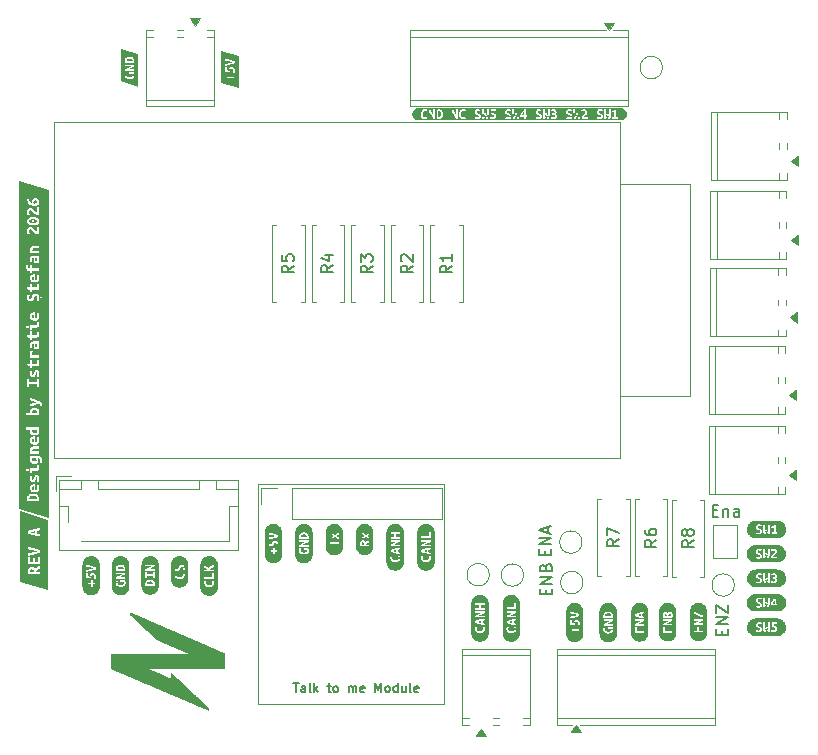
<source format=gbr>
%TF.GenerationSoftware,KiCad,Pcbnew,9.0.3*%
%TF.CreationDate,2026-02-04T08:11:38+02:00*%
%TF.ProjectId,Steering Wheel,53746565-7269-46e6-9720-576865656c2e,rev?*%
%TF.SameCoordinates,Original*%
%TF.FileFunction,Legend,Top*%
%TF.FilePolarity,Positive*%
%FSLAX46Y46*%
G04 Gerber Fmt 4.6, Leading zero omitted, Abs format (unit mm)*
G04 Created by KiCad (PCBNEW 9.0.3) date 2026-02-04 08:11:38*
%MOMM*%
%LPD*%
G01*
G04 APERTURE LIST*
%ADD10C,0.100000*%
%ADD11C,0.150000*%
%ADD12C,0.127000*%
%ADD13C,0.120000*%
%ADD14C,0.000000*%
G04 APERTURE END LIST*
D10*
X80850000Y-82110000D02*
X96650000Y-82110000D01*
X96650000Y-100710000D01*
X80850000Y-100710000D01*
X80850000Y-82110000D01*
D11*
X120166009Y-94893220D02*
X120166009Y-94559887D01*
X120689819Y-94417030D02*
X120689819Y-94893220D01*
X120689819Y-94893220D02*
X119689819Y-94893220D01*
X119689819Y-94893220D02*
X119689819Y-94417030D01*
X120689819Y-93988458D02*
X119689819Y-93988458D01*
X119689819Y-93988458D02*
X120689819Y-93417030D01*
X120689819Y-93417030D02*
X119689819Y-93417030D01*
X119689819Y-93036077D02*
X119689819Y-92369411D01*
X119689819Y-92369411D02*
X120689819Y-93036077D01*
X120689819Y-93036077D02*
X120689819Y-92369411D01*
X105226009Y-91453220D02*
X105226009Y-91119887D01*
X105749819Y-90977030D02*
X105749819Y-91453220D01*
X105749819Y-91453220D02*
X104749819Y-91453220D01*
X104749819Y-91453220D02*
X104749819Y-90977030D01*
X105749819Y-90548458D02*
X104749819Y-90548458D01*
X104749819Y-90548458D02*
X105749819Y-89977030D01*
X105749819Y-89977030D02*
X104749819Y-89977030D01*
X105226009Y-89167506D02*
X105273628Y-89024649D01*
X105273628Y-89024649D02*
X105321247Y-88977030D01*
X105321247Y-88977030D02*
X105416485Y-88929411D01*
X105416485Y-88929411D02*
X105559342Y-88929411D01*
X105559342Y-88929411D02*
X105654580Y-88977030D01*
X105654580Y-88977030D02*
X105702200Y-89024649D01*
X105702200Y-89024649D02*
X105749819Y-89119887D01*
X105749819Y-89119887D02*
X105749819Y-89500839D01*
X105749819Y-89500839D02*
X104749819Y-89500839D01*
X104749819Y-89500839D02*
X104749819Y-89167506D01*
X104749819Y-89167506D02*
X104797438Y-89072268D01*
X104797438Y-89072268D02*
X104845057Y-89024649D01*
X104845057Y-89024649D02*
X104940295Y-88977030D01*
X104940295Y-88977030D02*
X105035533Y-88977030D01*
X105035533Y-88977030D02*
X105130771Y-89024649D01*
X105130771Y-89024649D02*
X105178390Y-89072268D01*
X105178390Y-89072268D02*
X105226009Y-89167506D01*
X105226009Y-89167506D02*
X105226009Y-89500839D01*
X105156009Y-88133220D02*
X105156009Y-87799887D01*
X105679819Y-87657030D02*
X105679819Y-88133220D01*
X105679819Y-88133220D02*
X104679819Y-88133220D01*
X104679819Y-88133220D02*
X104679819Y-87657030D01*
X105679819Y-87228458D02*
X104679819Y-87228458D01*
X104679819Y-87228458D02*
X105679819Y-86657030D01*
X105679819Y-86657030D02*
X104679819Y-86657030D01*
X105394104Y-86228458D02*
X105394104Y-85752268D01*
X105679819Y-86323696D02*
X104679819Y-85990363D01*
X104679819Y-85990363D02*
X105679819Y-85657030D01*
D12*
X83876123Y-98978141D02*
X84311552Y-98978141D01*
X84093837Y-99740141D02*
X84093837Y-98978141D01*
X84892123Y-99740141D02*
X84892123Y-99340998D01*
X84892123Y-99340998D02*
X84855837Y-99268427D01*
X84855837Y-99268427D02*
X84783265Y-99232141D01*
X84783265Y-99232141D02*
X84638123Y-99232141D01*
X84638123Y-99232141D02*
X84565551Y-99268427D01*
X84892123Y-99703856D02*
X84819551Y-99740141D01*
X84819551Y-99740141D02*
X84638123Y-99740141D01*
X84638123Y-99740141D02*
X84565551Y-99703856D01*
X84565551Y-99703856D02*
X84529265Y-99631284D01*
X84529265Y-99631284D02*
X84529265Y-99558713D01*
X84529265Y-99558713D02*
X84565551Y-99486141D01*
X84565551Y-99486141D02*
X84638123Y-99449856D01*
X84638123Y-99449856D02*
X84819551Y-99449856D01*
X84819551Y-99449856D02*
X84892123Y-99413570D01*
X85363837Y-99740141D02*
X85291266Y-99703856D01*
X85291266Y-99703856D02*
X85254980Y-99631284D01*
X85254980Y-99631284D02*
X85254980Y-98978141D01*
X85654123Y-99740141D02*
X85654123Y-98978141D01*
X85726695Y-99449856D02*
X85944409Y-99740141D01*
X85944409Y-99232141D02*
X85654123Y-99522427D01*
X86742694Y-99232141D02*
X87032980Y-99232141D01*
X86851551Y-98978141D02*
X86851551Y-99631284D01*
X86851551Y-99631284D02*
X86887837Y-99703856D01*
X86887837Y-99703856D02*
X86960408Y-99740141D01*
X86960408Y-99740141D02*
X87032980Y-99740141D01*
X87395837Y-99740141D02*
X87323266Y-99703856D01*
X87323266Y-99703856D02*
X87286980Y-99667570D01*
X87286980Y-99667570D02*
X87250694Y-99594998D01*
X87250694Y-99594998D02*
X87250694Y-99377284D01*
X87250694Y-99377284D02*
X87286980Y-99304713D01*
X87286980Y-99304713D02*
X87323266Y-99268427D01*
X87323266Y-99268427D02*
X87395837Y-99232141D01*
X87395837Y-99232141D02*
X87504694Y-99232141D01*
X87504694Y-99232141D02*
X87577266Y-99268427D01*
X87577266Y-99268427D02*
X87613552Y-99304713D01*
X87613552Y-99304713D02*
X87649837Y-99377284D01*
X87649837Y-99377284D02*
X87649837Y-99594998D01*
X87649837Y-99594998D02*
X87613552Y-99667570D01*
X87613552Y-99667570D02*
X87577266Y-99703856D01*
X87577266Y-99703856D02*
X87504694Y-99740141D01*
X87504694Y-99740141D02*
X87395837Y-99740141D01*
X88556980Y-99740141D02*
X88556980Y-99232141D01*
X88556980Y-99304713D02*
X88593266Y-99268427D01*
X88593266Y-99268427D02*
X88665837Y-99232141D01*
X88665837Y-99232141D02*
X88774694Y-99232141D01*
X88774694Y-99232141D02*
X88847266Y-99268427D01*
X88847266Y-99268427D02*
X88883552Y-99340998D01*
X88883552Y-99340998D02*
X88883552Y-99740141D01*
X88883552Y-99340998D02*
X88919837Y-99268427D01*
X88919837Y-99268427D02*
X88992409Y-99232141D01*
X88992409Y-99232141D02*
X89101266Y-99232141D01*
X89101266Y-99232141D02*
X89173837Y-99268427D01*
X89173837Y-99268427D02*
X89210123Y-99340998D01*
X89210123Y-99340998D02*
X89210123Y-99740141D01*
X89863266Y-99703856D02*
X89790694Y-99740141D01*
X89790694Y-99740141D02*
X89645552Y-99740141D01*
X89645552Y-99740141D02*
X89572980Y-99703856D01*
X89572980Y-99703856D02*
X89536694Y-99631284D01*
X89536694Y-99631284D02*
X89536694Y-99340998D01*
X89536694Y-99340998D02*
X89572980Y-99268427D01*
X89572980Y-99268427D02*
X89645552Y-99232141D01*
X89645552Y-99232141D02*
X89790694Y-99232141D01*
X89790694Y-99232141D02*
X89863266Y-99268427D01*
X89863266Y-99268427D02*
X89899552Y-99340998D01*
X89899552Y-99340998D02*
X89899552Y-99413570D01*
X89899552Y-99413570D02*
X89536694Y-99486141D01*
X90806694Y-99740141D02*
X90806694Y-98978141D01*
X90806694Y-98978141D02*
X91060694Y-99522427D01*
X91060694Y-99522427D02*
X91314694Y-98978141D01*
X91314694Y-98978141D02*
X91314694Y-99740141D01*
X91786408Y-99740141D02*
X91713837Y-99703856D01*
X91713837Y-99703856D02*
X91677551Y-99667570D01*
X91677551Y-99667570D02*
X91641265Y-99594998D01*
X91641265Y-99594998D02*
X91641265Y-99377284D01*
X91641265Y-99377284D02*
X91677551Y-99304713D01*
X91677551Y-99304713D02*
X91713837Y-99268427D01*
X91713837Y-99268427D02*
X91786408Y-99232141D01*
X91786408Y-99232141D02*
X91895265Y-99232141D01*
X91895265Y-99232141D02*
X91967837Y-99268427D01*
X91967837Y-99268427D02*
X92004123Y-99304713D01*
X92004123Y-99304713D02*
X92040408Y-99377284D01*
X92040408Y-99377284D02*
X92040408Y-99594998D01*
X92040408Y-99594998D02*
X92004123Y-99667570D01*
X92004123Y-99667570D02*
X91967837Y-99703856D01*
X91967837Y-99703856D02*
X91895265Y-99740141D01*
X91895265Y-99740141D02*
X91786408Y-99740141D01*
X92693552Y-99740141D02*
X92693552Y-98978141D01*
X92693552Y-99703856D02*
X92620980Y-99740141D01*
X92620980Y-99740141D02*
X92475837Y-99740141D01*
X92475837Y-99740141D02*
X92403266Y-99703856D01*
X92403266Y-99703856D02*
X92366980Y-99667570D01*
X92366980Y-99667570D02*
X92330694Y-99594998D01*
X92330694Y-99594998D02*
X92330694Y-99377284D01*
X92330694Y-99377284D02*
X92366980Y-99304713D01*
X92366980Y-99304713D02*
X92403266Y-99268427D01*
X92403266Y-99268427D02*
X92475837Y-99232141D01*
X92475837Y-99232141D02*
X92620980Y-99232141D01*
X92620980Y-99232141D02*
X92693552Y-99268427D01*
X93382981Y-99232141D02*
X93382981Y-99740141D01*
X93056409Y-99232141D02*
X93056409Y-99631284D01*
X93056409Y-99631284D02*
X93092695Y-99703856D01*
X93092695Y-99703856D02*
X93165266Y-99740141D01*
X93165266Y-99740141D02*
X93274123Y-99740141D01*
X93274123Y-99740141D02*
X93346695Y-99703856D01*
X93346695Y-99703856D02*
X93382981Y-99667570D01*
X93854695Y-99740141D02*
X93782124Y-99703856D01*
X93782124Y-99703856D02*
X93745838Y-99631284D01*
X93745838Y-99631284D02*
X93745838Y-98978141D01*
X94435267Y-99703856D02*
X94362695Y-99740141D01*
X94362695Y-99740141D02*
X94217553Y-99740141D01*
X94217553Y-99740141D02*
X94144981Y-99703856D01*
X94144981Y-99703856D02*
X94108695Y-99631284D01*
X94108695Y-99631284D02*
X94108695Y-99340998D01*
X94108695Y-99340998D02*
X94144981Y-99268427D01*
X94144981Y-99268427D02*
X94217553Y-99232141D01*
X94217553Y-99232141D02*
X94362695Y-99232141D01*
X94362695Y-99232141D02*
X94435267Y-99268427D01*
X94435267Y-99268427D02*
X94471553Y-99340998D01*
X94471553Y-99340998D02*
X94471553Y-99413570D01*
X94471553Y-99413570D02*
X94108695Y-99486141D01*
D11*
X119376779Y-84356009D02*
X119710112Y-84356009D01*
X119852969Y-84879819D02*
X119376779Y-84879819D01*
X119376779Y-84879819D02*
X119376779Y-83879819D01*
X119376779Y-83879819D02*
X119852969Y-83879819D01*
X120281541Y-84213152D02*
X120281541Y-84879819D01*
X120281541Y-84308390D02*
X120329160Y-84260771D01*
X120329160Y-84260771D02*
X120424398Y-84213152D01*
X120424398Y-84213152D02*
X120567255Y-84213152D01*
X120567255Y-84213152D02*
X120662493Y-84260771D01*
X120662493Y-84260771D02*
X120710112Y-84356009D01*
X120710112Y-84356009D02*
X120710112Y-84879819D01*
X121614874Y-84879819D02*
X121614874Y-84356009D01*
X121614874Y-84356009D02*
X121567255Y-84260771D01*
X121567255Y-84260771D02*
X121472017Y-84213152D01*
X121472017Y-84213152D02*
X121281541Y-84213152D01*
X121281541Y-84213152D02*
X121186303Y-84260771D01*
X121614874Y-84832200D02*
X121519636Y-84879819D01*
X121519636Y-84879819D02*
X121281541Y-84879819D01*
X121281541Y-84879819D02*
X121186303Y-84832200D01*
X121186303Y-84832200D02*
X121138684Y-84736961D01*
X121138684Y-84736961D02*
X121138684Y-84641723D01*
X121138684Y-84641723D02*
X121186303Y-84546485D01*
X121186303Y-84546485D02*
X121281541Y-84498866D01*
X121281541Y-84498866D02*
X121519636Y-84498866D01*
X121519636Y-84498866D02*
X121614874Y-84451247D01*
X97292319Y-63636666D02*
X96816128Y-63969999D01*
X97292319Y-64208094D02*
X96292319Y-64208094D01*
X96292319Y-64208094D02*
X96292319Y-63827142D01*
X96292319Y-63827142D02*
X96339938Y-63731904D01*
X96339938Y-63731904D02*
X96387557Y-63684285D01*
X96387557Y-63684285D02*
X96482795Y-63636666D01*
X96482795Y-63636666D02*
X96625652Y-63636666D01*
X96625652Y-63636666D02*
X96720890Y-63684285D01*
X96720890Y-63684285D02*
X96768509Y-63731904D01*
X96768509Y-63731904D02*
X96816128Y-63827142D01*
X96816128Y-63827142D02*
X96816128Y-64208094D01*
X97292319Y-62684285D02*
X97292319Y-63255713D01*
X97292319Y-62969999D02*
X96292319Y-62969999D01*
X96292319Y-62969999D02*
X96435176Y-63065237D01*
X96435176Y-63065237D02*
X96530414Y-63160475D01*
X96530414Y-63160475D02*
X96578033Y-63255713D01*
X117754819Y-86886666D02*
X117278628Y-87219999D01*
X117754819Y-87458094D02*
X116754819Y-87458094D01*
X116754819Y-87458094D02*
X116754819Y-87077142D01*
X116754819Y-87077142D02*
X116802438Y-86981904D01*
X116802438Y-86981904D02*
X116850057Y-86934285D01*
X116850057Y-86934285D02*
X116945295Y-86886666D01*
X116945295Y-86886666D02*
X117088152Y-86886666D01*
X117088152Y-86886666D02*
X117183390Y-86934285D01*
X117183390Y-86934285D02*
X117231009Y-86981904D01*
X117231009Y-86981904D02*
X117278628Y-87077142D01*
X117278628Y-87077142D02*
X117278628Y-87458094D01*
X117183390Y-86315237D02*
X117135771Y-86410475D01*
X117135771Y-86410475D02*
X117088152Y-86458094D01*
X117088152Y-86458094D02*
X116992914Y-86505713D01*
X116992914Y-86505713D02*
X116945295Y-86505713D01*
X116945295Y-86505713D02*
X116850057Y-86458094D01*
X116850057Y-86458094D02*
X116802438Y-86410475D01*
X116802438Y-86410475D02*
X116754819Y-86315237D01*
X116754819Y-86315237D02*
X116754819Y-86124761D01*
X116754819Y-86124761D02*
X116802438Y-86029523D01*
X116802438Y-86029523D02*
X116850057Y-85981904D01*
X116850057Y-85981904D02*
X116945295Y-85934285D01*
X116945295Y-85934285D02*
X116992914Y-85934285D01*
X116992914Y-85934285D02*
X117088152Y-85981904D01*
X117088152Y-85981904D02*
X117135771Y-86029523D01*
X117135771Y-86029523D02*
X117183390Y-86124761D01*
X117183390Y-86124761D02*
X117183390Y-86315237D01*
X117183390Y-86315237D02*
X117231009Y-86410475D01*
X117231009Y-86410475D02*
X117278628Y-86458094D01*
X117278628Y-86458094D02*
X117373866Y-86505713D01*
X117373866Y-86505713D02*
X117564342Y-86505713D01*
X117564342Y-86505713D02*
X117659580Y-86458094D01*
X117659580Y-86458094D02*
X117707200Y-86410475D01*
X117707200Y-86410475D02*
X117754819Y-86315237D01*
X117754819Y-86315237D02*
X117754819Y-86124761D01*
X117754819Y-86124761D02*
X117707200Y-86029523D01*
X117707200Y-86029523D02*
X117659580Y-85981904D01*
X117659580Y-85981904D02*
X117564342Y-85934285D01*
X117564342Y-85934285D02*
X117373866Y-85934285D01*
X117373866Y-85934285D02*
X117278628Y-85981904D01*
X117278628Y-85981904D02*
X117231009Y-86029523D01*
X117231009Y-86029523D02*
X117183390Y-86124761D01*
X90574819Y-63636666D02*
X90098628Y-63969999D01*
X90574819Y-64208094D02*
X89574819Y-64208094D01*
X89574819Y-64208094D02*
X89574819Y-63827142D01*
X89574819Y-63827142D02*
X89622438Y-63731904D01*
X89622438Y-63731904D02*
X89670057Y-63684285D01*
X89670057Y-63684285D02*
X89765295Y-63636666D01*
X89765295Y-63636666D02*
X89908152Y-63636666D01*
X89908152Y-63636666D02*
X90003390Y-63684285D01*
X90003390Y-63684285D02*
X90051009Y-63731904D01*
X90051009Y-63731904D02*
X90098628Y-63827142D01*
X90098628Y-63827142D02*
X90098628Y-64208094D01*
X89574819Y-63303332D02*
X89574819Y-62684285D01*
X89574819Y-62684285D02*
X89955771Y-63017618D01*
X89955771Y-63017618D02*
X89955771Y-62874761D01*
X89955771Y-62874761D02*
X90003390Y-62779523D01*
X90003390Y-62779523D02*
X90051009Y-62731904D01*
X90051009Y-62731904D02*
X90146247Y-62684285D01*
X90146247Y-62684285D02*
X90384342Y-62684285D01*
X90384342Y-62684285D02*
X90479580Y-62731904D01*
X90479580Y-62731904D02*
X90527200Y-62779523D01*
X90527200Y-62779523D02*
X90574819Y-62874761D01*
X90574819Y-62874761D02*
X90574819Y-63160475D01*
X90574819Y-63160475D02*
X90527200Y-63255713D01*
X90527200Y-63255713D02*
X90479580Y-63303332D01*
X114609819Y-86846666D02*
X114133628Y-87179999D01*
X114609819Y-87418094D02*
X113609819Y-87418094D01*
X113609819Y-87418094D02*
X113609819Y-87037142D01*
X113609819Y-87037142D02*
X113657438Y-86941904D01*
X113657438Y-86941904D02*
X113705057Y-86894285D01*
X113705057Y-86894285D02*
X113800295Y-86846666D01*
X113800295Y-86846666D02*
X113943152Y-86846666D01*
X113943152Y-86846666D02*
X114038390Y-86894285D01*
X114038390Y-86894285D02*
X114086009Y-86941904D01*
X114086009Y-86941904D02*
X114133628Y-87037142D01*
X114133628Y-87037142D02*
X114133628Y-87418094D01*
X113609819Y-85989523D02*
X113609819Y-86179999D01*
X113609819Y-86179999D02*
X113657438Y-86275237D01*
X113657438Y-86275237D02*
X113705057Y-86322856D01*
X113705057Y-86322856D02*
X113847914Y-86418094D01*
X113847914Y-86418094D02*
X114038390Y-86465713D01*
X114038390Y-86465713D02*
X114419342Y-86465713D01*
X114419342Y-86465713D02*
X114514580Y-86418094D01*
X114514580Y-86418094D02*
X114562200Y-86370475D01*
X114562200Y-86370475D02*
X114609819Y-86275237D01*
X114609819Y-86275237D02*
X114609819Y-86084761D01*
X114609819Y-86084761D02*
X114562200Y-85989523D01*
X114562200Y-85989523D02*
X114514580Y-85941904D01*
X114514580Y-85941904D02*
X114419342Y-85894285D01*
X114419342Y-85894285D02*
X114181247Y-85894285D01*
X114181247Y-85894285D02*
X114086009Y-85941904D01*
X114086009Y-85941904D02*
X114038390Y-85989523D01*
X114038390Y-85989523D02*
X113990771Y-86084761D01*
X113990771Y-86084761D02*
X113990771Y-86275237D01*
X113990771Y-86275237D02*
X114038390Y-86370475D01*
X114038390Y-86370475D02*
X114086009Y-86418094D01*
X114086009Y-86418094D02*
X114181247Y-86465713D01*
X87231069Y-63606666D02*
X86754878Y-63939999D01*
X87231069Y-64178094D02*
X86231069Y-64178094D01*
X86231069Y-64178094D02*
X86231069Y-63797142D01*
X86231069Y-63797142D02*
X86278688Y-63701904D01*
X86278688Y-63701904D02*
X86326307Y-63654285D01*
X86326307Y-63654285D02*
X86421545Y-63606666D01*
X86421545Y-63606666D02*
X86564402Y-63606666D01*
X86564402Y-63606666D02*
X86659640Y-63654285D01*
X86659640Y-63654285D02*
X86707259Y-63701904D01*
X86707259Y-63701904D02*
X86754878Y-63797142D01*
X86754878Y-63797142D02*
X86754878Y-64178094D01*
X86564402Y-62749523D02*
X87231069Y-62749523D01*
X86183450Y-62987618D02*
X86897735Y-63225713D01*
X86897735Y-63225713D02*
X86897735Y-62606666D01*
X111439819Y-86803809D02*
X110963628Y-87137142D01*
X111439819Y-87375237D02*
X110439819Y-87375237D01*
X110439819Y-87375237D02*
X110439819Y-86994285D01*
X110439819Y-86994285D02*
X110487438Y-86899047D01*
X110487438Y-86899047D02*
X110535057Y-86851428D01*
X110535057Y-86851428D02*
X110630295Y-86803809D01*
X110630295Y-86803809D02*
X110773152Y-86803809D01*
X110773152Y-86803809D02*
X110868390Y-86851428D01*
X110868390Y-86851428D02*
X110916009Y-86899047D01*
X110916009Y-86899047D02*
X110963628Y-86994285D01*
X110963628Y-86994285D02*
X110963628Y-87375237D01*
X110439819Y-86470475D02*
X110439819Y-85803809D01*
X110439819Y-85803809D02*
X111439819Y-86232380D01*
X93978569Y-63636666D02*
X93502378Y-63969999D01*
X93978569Y-64208094D02*
X92978569Y-64208094D01*
X92978569Y-64208094D02*
X92978569Y-63827142D01*
X92978569Y-63827142D02*
X93026188Y-63731904D01*
X93026188Y-63731904D02*
X93073807Y-63684285D01*
X93073807Y-63684285D02*
X93169045Y-63636666D01*
X93169045Y-63636666D02*
X93311902Y-63636666D01*
X93311902Y-63636666D02*
X93407140Y-63684285D01*
X93407140Y-63684285D02*
X93454759Y-63731904D01*
X93454759Y-63731904D02*
X93502378Y-63827142D01*
X93502378Y-63827142D02*
X93502378Y-64208094D01*
X93073807Y-63255713D02*
X93026188Y-63208094D01*
X93026188Y-63208094D02*
X92978569Y-63112856D01*
X92978569Y-63112856D02*
X92978569Y-62874761D01*
X92978569Y-62874761D02*
X93026188Y-62779523D01*
X93026188Y-62779523D02*
X93073807Y-62731904D01*
X93073807Y-62731904D02*
X93169045Y-62684285D01*
X93169045Y-62684285D02*
X93264283Y-62684285D01*
X93264283Y-62684285D02*
X93407140Y-62731904D01*
X93407140Y-62731904D02*
X93978569Y-63303332D01*
X93978569Y-63303332D02*
X93978569Y-62684285D01*
X83897319Y-63636666D02*
X83421128Y-63969999D01*
X83897319Y-64208094D02*
X82897319Y-64208094D01*
X82897319Y-64208094D02*
X82897319Y-63827142D01*
X82897319Y-63827142D02*
X82944938Y-63731904D01*
X82944938Y-63731904D02*
X82992557Y-63684285D01*
X82992557Y-63684285D02*
X83087795Y-63636666D01*
X83087795Y-63636666D02*
X83230652Y-63636666D01*
X83230652Y-63636666D02*
X83325890Y-63684285D01*
X83325890Y-63684285D02*
X83373509Y-63731904D01*
X83373509Y-63731904D02*
X83421128Y-63827142D01*
X83421128Y-63827142D02*
X83421128Y-64208094D01*
X82897319Y-62731904D02*
X82897319Y-63208094D01*
X82897319Y-63208094D02*
X83373509Y-63255713D01*
X83373509Y-63255713D02*
X83325890Y-63208094D01*
X83325890Y-63208094D02*
X83278271Y-63112856D01*
X83278271Y-63112856D02*
X83278271Y-62874761D01*
X83278271Y-62874761D02*
X83325890Y-62779523D01*
X83325890Y-62779523D02*
X83373509Y-62731904D01*
X83373509Y-62731904D02*
X83468747Y-62684285D01*
X83468747Y-62684285D02*
X83706842Y-62684285D01*
X83706842Y-62684285D02*
X83802080Y-62731904D01*
X83802080Y-62731904D02*
X83849700Y-62779523D01*
X83849700Y-62779523D02*
X83897319Y-62874761D01*
X83897319Y-62874761D02*
X83897319Y-63112856D01*
X83897319Y-63112856D02*
X83849700Y-63208094D01*
X83849700Y-63208094D02*
X83802080Y-63255713D01*
D13*
%TO.C,J1*%
X81130000Y-82460000D02*
X82460000Y-82460000D01*
X81130000Y-83790000D02*
X81130000Y-82460000D01*
X83730000Y-82460000D02*
X96490000Y-82460000D01*
X83730000Y-85120000D02*
X83730000Y-82460000D01*
X83730000Y-85120000D02*
X96490000Y-85120000D01*
X96490000Y-85120000D02*
X96490000Y-82460000D01*
%TO.C,R1*%
X95467500Y-60200000D02*
X95797500Y-60200000D01*
X95467500Y-66740000D02*
X95467500Y-60200000D01*
X95797500Y-66740000D02*
X95467500Y-66740000D01*
X97877500Y-66740000D02*
X98207500Y-66740000D01*
X98207500Y-60200000D02*
X97877500Y-60200000D01*
X98207500Y-66740000D02*
X98207500Y-60200000D01*
%TO.C,U2*%
X63613440Y-51490000D02*
X63613440Y-79889999D01*
X63613440Y-79889999D02*
X111533440Y-79890000D01*
X111533440Y-51490001D02*
X63613440Y-51490000D01*
X111533440Y-79890000D02*
X111533440Y-51490001D01*
X111553760Y-56720120D02*
X117446560Y-56720120D01*
X117446560Y-56720120D02*
X117446560Y-74703320D01*
X117446560Y-74703320D02*
X111553760Y-74703320D01*
D14*
%TO.C,kibuzzard-696A0FA7*%
G36*
X102404006Y-93874830D02*
G01*
X102321292Y-93858675D01*
X102241809Y-93840582D01*
X102161680Y-93819903D01*
X102075735Y-93795994D01*
X102161680Y-93772084D01*
X102241809Y-93751405D01*
X102321292Y-93733958D01*
X102404006Y-93718449D01*
X102404006Y-93874830D01*
G37*
G36*
X103060549Y-93012795D02*
G01*
X103060549Y-93653829D01*
X103060549Y-94381454D01*
X103060549Y-94729111D01*
X103060549Y-94729219D01*
X103056983Y-94801806D01*
X103046320Y-94873693D01*
X103028661Y-94944189D01*
X103004178Y-95012615D01*
X102973106Y-95078312D01*
X102935744Y-95140646D01*
X102892452Y-95199019D01*
X102843647Y-95252867D01*
X102789799Y-95301671D01*
X102731427Y-95344963D01*
X102669093Y-95382325D01*
X102603396Y-95413397D01*
X102534970Y-95437881D01*
X102464474Y-95455539D01*
X102392587Y-95466202D01*
X102320000Y-95469768D01*
X102247413Y-95466202D01*
X102175526Y-95455539D01*
X102105030Y-95437881D01*
X102036604Y-95413397D01*
X101970907Y-95382325D01*
X101908573Y-95344963D01*
X101850201Y-95301671D01*
X101796353Y-95252867D01*
X101747548Y-95199019D01*
X101704256Y-95140646D01*
X101666894Y-95078312D01*
X101635822Y-95012615D01*
X101611339Y-94944189D01*
X101593680Y-94873693D01*
X101583017Y-94801806D01*
X101579451Y-94729219D01*
X101579451Y-94729111D01*
X101579451Y-94365945D01*
X101902553Y-94365945D01*
X101909499Y-94441712D01*
X101930339Y-94511341D01*
X101964588Y-94573376D01*
X102011761Y-94626365D01*
X102071373Y-94669499D01*
X102142940Y-94701971D01*
X102225977Y-94722326D01*
X102320000Y-94729111D01*
X102414426Y-94723538D01*
X102497383Y-94706817D01*
X102568869Y-94678950D01*
X102628885Y-94639935D01*
X102689198Y-94571581D01*
X102725385Y-94485421D01*
X102737447Y-94381454D01*
X102733086Y-94310856D01*
X102720000Y-94248982D01*
X102681874Y-94157868D01*
X102556511Y-94197932D01*
X102584943Y-94263199D01*
X102599160Y-94365945D01*
X102580905Y-94458191D01*
X102526139Y-94520388D01*
X102470350Y-94546595D01*
X102400345Y-94562319D01*
X102316123Y-94567561D01*
X102243748Y-94563199D01*
X102184297Y-94550113D01*
X102099645Y-94504879D01*
X102054410Y-94441551D01*
X102040840Y-94368530D01*
X102054410Y-94272246D01*
X102087367Y-94200517D01*
X101960711Y-94159160D01*
X101945202Y-94185654D01*
X101925816Y-94228950D01*
X101909661Y-94289047D01*
X101902553Y-94365945D01*
X101579451Y-94365945D01*
X101579451Y-93705525D01*
X101920646Y-93705525D01*
X101920646Y-93878708D01*
X102009136Y-93906090D01*
X102100129Y-93933958D01*
X102193627Y-93962310D01*
X102289628Y-93991147D01*
X102369111Y-94014359D01*
X102451955Y-94037467D01*
X102538158Y-94060472D01*
X102627722Y-94083373D01*
X102720646Y-94106171D01*
X102720646Y-93940743D01*
X102535832Y-93904556D01*
X102535832Y-93691309D01*
X102720646Y-93653829D01*
X102720646Y-93483231D01*
X102629945Y-93504556D01*
X102541880Y-93526139D01*
X102456452Y-93547981D01*
X102373661Y-93570081D01*
X102293506Y-93592439D01*
X102196292Y-93620590D01*
X102101745Y-93648821D01*
X102009863Y-93677132D01*
X101920646Y-93705525D01*
X101579451Y-93705525D01*
X101579451Y-92884847D01*
X101920646Y-92884847D01*
X101920646Y-93028304D01*
X102413053Y-93028304D01*
X102362649Y-93051082D01*
X102304491Y-93078061D01*
X102241486Y-93108433D01*
X102176543Y-93141389D01*
X102110468Y-93176123D01*
X102044071Y-93211826D01*
X101979935Y-93248013D01*
X101920646Y-93284200D01*
X101920646Y-93412149D01*
X102720646Y-93412149D01*
X102720646Y-93268691D01*
X102189467Y-93268691D01*
X102278140Y-93220657D01*
X102366670Y-93174777D01*
X102455057Y-93131050D01*
X102543443Y-93089478D01*
X102631973Y-93050059D01*
X102720646Y-93012795D01*
X102720646Y-92884847D01*
X101920646Y-92884847D01*
X101579451Y-92884847D01*
X101579451Y-92573376D01*
X101920646Y-92573376D01*
X101920646Y-92733635D01*
X102720646Y-92733635D01*
X102720646Y-92230889D01*
X102588821Y-92230889D01*
X102588821Y-92573376D01*
X101920646Y-92573376D01*
X101579451Y-92573376D01*
X101579451Y-92230889D01*
X101579451Y-92230781D01*
X101583017Y-92158194D01*
X101593680Y-92086307D01*
X101611339Y-92015811D01*
X101635822Y-91947385D01*
X101666894Y-91881688D01*
X101704256Y-91819354D01*
X101747548Y-91760981D01*
X101796353Y-91707133D01*
X101850201Y-91658329D01*
X101908573Y-91615037D01*
X101970907Y-91577675D01*
X102036604Y-91546603D01*
X102105030Y-91522119D01*
X102175526Y-91504461D01*
X102247413Y-91493798D01*
X102320000Y-91490232D01*
X102392587Y-91493798D01*
X102464474Y-91504461D01*
X102534970Y-91522119D01*
X102603396Y-91546603D01*
X102669093Y-91577675D01*
X102731427Y-91615037D01*
X102789799Y-91658329D01*
X102843647Y-91707133D01*
X102892452Y-91760981D01*
X102935744Y-91819354D01*
X102973106Y-91881688D01*
X103004178Y-91947385D01*
X103028661Y-92015811D01*
X103046320Y-92086307D01*
X103056983Y-92158194D01*
X103060549Y-92230781D01*
X103060549Y-92230889D01*
X103060549Y-93012795D01*
G37*
%TO.C,kibuzzard-6977479D*%
G36*
X124911903Y-93503017D02*
G01*
X124983790Y-93513680D01*
X125054286Y-93531339D01*
X125122712Y-93555822D01*
X125188409Y-93586894D01*
X125250743Y-93624256D01*
X125309116Y-93667548D01*
X125362964Y-93716353D01*
X125411768Y-93770201D01*
X125455060Y-93828573D01*
X125492422Y-93890907D01*
X125523494Y-93956604D01*
X125547978Y-94025030D01*
X125565636Y-94095526D01*
X125576299Y-94167413D01*
X125579865Y-94240000D01*
X125576299Y-94312587D01*
X125565636Y-94384474D01*
X125547978Y-94454970D01*
X125523494Y-94523396D01*
X125492422Y-94589093D01*
X125455060Y-94651427D01*
X125411768Y-94709799D01*
X125362964Y-94763647D01*
X125309116Y-94812452D01*
X125250743Y-94855744D01*
X125188409Y-94893106D01*
X125122712Y-94924178D01*
X125054286Y-94948661D01*
X124983790Y-94966320D01*
X124911903Y-94976983D01*
X124839316Y-94980549D01*
X124839208Y-94980549D01*
X124522569Y-94980549D01*
X124186543Y-94980549D01*
X123268934Y-94980549D01*
X123020792Y-94980549D01*
X123020684Y-94980549D01*
X122948097Y-94976983D01*
X122876210Y-94966320D01*
X122805714Y-94948661D01*
X122737288Y-94924178D01*
X122671591Y-94893106D01*
X122609257Y-94855744D01*
X122550884Y-94812452D01*
X122497036Y-94763647D01*
X122448232Y-94709799D01*
X122404940Y-94651427D01*
X122372140Y-94596704D01*
X123020792Y-94596704D01*
X123109968Y-94636123D01*
X123179435Y-94652116D01*
X123268934Y-94657447D01*
X123359618Y-94650626D01*
X123433500Y-94630163D01*
X123490582Y-94596058D01*
X123545347Y-94521906D01*
X123563603Y-94422229D01*
X123558110Y-94361971D01*
X123541632Y-94313021D01*
X123485412Y-94240646D01*
X123410452Y-94194120D01*
X123332262Y-94162456D01*
X123282504Y-94143069D01*
X123237270Y-94119160D01*
X123204313Y-94088142D01*
X123191389Y-94047431D01*
X123205462Y-93996453D01*
X123247681Y-93965866D01*
X123318045Y-93955670D01*
X123409160Y-93968595D01*
X123480889Y-93999612D01*
X123527415Y-93876834D01*
X123438193Y-93840646D01*
X123645024Y-93840646D01*
X123647932Y-93939354D01*
X123651486Y-94041616D01*
X123655848Y-94145331D01*
X123661179Y-94248401D01*
X123667480Y-94350501D01*
X123674750Y-94451309D01*
X123683150Y-94548724D01*
X123692843Y-94640646D01*
X123824669Y-94640646D01*
X123851809Y-94555670D01*
X123881535Y-94463586D01*
X123911906Y-94371502D01*
X123940985Y-94286527D01*
X123969418Y-94373926D01*
X123997851Y-94465525D01*
X124026284Y-94556155D01*
X124054717Y-94640646D01*
X124186543Y-94640646D01*
X124188834Y-94616090D01*
X124306737Y-94616090D01*
X124343570Y-94630307D01*
X124397205Y-94643877D01*
X124459241Y-94653570D01*
X124522569Y-94657447D01*
X124596559Y-94652601D01*
X124660856Y-94638061D01*
X124715460Y-94614798D01*
X124760372Y-94583780D01*
X124819822Y-94501712D01*
X124839208Y-94398966D01*
X124830449Y-94324006D01*
X124804170Y-94261109D01*
X124760372Y-94210275D01*
X124698767Y-94171790D01*
X124619068Y-94145941D01*
X124521276Y-94132730D01*
X124527738Y-94059063D01*
X124534200Y-93972472D01*
X124809483Y-93972472D01*
X124809483Y-93840646D01*
X124401082Y-93840646D01*
X124396236Y-93939354D01*
X124389451Y-94041616D01*
X124380404Y-94146785D01*
X124368772Y-94254216D01*
X124457625Y-94256963D01*
X124527738Y-94265202D01*
X124621438Y-94296220D01*
X124665380Y-94344039D01*
X124676365Y-94405428D01*
X124669903Y-94448078D01*
X124645994Y-94484911D01*
X124598174Y-94511405D01*
X124521276Y-94521745D01*
X124460856Y-94518837D01*
X124411422Y-94510113D01*
X124339047Y-94484265D01*
X124306737Y-94616090D01*
X124188834Y-94616090D01*
X124195105Y-94548885D01*
X124202698Y-94451955D01*
X124209321Y-94351632D01*
X124214976Y-94249693D01*
X124219822Y-94146624D01*
X124224023Y-94042908D01*
X124227900Y-93940323D01*
X124231777Y-93840646D01*
X124084443Y-93840646D01*
X124084766Y-93918352D01*
X124085735Y-93998966D01*
X124087027Y-94080549D01*
X124088320Y-94161163D01*
X124089612Y-94240485D01*
X124090905Y-94318191D01*
X124091874Y-94392666D01*
X124092197Y-94462294D01*
X124063118Y-94358901D01*
X124035977Y-94264556D01*
X124013360Y-94184426D01*
X123997851Y-94123683D01*
X123881535Y-94123683D01*
X123863441Y-94187011D01*
X123838239Y-94274895D01*
X123809806Y-94371826D01*
X123783312Y-94462294D01*
X123783635Y-94392666D01*
X123784604Y-94318191D01*
X123785897Y-94240323D01*
X123787189Y-94160517D01*
X123788481Y-94079580D01*
X123789774Y-93998320D01*
X123791066Y-93918191D01*
X123792359Y-93840646D01*
X123645024Y-93840646D01*
X123438193Y-93840646D01*
X123435008Y-93839354D01*
X123375396Y-93826753D01*
X123306414Y-93822553D01*
X123227218Y-93829589D01*
X123160228Y-93850698D01*
X123105444Y-93885880D01*
X123050679Y-93961486D01*
X123032423Y-94061648D01*
X123053102Y-94156640D01*
X123105444Y-94220614D01*
X123175880Y-94263263D01*
X123250840Y-94292989D01*
X123305121Y-94315606D01*
X123354233Y-94342746D01*
X123390420Y-94376995D01*
X123404637Y-94420937D01*
X123398821Y-94459063D01*
X123377496Y-94492666D01*
X123335493Y-94515929D01*
X123268934Y-94524330D01*
X123204475Y-94519806D01*
X123150679Y-94506236D01*
X123067318Y-94467464D01*
X123020792Y-94596704D01*
X122372140Y-94596704D01*
X122367578Y-94589093D01*
X122336506Y-94523396D01*
X122312022Y-94454970D01*
X122294364Y-94384474D01*
X122283701Y-94312587D01*
X122280135Y-94240000D01*
X122283701Y-94167413D01*
X122294364Y-94095526D01*
X122312022Y-94025030D01*
X122336506Y-93956604D01*
X122367578Y-93890907D01*
X122404940Y-93828573D01*
X122448232Y-93770201D01*
X122497036Y-93716353D01*
X122550884Y-93667548D01*
X122609257Y-93624256D01*
X122671591Y-93586894D01*
X122737288Y-93555822D01*
X122805714Y-93531339D01*
X122876210Y-93513680D01*
X122948097Y-93503017D01*
X123020684Y-93499451D01*
X123020792Y-93499451D01*
X124839208Y-93499451D01*
X124839316Y-93499451D01*
X124911903Y-93503017D01*
G37*
%TO.C,kibuzzard-697747A7*%
G36*
X124609807Y-92248922D02*
G01*
X124428870Y-92248922D01*
X124467642Y-92175254D01*
X124513522Y-92100941D01*
X124561988Y-92030505D01*
X124609807Y-91967177D01*
X124609807Y-92248922D01*
G37*
G36*
X124928058Y-91430517D02*
G01*
X124999946Y-91441180D01*
X125070442Y-91458839D01*
X125138868Y-91483322D01*
X125204564Y-91514394D01*
X125266899Y-91551756D01*
X125325271Y-91595048D01*
X125379119Y-91643853D01*
X125427924Y-91697701D01*
X125471216Y-91756073D01*
X125508578Y-91818407D01*
X125539650Y-91884104D01*
X125564133Y-91952530D01*
X125581792Y-92023026D01*
X125592455Y-92094913D01*
X125596021Y-92167500D01*
X125592455Y-92240087D01*
X125581792Y-92311974D01*
X125564133Y-92382470D01*
X125539650Y-92450896D01*
X125508578Y-92516593D01*
X125471216Y-92578927D01*
X125427924Y-92637299D01*
X125379119Y-92691147D01*
X125325271Y-92739952D01*
X125266899Y-92783244D01*
X125204564Y-92820606D01*
X125138868Y-92851678D01*
X125070442Y-92876161D01*
X124999946Y-92893820D01*
X124928058Y-92904483D01*
X124855472Y-92908049D01*
X124855364Y-92908049D01*
X124768773Y-92908049D01*
X124166511Y-92908049D01*
X123248902Y-92908049D01*
X123000760Y-92908049D01*
X123000652Y-92908049D01*
X122928066Y-92904483D01*
X122856178Y-92893820D01*
X122785682Y-92876161D01*
X122717256Y-92851678D01*
X122651560Y-92820606D01*
X122589225Y-92783244D01*
X122530853Y-92739952D01*
X122477005Y-92691147D01*
X122428200Y-92637299D01*
X122384908Y-92578927D01*
X122352108Y-92524204D01*
X123000760Y-92524204D01*
X123089936Y-92563623D01*
X123159403Y-92579616D01*
X123248902Y-92584947D01*
X123339586Y-92578126D01*
X123413469Y-92557663D01*
X123470550Y-92523558D01*
X123525316Y-92449406D01*
X123543571Y-92349729D01*
X123538078Y-92289471D01*
X123521600Y-92240521D01*
X123465380Y-92168146D01*
X123390421Y-92121620D01*
X123312230Y-92089956D01*
X123262472Y-92070569D01*
X123217238Y-92046660D01*
X123184282Y-92015642D01*
X123171358Y-91974931D01*
X123185431Y-91923953D01*
X123227649Y-91893366D01*
X123298014Y-91883170D01*
X123389128Y-91896095D01*
X123460857Y-91927112D01*
X123507383Y-91804334D01*
X123418161Y-91768146D01*
X123624993Y-91768146D01*
X123627900Y-91866854D01*
X123631455Y-91969116D01*
X123635816Y-92072831D01*
X123641148Y-92175901D01*
X123647448Y-92278001D01*
X123654718Y-92378809D01*
X123663119Y-92476224D01*
X123672812Y-92568146D01*
X123804637Y-92568146D01*
X123831778Y-92483170D01*
X123861503Y-92391086D01*
X123891875Y-92299002D01*
X123920954Y-92214027D01*
X123949387Y-92301426D01*
X123977820Y-92393025D01*
X124006253Y-92483655D01*
X124034686Y-92568146D01*
X124166511Y-92568146D01*
X124175073Y-92476385D01*
X124182666Y-92379455D01*
X124189290Y-92279132D01*
X124190177Y-92263138D01*
X124276366Y-92263138D01*
X124276366Y-92379455D01*
X124609807Y-92379455D01*
X124609807Y-92568146D01*
X124768773Y-92568146D01*
X124768773Y-92379455D01*
X124855364Y-92379455D01*
X124855364Y-92248922D01*
X124768773Y-92248922D01*
X124768773Y-91768146D01*
X124626608Y-91768146D01*
X124574912Y-91823235D01*
X124523215Y-91885109D01*
X124472812Y-91950860D01*
X124424993Y-92017581D01*
X124380404Y-92083978D01*
X124339694Y-92148760D01*
X124304476Y-92209342D01*
X124276366Y-92263138D01*
X124190177Y-92263138D01*
X124194944Y-92177193D01*
X124199791Y-92074124D01*
X124203991Y-91970408D01*
X124207868Y-91867823D01*
X124211745Y-91768146D01*
X124064411Y-91768146D01*
X124064734Y-91845852D01*
X124065703Y-91926466D01*
X124066996Y-92008049D01*
X124068288Y-92088663D01*
X124069581Y-92167985D01*
X124070873Y-92245691D01*
X124071842Y-92320166D01*
X124072165Y-92389794D01*
X124043086Y-92286401D01*
X124015946Y-92192056D01*
X123993329Y-92111926D01*
X123977820Y-92051183D01*
X123861503Y-92051183D01*
X123843409Y-92114511D01*
X123818207Y-92202395D01*
X123789774Y-92299326D01*
X123763280Y-92389794D01*
X123763603Y-92320166D01*
X123764573Y-92245691D01*
X123765865Y-92167823D01*
X123767157Y-92088017D01*
X123768450Y-92007080D01*
X123769742Y-91925820D01*
X123771035Y-91845691D01*
X123772327Y-91768146D01*
X123624993Y-91768146D01*
X123418161Y-91768146D01*
X123414976Y-91766854D01*
X123355364Y-91754253D01*
X123286382Y-91750053D01*
X123207186Y-91757089D01*
X123140196Y-91778198D01*
X123085413Y-91813380D01*
X123030647Y-91888986D01*
X123012392Y-91989148D01*
X123033070Y-92084140D01*
X123085413Y-92148114D01*
X123155849Y-92190763D01*
X123230808Y-92220489D01*
X123285089Y-92243106D01*
X123334201Y-92270246D01*
X123370388Y-92304495D01*
X123384605Y-92348437D01*
X123378789Y-92386563D01*
X123357464Y-92420166D01*
X123315461Y-92443429D01*
X123248902Y-92451830D01*
X123184443Y-92447306D01*
X123130647Y-92433736D01*
X123047287Y-92394964D01*
X123000760Y-92524204D01*
X122352108Y-92524204D01*
X122347546Y-92516593D01*
X122316474Y-92450896D01*
X122291991Y-92382470D01*
X122274332Y-92311974D01*
X122263669Y-92240087D01*
X122260103Y-92167500D01*
X122263669Y-92094913D01*
X122274332Y-92023026D01*
X122291991Y-91952530D01*
X122316474Y-91884104D01*
X122347546Y-91818407D01*
X122384908Y-91756073D01*
X122428200Y-91697701D01*
X122477005Y-91643853D01*
X122530853Y-91595048D01*
X122589225Y-91551756D01*
X122651560Y-91514394D01*
X122717256Y-91483322D01*
X122785682Y-91458839D01*
X122856178Y-91441180D01*
X122928066Y-91430517D01*
X123000652Y-91426951D01*
X123000760Y-91426951D01*
X124855364Y-91426951D01*
X124855472Y-91426951D01*
X124928058Y-91430517D01*
G37*
%TO.C,kibuzzard-69662E83*%
G36*
X115460792Y-93124410D02*
G01*
X115487286Y-93216171D01*
X115487286Y-93278207D01*
X115303764Y-93278207D01*
X115299887Y-93243312D01*
X115298595Y-93205832D01*
X115301826Y-93163182D01*
X115314750Y-93126995D01*
X115341890Y-93102439D01*
X115387771Y-93093392D01*
X115460792Y-93124410D01*
G37*
G36*
X115785186Y-93070129D02*
G01*
X115820081Y-93103086D01*
X115836882Y-93148966D01*
X115841405Y-93201955D01*
X115840113Y-93241373D01*
X115836236Y-93278207D01*
X115619111Y-93278207D01*
X115619111Y-93192908D01*
X115644313Y-93094039D01*
X115727674Y-93057205D01*
X115785186Y-93070129D01*
G37*
G36*
X116302795Y-93694362D02*
G01*
X116302795Y-94717948D01*
X116302795Y-94718056D01*
X116299266Y-94789882D01*
X116288714Y-94861017D01*
X116271241Y-94930775D01*
X116247014Y-94998484D01*
X116216267Y-95063493D01*
X116179297Y-95125175D01*
X116136458Y-95182936D01*
X116088164Y-95236220D01*
X116034880Y-95284514D01*
X115977119Y-95327353D01*
X115915437Y-95364323D01*
X115850428Y-95395070D01*
X115782719Y-95419297D01*
X115712961Y-95436770D01*
X115641826Y-95447322D01*
X115570000Y-95450851D01*
X115498174Y-95447322D01*
X115427039Y-95436770D01*
X115357281Y-95419297D01*
X115289572Y-95395070D01*
X115224563Y-95364323D01*
X115162881Y-95327353D01*
X115105120Y-95284514D01*
X115051836Y-95236220D01*
X115003542Y-95182936D01*
X114960703Y-95125175D01*
X114923733Y-95063493D01*
X114892986Y-94998484D01*
X114868759Y-94930775D01*
X114851286Y-94861017D01*
X114840734Y-94789882D01*
X114837205Y-94718056D01*
X114837205Y-94717948D01*
X114837205Y-94233296D01*
X115169354Y-94233296D01*
X115169354Y-94717948D01*
X115969354Y-94717948D01*
X115969354Y-94204863D01*
X115837528Y-94204863D01*
X115837528Y-94558982D01*
X115612649Y-94558982D01*
X115612649Y-94275945D01*
X115480824Y-94275945D01*
X115480824Y-94558982D01*
X115301179Y-94558982D01*
X115301179Y-94233296D01*
X115169354Y-94233296D01*
X114837205Y-94233296D01*
X114837205Y-93566413D01*
X115169354Y-93566413D01*
X115169354Y-93709871D01*
X115661761Y-93709871D01*
X115611357Y-93732649D01*
X115553199Y-93759628D01*
X115490194Y-93790000D01*
X115425250Y-93822956D01*
X115359176Y-93857690D01*
X115292779Y-93893392D01*
X115228643Y-93929580D01*
X115169354Y-93965767D01*
X115169354Y-94093716D01*
X115969354Y-94093716D01*
X115969354Y-93950258D01*
X115438174Y-93950258D01*
X115526848Y-93902224D01*
X115615378Y-93856343D01*
X115703764Y-93812617D01*
X115792150Y-93771045D01*
X115880680Y-93731626D01*
X115969354Y-93694362D01*
X115969354Y-93566413D01*
X115169354Y-93566413D01*
X114837205Y-93566413D01*
X114837205Y-93230388D01*
X115160307Y-93230388D01*
X115166123Y-93337657D01*
X115179693Y-93437173D01*
X115956430Y-93437173D01*
X115966607Y-93381276D01*
X115973877Y-93324733D01*
X115978239Y-93268837D01*
X115979693Y-93214879D01*
X115976624Y-93151066D01*
X115967415Y-93091454D01*
X115950937Y-93037819D01*
X115926058Y-92991939D01*
X115848514Y-92925380D01*
X115794071Y-92906963D01*
X115727674Y-92900824D01*
X115673393Y-92908094D01*
X115621696Y-92929903D01*
X115576462Y-92972068D01*
X115541567Y-93040404D01*
X115471777Y-92966090D01*
X115424604Y-92945250D01*
X115370969Y-92938304D01*
X115296010Y-92949935D01*
X115228158Y-92993877D01*
X115179047Y-93083053D01*
X115164992Y-93148320D01*
X115160307Y-93230388D01*
X114837205Y-93230388D01*
X114837205Y-92900824D01*
X114837205Y-92900716D01*
X114840734Y-92828890D01*
X114851286Y-92757755D01*
X114868759Y-92687997D01*
X114892986Y-92620288D01*
X114923733Y-92555279D01*
X114960703Y-92493597D01*
X115003542Y-92435836D01*
X115051836Y-92382552D01*
X115105120Y-92334258D01*
X115162881Y-92291419D01*
X115224563Y-92254449D01*
X115289572Y-92223702D01*
X115357281Y-92199475D01*
X115427039Y-92182002D01*
X115498174Y-92171450D01*
X115570000Y-92167921D01*
X115641826Y-92171450D01*
X115712961Y-92182002D01*
X115782719Y-92199475D01*
X115850428Y-92223702D01*
X115915437Y-92254449D01*
X115977119Y-92291419D01*
X116034880Y-92334258D01*
X116088164Y-92382552D01*
X116136458Y-92435836D01*
X116179297Y-92493597D01*
X116216267Y-92555279D01*
X116247014Y-92620288D01*
X116271241Y-92687997D01*
X116288714Y-92757755D01*
X116299266Y-92828890D01*
X116302795Y-92900716D01*
X116302795Y-92900824D01*
X116302795Y-93214879D01*
X116302795Y-93694362D01*
G37*
D13*
%TO.C,SW2*%
X119180000Y-57300000D02*
X125620000Y-57300000D01*
X119180000Y-63080000D02*
X119180000Y-57300000D01*
X119700000Y-63080000D02*
X119700000Y-57300000D01*
X125000000Y-57890000D02*
X125000000Y-57300000D01*
X125000000Y-60430000D02*
X125000000Y-59950000D01*
X125000000Y-63080000D02*
X125000000Y-62490000D01*
X125620000Y-57300000D02*
X125620000Y-57890000D01*
X125620000Y-59950000D02*
X125620000Y-60430000D01*
X125620000Y-62490000D02*
X125620000Y-63080000D01*
X125620000Y-63080000D02*
X119180000Y-63080000D01*
X126580000Y-61900000D02*
X125970000Y-61460000D01*
X126580000Y-61020000D01*
X126580000Y-61900000D01*
G36*
X126580000Y-61900000D02*
G01*
X125970000Y-61460000D01*
X126580000Y-61020000D01*
X126580000Y-61900000D01*
G37*
D14*
%TO.C,kibuzzard-69663259*%
G36*
X95179006Y-87859830D02*
G01*
X95096292Y-87843675D01*
X95016809Y-87825582D01*
X94936680Y-87804903D01*
X94850735Y-87780994D01*
X94936680Y-87757084D01*
X95016809Y-87736405D01*
X95096292Y-87718958D01*
X95179006Y-87703449D01*
X95179006Y-87859830D01*
G37*
G36*
X95835549Y-86997795D02*
G01*
X95835549Y-87638829D01*
X95835549Y-88366454D01*
X95835549Y-88714111D01*
X95835549Y-88714219D01*
X95831983Y-88786806D01*
X95821320Y-88858693D01*
X95803661Y-88929189D01*
X95779178Y-88997615D01*
X95748106Y-89063312D01*
X95710744Y-89125646D01*
X95667452Y-89184019D01*
X95618647Y-89237867D01*
X95564799Y-89286671D01*
X95506427Y-89329963D01*
X95444093Y-89367325D01*
X95378396Y-89398397D01*
X95309970Y-89422881D01*
X95239474Y-89440539D01*
X95167587Y-89451202D01*
X95095000Y-89454768D01*
X95022413Y-89451202D01*
X94950526Y-89440539D01*
X94880030Y-89422881D01*
X94811604Y-89398397D01*
X94745907Y-89367325D01*
X94683573Y-89329963D01*
X94625201Y-89286671D01*
X94571353Y-89237867D01*
X94522548Y-89184019D01*
X94479256Y-89125646D01*
X94441894Y-89063312D01*
X94410822Y-88997615D01*
X94386339Y-88929189D01*
X94368680Y-88858693D01*
X94358017Y-88786806D01*
X94354451Y-88714219D01*
X94354451Y-88714111D01*
X94354451Y-88350945D01*
X94677553Y-88350945D01*
X94684499Y-88426712D01*
X94705339Y-88496341D01*
X94739588Y-88558376D01*
X94786761Y-88611365D01*
X94846373Y-88654499D01*
X94917940Y-88686971D01*
X95000977Y-88707326D01*
X95095000Y-88714111D01*
X95189426Y-88708538D01*
X95272383Y-88691817D01*
X95343869Y-88663950D01*
X95403885Y-88624935D01*
X95464198Y-88556581D01*
X95500385Y-88470421D01*
X95512447Y-88366454D01*
X95508086Y-88295856D01*
X95495000Y-88233982D01*
X95456874Y-88142868D01*
X95331511Y-88182932D01*
X95359943Y-88248199D01*
X95374160Y-88350945D01*
X95355905Y-88443191D01*
X95301139Y-88505388D01*
X95245350Y-88531595D01*
X95175345Y-88547319D01*
X95091123Y-88552561D01*
X95018748Y-88548199D01*
X94959297Y-88535113D01*
X94874645Y-88489879D01*
X94829410Y-88426551D01*
X94815840Y-88353530D01*
X94829410Y-88257246D01*
X94862367Y-88185517D01*
X94735711Y-88144160D01*
X94720202Y-88170654D01*
X94700816Y-88213950D01*
X94684661Y-88274047D01*
X94677553Y-88350945D01*
X94354451Y-88350945D01*
X94354451Y-87690525D01*
X94695646Y-87690525D01*
X94695646Y-87863708D01*
X94784136Y-87891090D01*
X94875129Y-87918958D01*
X94968627Y-87947310D01*
X95064628Y-87976147D01*
X95144111Y-87999359D01*
X95226955Y-88022467D01*
X95313158Y-88045472D01*
X95402722Y-88068373D01*
X95495646Y-88091171D01*
X95495646Y-87925743D01*
X95310832Y-87889556D01*
X95310832Y-87676309D01*
X95495646Y-87638829D01*
X95495646Y-87468231D01*
X95404945Y-87489556D01*
X95316880Y-87511139D01*
X95231452Y-87532981D01*
X95148661Y-87555081D01*
X95068506Y-87577439D01*
X94971292Y-87605590D01*
X94876745Y-87633821D01*
X94784863Y-87662132D01*
X94695646Y-87690525D01*
X94354451Y-87690525D01*
X94354451Y-86869847D01*
X94695646Y-86869847D01*
X94695646Y-87013304D01*
X95188053Y-87013304D01*
X95137649Y-87036082D01*
X95079491Y-87063061D01*
X95016486Y-87093433D01*
X94951543Y-87126389D01*
X94885468Y-87161123D01*
X94819071Y-87196826D01*
X94754935Y-87233013D01*
X94695646Y-87269200D01*
X94695646Y-87397149D01*
X95495646Y-87397149D01*
X95495646Y-87253691D01*
X94964467Y-87253691D01*
X95053140Y-87205657D01*
X95141670Y-87159777D01*
X95230057Y-87116050D01*
X95318443Y-87074478D01*
X95406973Y-87035059D01*
X95495646Y-86997795D01*
X95495646Y-86869847D01*
X94695646Y-86869847D01*
X94354451Y-86869847D01*
X94354451Y-86558376D01*
X94695646Y-86558376D01*
X94695646Y-86718635D01*
X95495646Y-86718635D01*
X95495646Y-86215889D01*
X95363821Y-86215889D01*
X95363821Y-86558376D01*
X94695646Y-86558376D01*
X94354451Y-86558376D01*
X94354451Y-86215889D01*
X94354451Y-86215781D01*
X94358017Y-86143194D01*
X94368680Y-86071307D01*
X94386339Y-86000811D01*
X94410822Y-85932385D01*
X94441894Y-85866688D01*
X94479256Y-85804354D01*
X94522548Y-85745981D01*
X94571353Y-85692133D01*
X94625201Y-85643329D01*
X94683573Y-85600037D01*
X94745907Y-85562675D01*
X94811604Y-85531603D01*
X94880030Y-85507119D01*
X94950526Y-85489461D01*
X95022413Y-85478798D01*
X95095000Y-85475232D01*
X95167587Y-85478798D01*
X95239474Y-85489461D01*
X95309970Y-85507119D01*
X95378396Y-85531603D01*
X95444093Y-85562675D01*
X95506427Y-85600037D01*
X95564799Y-85643329D01*
X95618647Y-85692133D01*
X95667452Y-85745981D01*
X95710744Y-85804354D01*
X95748106Y-85866688D01*
X95779178Y-85932385D01*
X95803661Y-86000811D01*
X95821320Y-86071307D01*
X95831983Y-86143194D01*
X95835549Y-86215781D01*
X95835549Y-86215889D01*
X95835549Y-86997795D01*
G37*
%TO.C,kibuzzard-69775305*%
G36*
X61890921Y-64847738D02*
G01*
X61831147Y-64834006D01*
X61779451Y-64804927D01*
X61743910Y-64758078D01*
X61730985Y-64691034D01*
X61744717Y-64623183D01*
X61781066Y-64577948D01*
X61831955Y-64552100D01*
X61890921Y-64544023D01*
X61890921Y-64847738D01*
G37*
G36*
X61890921Y-68078756D02*
G01*
X61831147Y-68065024D01*
X61779451Y-68035945D01*
X61743910Y-67989095D01*
X61730985Y-67922052D01*
X61744717Y-67854200D01*
X61781066Y-67808966D01*
X61831955Y-67783118D01*
X61890921Y-67775040D01*
X61890921Y-68078756D01*
G37*
G36*
X61890921Y-78579564D02*
G01*
X61831147Y-78565832D01*
X61779451Y-78536753D01*
X61743910Y-78489903D01*
X61730985Y-78422859D01*
X61744717Y-78355008D01*
X61781066Y-78309774D01*
X61831955Y-78283926D01*
X61890921Y-78275848D01*
X61890921Y-78579564D01*
G37*
G36*
X61890921Y-82618336D02*
G01*
X61831147Y-82604604D01*
X61779451Y-82575525D01*
X61743910Y-82528675D01*
X61730985Y-82461632D01*
X61744717Y-82393780D01*
X61781066Y-82348546D01*
X61831955Y-82322698D01*
X61890921Y-82314620D01*
X61890921Y-82618336D01*
G37*
G36*
X62123554Y-79993942D02*
G01*
X62131632Y-80054523D01*
X62082359Y-80161147D01*
X62021979Y-80186591D01*
X61939386Y-80195073D01*
X61822710Y-80175687D01*
X61752705Y-80117528D01*
X61729370Y-80020598D01*
X61730985Y-79983441D01*
X61737447Y-79943053D01*
X62102553Y-79943053D01*
X62123554Y-79993942D01*
G37*
G36*
X62200291Y-63018982D02*
G01*
X62201099Y-63081987D01*
X62179289Y-63182149D01*
X62105784Y-63220921D01*
X62058934Y-63207997D01*
X62031470Y-63173263D01*
X62017738Y-63122375D01*
X62013700Y-63062601D01*
X62016123Y-63012520D01*
X62021777Y-62965670D01*
X62196252Y-62965670D01*
X62200291Y-63018982D01*
G37*
G36*
X62200291Y-70288772D02*
G01*
X62201099Y-70351777D01*
X62179289Y-70451939D01*
X62105784Y-70490711D01*
X62058934Y-70477787D01*
X62031470Y-70443053D01*
X62017738Y-70392165D01*
X62013700Y-70332391D01*
X62016123Y-70282310D01*
X62021777Y-70235460D01*
X62196252Y-70235460D01*
X62200291Y-70288772D01*
G37*
G36*
X62066405Y-75865509D02*
G01*
X62137286Y-75899435D01*
X62176664Y-75952746D01*
X62189790Y-76022213D01*
X62188174Y-76065024D01*
X62181712Y-76112682D01*
X61769758Y-76112682D01*
X61747948Y-76058562D01*
X61739063Y-75994750D01*
X61753199Y-75932754D01*
X61795606Y-75888934D01*
X61864669Y-75862884D01*
X61958772Y-75854200D01*
X62066405Y-75865509D01*
G37*
G36*
X62188174Y-77574717D02*
G01*
X62189790Y-77619952D01*
X62173635Y-77692447D01*
X62125170Y-77741922D01*
X62051260Y-77770396D01*
X61958772Y-77779887D01*
X61864669Y-77771809D01*
X61795606Y-77747577D01*
X61753199Y-77705574D01*
X61739063Y-77644184D01*
X61747948Y-77582795D01*
X61769758Y-77531099D01*
X62183328Y-77531099D01*
X62188174Y-77574717D01*
G37*
G36*
X61913740Y-83122173D02*
G01*
X61978966Y-83131260D01*
X62086397Y-83171648D01*
X62157480Y-83245961D01*
X62183328Y-83359855D01*
X62183328Y-83377625D01*
X62181712Y-83395396D01*
X61509661Y-83395396D01*
X61505622Y-83366317D01*
X61504814Y-83337237D01*
X61533086Y-83228998D01*
X61608207Y-83162763D01*
X61716446Y-83128837D01*
X61842456Y-83119144D01*
X61913740Y-83122173D01*
G37*
G36*
X62083166Y-58107027D02*
G01*
X62136478Y-58129645D01*
X62176866Y-58169225D01*
X62193021Y-58227383D01*
X62172827Y-58297658D01*
X62118708Y-58342084D01*
X62041971Y-58364701D01*
X61952310Y-58371163D01*
X61921616Y-58370355D01*
X61892536Y-58367932D01*
X61874766Y-58314620D01*
X61868304Y-58251616D01*
X61878603Y-58180129D01*
X61909499Y-58133683D01*
X62026624Y-58099758D01*
X62083166Y-58107027D01*
G37*
G36*
X62193021Y-59852585D02*
G01*
X62170606Y-59924071D01*
X62103360Y-59976979D01*
X62034342Y-60001212D01*
X61946835Y-60015751D01*
X61840840Y-60020598D01*
X61735742Y-60015751D01*
X61648774Y-60001212D01*
X61579935Y-59976979D01*
X61512690Y-59924071D01*
X61490275Y-59852585D01*
X61490775Y-59850969D01*
X61716446Y-59850969D01*
X61748756Y-59917205D01*
X61824685Y-59941438D01*
X61899806Y-59917205D01*
X61931309Y-59850969D01*
X61899806Y-59787157D01*
X61824685Y-59762116D01*
X61748756Y-59787157D01*
X61716446Y-59850969D01*
X61490775Y-59850969D01*
X61512690Y-59780089D01*
X61579935Y-59727383D01*
X61648774Y-59703599D01*
X61735742Y-59689329D01*
X61840840Y-59684572D01*
X61946835Y-59689329D01*
X62034342Y-59703599D01*
X62103360Y-59727383D01*
X62170606Y-59780089D01*
X62192521Y-59850969D01*
X62193021Y-59852585D01*
G37*
G36*
X63156403Y-58702342D02*
G01*
X63156403Y-59852585D01*
X63156403Y-60317851D01*
X63156403Y-61967286D01*
X63156403Y-63096527D01*
X63156403Y-64070679D01*
X63156403Y-64636107D01*
X63156403Y-65390549D01*
X63156403Y-66421244D01*
X63156403Y-67867124D01*
X63156403Y-68602181D01*
X63156403Y-69429321D01*
X63156403Y-70366317D01*
X63156403Y-71220921D01*
X63156403Y-71852585D01*
X63156403Y-72813813D01*
X63156403Y-73901050D01*
X63156403Y-75411551D01*
X63156403Y-76017367D01*
X63156403Y-77621567D01*
X63156403Y-78367932D01*
X63156403Y-78930129D01*
X63156403Y-80120759D01*
X63156403Y-80718498D01*
X63156403Y-81699111D01*
X63156403Y-82406704D01*
X63156403Y-83380856D01*
X63156403Y-83594103D01*
X63156403Y-84267232D01*
X63156403Y-85009074D01*
X60683597Y-84267232D01*
X60683597Y-83594103D01*
X60683597Y-83355008D01*
X61331955Y-83355008D01*
X61336801Y-83466478D01*
X61356187Y-83594103D01*
X62331955Y-83594103D01*
X62350533Y-83485057D01*
X62356187Y-83380856D01*
X62349120Y-83283320D01*
X62327916Y-83194265D01*
X62291365Y-83115307D01*
X62238255Y-83048061D01*
X62167779Y-82993336D01*
X62079128Y-82951939D01*
X61971090Y-82925889D01*
X61842456Y-82917205D01*
X61716648Y-82925081D01*
X61610630Y-82948708D01*
X61522989Y-82986470D01*
X61452310Y-83036753D01*
X61398393Y-83099556D01*
X61361034Y-83174879D01*
X61339225Y-83260703D01*
X61331955Y-83355008D01*
X60683597Y-83355008D01*
X60683597Y-82464863D01*
X61564588Y-82464863D01*
X61571050Y-82531906D01*
X61590436Y-82597334D01*
X61622544Y-82658320D01*
X61667173Y-82712036D01*
X61724321Y-82757270D01*
X61793990Y-82792811D01*
X61875977Y-82815832D01*
X61970081Y-82823506D01*
X62060953Y-82816236D01*
X62139709Y-82794426D01*
X62206551Y-82759087D01*
X62261680Y-82711228D01*
X62304895Y-82651454D01*
X62335994Y-82580372D01*
X62354774Y-82498586D01*
X62361034Y-82406704D01*
X62348918Y-82275848D01*
X62319031Y-82165994D01*
X62149402Y-82193457D01*
X62175250Y-82284733D01*
X62188174Y-82398627D01*
X62177472Y-82486672D01*
X62145363Y-82556947D01*
X62094677Y-82602989D01*
X62028239Y-82618336D01*
X62028239Y-82125606D01*
X61994313Y-82123183D01*
X61953926Y-82122375D01*
X61836981Y-82132068D01*
X61740320Y-82161147D01*
X61663942Y-82209612D01*
X61608745Y-82276746D01*
X61575627Y-82361829D01*
X61564588Y-82464863D01*
X60683597Y-82464863D01*
X60683597Y-81634491D01*
X61564588Y-81634491D01*
X61569233Y-81714055D01*
X61583166Y-81781502D01*
X61634863Y-81882472D01*
X61710792Y-81940630D01*
X61802068Y-81959208D01*
X61901422Y-81934976D01*
X61966850Y-81873586D01*
X62009661Y-81791195D01*
X62039548Y-81702342D01*
X62058934Y-81643376D01*
X62079128Y-81593296D01*
X62104168Y-81559370D01*
X62139709Y-81547254D01*
X62182520Y-81586026D01*
X62193021Y-81697496D01*
X62173635Y-81827544D01*
X62131632Y-81947900D01*
X62298029Y-81978595D01*
X62338417Y-81867124D01*
X62355380Y-81790388D01*
X62361034Y-81699111D01*
X62356591Y-81609855D01*
X62343263Y-81535945D01*
X62294798Y-81428514D01*
X62222100Y-81369548D01*
X62133247Y-81351777D01*
X62032278Y-81376010D01*
X61964426Y-81438207D01*
X61920000Y-81523021D01*
X61887690Y-81613489D01*
X61867496Y-81670840D01*
X61845687Y-81717690D01*
X61820646Y-81750000D01*
X61789144Y-81762116D01*
X61749564Y-81735460D01*
X61730985Y-81632876D01*
X61749564Y-81502019D01*
X61776220Y-81416397D01*
X61608207Y-81385703D01*
X61575897Y-81496365D01*
X61567415Y-81562803D01*
X61564588Y-81634491D01*
X60683597Y-81634491D01*
X60683597Y-81199919D01*
X61583974Y-81199919D01*
X61748756Y-81199919D01*
X61748756Y-80989903D01*
X62028239Y-80989903D01*
X62102956Y-80986672D01*
X62168788Y-80976979D01*
X62272989Y-80932553D01*
X62338417Y-80848546D01*
X62355380Y-80789782D01*
X62361034Y-80718498D01*
X62350533Y-80619144D01*
X62310953Y-80503635D01*
X62151018Y-80529483D01*
X62180905Y-80616721D01*
X62188174Y-80682956D01*
X62155057Y-80766155D01*
X62054087Y-80791195D01*
X61583974Y-80791195D01*
X61583974Y-80925283D01*
X61583974Y-81199919D01*
X60683597Y-81199919D01*
X60683597Y-80925283D01*
X61238255Y-80925283D01*
X61272181Y-81013328D01*
X61365880Y-81049677D01*
X61457964Y-81013328D01*
X61491890Y-80925283D01*
X61457964Y-80836430D01*
X61365880Y-80799273D01*
X61272181Y-80836430D01*
X61238255Y-80925283D01*
X60683597Y-80925283D01*
X60683597Y-80012520D01*
X61567819Y-80012520D01*
X61578051Y-80122734D01*
X61608745Y-80216433D01*
X61659903Y-80293619D01*
X61731883Y-80351059D01*
X61825044Y-80385523D01*
X61939386Y-80397011D01*
X62042240Y-80388485D01*
X62128939Y-80362906D01*
X62199483Y-80320275D01*
X62251538Y-80261129D01*
X62282771Y-80186008D01*
X62293183Y-80094911D01*
X62285105Y-80019790D01*
X62260872Y-79943053D01*
X62291567Y-79943053D01*
X62352149Y-79951131D01*
X62401422Y-79978595D01*
X62434540Y-80031906D01*
X62446656Y-80117528D01*
X62431309Y-80246769D01*
X62398191Y-80345315D01*
X62566204Y-80382472D01*
X62600129Y-80257270D01*
X62611034Y-80190428D01*
X62614669Y-80120759D01*
X62604796Y-80000404D01*
X62575179Y-79904281D01*
X62525816Y-79832391D01*
X62455810Y-79782579D01*
X62364265Y-79752693D01*
X62251179Y-79742730D01*
X61608207Y-79742730D01*
X61585769Y-79837327D01*
X61572307Y-79927257D01*
X61567819Y-80012520D01*
X60683597Y-80012520D01*
X60683597Y-79238691D01*
X61567819Y-79238691D01*
X61571050Y-79327342D01*
X61580743Y-79409128D01*
X61594071Y-79481220D01*
X61608207Y-79540792D01*
X62343263Y-79540792D01*
X62343263Y-79342084D01*
X61747141Y-79342084D01*
X61742294Y-79296042D01*
X61740679Y-79251616D01*
X61787528Y-79153069D01*
X61849321Y-79134895D01*
X61941002Y-79128837D01*
X62343263Y-79128837D01*
X62343263Y-78930129D01*
X61915153Y-78930129D01*
X61841042Y-78933764D01*
X61773796Y-78944669D01*
X61663942Y-78993942D01*
X61592859Y-79088449D01*
X61574079Y-79155897D01*
X61567819Y-79238691D01*
X60683597Y-79238691D01*
X60683597Y-78426090D01*
X61564588Y-78426090D01*
X61571050Y-78493134D01*
X61590436Y-78558562D01*
X61622544Y-78619548D01*
X61667173Y-78673263D01*
X61724321Y-78718498D01*
X61793990Y-78754039D01*
X61875977Y-78777060D01*
X61970081Y-78784733D01*
X62060953Y-78777464D01*
X62139709Y-78755654D01*
X62206551Y-78720315D01*
X62261680Y-78672456D01*
X62304895Y-78612682D01*
X62335994Y-78541599D01*
X62354774Y-78459814D01*
X62361034Y-78367932D01*
X62348918Y-78237076D01*
X62319031Y-78127221D01*
X62149402Y-78154685D01*
X62175250Y-78245961D01*
X62188174Y-78359855D01*
X62177472Y-78447900D01*
X62145363Y-78518174D01*
X62094677Y-78564216D01*
X62028239Y-78579564D01*
X62028239Y-78086834D01*
X61994313Y-78084410D01*
X61953926Y-78083603D01*
X61836981Y-78093296D01*
X61740320Y-78122375D01*
X61663942Y-78170840D01*
X61608745Y-78237973D01*
X61575627Y-78323057D01*
X61564588Y-78426090D01*
X60683597Y-78426090D01*
X60683597Y-77332391D01*
X61222100Y-77332391D01*
X61256026Y-77531099D01*
X61601745Y-77531099D01*
X61576704Y-77598950D01*
X61567819Y-77678110D01*
X61579756Y-77770104D01*
X61615566Y-77845764D01*
X61675250Y-77905089D01*
X61755577Y-77947720D01*
X61853315Y-77973299D01*
X61968465Y-77981826D01*
X62081551Y-77971684D01*
X62177404Y-77941258D01*
X62256026Y-77890549D01*
X62314364Y-77820095D01*
X62349366Y-77730434D01*
X62361034Y-77621567D01*
X62358207Y-77544830D01*
X62349725Y-77466478D01*
X62336801Y-77393376D01*
X62320646Y-77332391D01*
X61222100Y-77332391D01*
X60683597Y-77332391D01*
X60683597Y-76112682D01*
X61222100Y-76112682D01*
X61256026Y-76311389D01*
X62320646Y-76311389D01*
X62336801Y-76250000D01*
X62349725Y-76175687D01*
X62358207Y-76095719D01*
X62361034Y-76017367D01*
X62353966Y-75934976D01*
X62332763Y-75862278D01*
X62298635Y-75799677D01*
X62252795Y-75747577D01*
X62195646Y-75706381D01*
X62127593Y-75676494D01*
X62049847Y-75658320D01*
X61963619Y-75652262D01*
X61878805Y-75657108D01*
X61802068Y-75671648D01*
X61734418Y-75695679D01*
X61676866Y-75728998D01*
X61596090Y-75823506D01*
X61574887Y-75884491D01*
X61567819Y-75954362D01*
X61575089Y-76031906D01*
X61601745Y-76112682D01*
X61222100Y-76112682D01*
X60683597Y-76112682D01*
X60683597Y-74841276D01*
X61583974Y-74841276D01*
X61583974Y-75044830D01*
X61713215Y-75073102D01*
X61780864Y-75088651D01*
X61848110Y-75104604D01*
X61914750Y-75121163D01*
X61980582Y-75138530D01*
X62102553Y-75172456D01*
X61980582Y-75220113D01*
X61914548Y-75242932D01*
X61847302Y-75264540D01*
X61779451Y-75284935D01*
X61711599Y-75304120D01*
X61583974Y-75337237D01*
X61583974Y-75544023D01*
X61692264Y-75514136D01*
X61795808Y-75482633D01*
X61894606Y-75449515D01*
X61988659Y-75414782D01*
X62106322Y-75367394D01*
X62214830Y-75320005D01*
X62314184Y-75272617D01*
X62406268Y-75329160D01*
X62445040Y-75422859D01*
X62439386Y-75476979D01*
X62419192Y-75534330D01*
X62585590Y-75571486D01*
X62606591Y-75502827D01*
X62614669Y-75411551D01*
X62600129Y-75307351D01*
X62555703Y-75226575D01*
X62478966Y-75160339D01*
X62367496Y-75099758D01*
X62277431Y-75060784D01*
X62184943Y-75024637D01*
X62090234Y-74990913D01*
X61993506Y-74959208D01*
X61894556Y-74929120D01*
X61793183Y-74900242D01*
X61689588Y-74871365D01*
X61583974Y-74841276D01*
X60683597Y-74841276D01*
X60683597Y-73266155D01*
X61343263Y-73266155D01*
X61343263Y-73901050D01*
X61508045Y-73901050D01*
X61508045Y-73682956D01*
X62178481Y-73682956D01*
X62178481Y-73901050D01*
X62343263Y-73901050D01*
X62343263Y-73266155D01*
X62178481Y-73266155D01*
X62178481Y-73482633D01*
X61508045Y-73482633D01*
X61508045Y-73266155D01*
X61343263Y-73266155D01*
X60683597Y-73266155D01*
X60683597Y-72749192D01*
X61564588Y-72749192D01*
X61569233Y-72828756D01*
X61583166Y-72896204D01*
X61634863Y-72997173D01*
X61710792Y-73055331D01*
X61802068Y-73073910D01*
X61901422Y-73049677D01*
X61966850Y-72988288D01*
X62009661Y-72905897D01*
X62039548Y-72817044D01*
X62058934Y-72758078D01*
X62079128Y-72707997D01*
X62104168Y-72674071D01*
X62139709Y-72661955D01*
X62182520Y-72700727D01*
X62193021Y-72812197D01*
X62173635Y-72942246D01*
X62131632Y-73062601D01*
X62298029Y-73093296D01*
X62338417Y-72981826D01*
X62355380Y-72905089D01*
X62361034Y-72813813D01*
X62356591Y-72724556D01*
X62343263Y-72650646D01*
X62294798Y-72543215D01*
X62222100Y-72484249D01*
X62133247Y-72466478D01*
X62032278Y-72490711D01*
X61964426Y-72552908D01*
X61920000Y-72637722D01*
X61887690Y-72728191D01*
X61867496Y-72785541D01*
X61845687Y-72832391D01*
X61820646Y-72864701D01*
X61789144Y-72876817D01*
X61749564Y-72850162D01*
X61730985Y-72747577D01*
X61749564Y-72616721D01*
X61776220Y-72531099D01*
X61608207Y-72500404D01*
X61575897Y-72611066D01*
X61567415Y-72677504D01*
X61564588Y-72749192D01*
X60683597Y-72749192D01*
X60683597Y-71943053D01*
X61361034Y-71943053D01*
X61393344Y-72141761D01*
X61583974Y-72141761D01*
X61583974Y-72314620D01*
X61748756Y-72314620D01*
X61748756Y-72141761D01*
X62060549Y-72141761D01*
X62146777Y-72136914D01*
X62214830Y-72122375D01*
X62306107Y-72065832D01*
X62349725Y-71975363D01*
X62361034Y-71852585D01*
X62351341Y-71728998D01*
X62319031Y-71610258D01*
X62147787Y-71637722D01*
X62168788Y-71688611D01*
X62180905Y-71733845D01*
X62186559Y-71779079D01*
X62188174Y-71829968D01*
X62183328Y-71876817D01*
X62163942Y-71912359D01*
X62123554Y-71934976D01*
X62055703Y-71943053D01*
X61748756Y-71943053D01*
X61748756Y-71624798D01*
X61583974Y-71624798D01*
X61583974Y-71943053D01*
X61361034Y-71943053D01*
X60683597Y-71943053D01*
X60683597Y-71064216D01*
X61569435Y-71064216D01*
X61573877Y-71168619D01*
X61587205Y-71258885D01*
X61607803Y-71341074D01*
X61634055Y-71421244D01*
X62343263Y-71421244D01*
X62343263Y-71220921D01*
X61779451Y-71220921D01*
X61764103Y-71138530D01*
X61760065Y-71056139D01*
X61761680Y-71012520D01*
X61767334Y-70959208D01*
X61776220Y-70905089D01*
X61785913Y-70859047D01*
X61601745Y-70823506D01*
X61586397Y-70885703D01*
X61576704Y-70954362D01*
X61571050Y-71018174D01*
X61569435Y-71064216D01*
X60683597Y-71064216D01*
X60683597Y-70369548D01*
X61564588Y-70369548D01*
X61567213Y-70441034D01*
X61575089Y-70510097D01*
X61598514Y-70615105D01*
X61758449Y-70587641D01*
X61739063Y-70502827D01*
X61730985Y-70393780D01*
X61740477Y-70319467D01*
X61768950Y-70271002D01*
X61863457Y-70235460D01*
X61887690Y-70235460D01*
X61877997Y-70299677D01*
X61874766Y-70372779D01*
X61886882Y-70490711D01*
X61926462Y-70590872D01*
X61999160Y-70660339D01*
X62110630Y-70686187D01*
X62227754Y-70663570D01*
X62305299Y-70598950D01*
X62348110Y-70497981D01*
X62361034Y-70366317D01*
X62357803Y-70264943D01*
X62348110Y-70174071D01*
X62325493Y-70044830D01*
X61873150Y-70044830D01*
X61744717Y-70060985D01*
X61647787Y-70114297D01*
X61586397Y-70213651D01*
X61570040Y-70283724D01*
X61564588Y-70369548D01*
X60683597Y-70369548D01*
X60683597Y-69519790D01*
X61361034Y-69519790D01*
X61393344Y-69718498D01*
X61583974Y-69718498D01*
X61583974Y-69891357D01*
X61748756Y-69891357D01*
X61748756Y-69718498D01*
X62060549Y-69718498D01*
X62146777Y-69713651D01*
X62214830Y-69699111D01*
X62306107Y-69642569D01*
X62349725Y-69552100D01*
X62361034Y-69429321D01*
X62351341Y-69305735D01*
X62319031Y-69186995D01*
X62147787Y-69214459D01*
X62168788Y-69265347D01*
X62180905Y-69310582D01*
X62186559Y-69355816D01*
X62188174Y-69406704D01*
X62183328Y-69453554D01*
X62163942Y-69489095D01*
X62123554Y-69511712D01*
X62055703Y-69519790D01*
X61748756Y-69519790D01*
X61748756Y-69201535D01*
X61583974Y-69201535D01*
X61583974Y-69519790D01*
X61361034Y-69519790D01*
X60683597Y-69519790D01*
X60683597Y-69083603D01*
X61583974Y-69083603D01*
X61748756Y-69083603D01*
X61748756Y-68873586D01*
X62028239Y-68873586D01*
X62102956Y-68870355D01*
X62168788Y-68860662D01*
X62272989Y-68816236D01*
X62338417Y-68732229D01*
X62355380Y-68673465D01*
X62361034Y-68602181D01*
X62350533Y-68502827D01*
X62310953Y-68387318D01*
X62151018Y-68413166D01*
X62180905Y-68500404D01*
X62188174Y-68566640D01*
X62155057Y-68649838D01*
X62054087Y-68674879D01*
X61583974Y-68674879D01*
X61583974Y-68808966D01*
X61583974Y-69083603D01*
X60683597Y-69083603D01*
X60683597Y-68808966D01*
X61238255Y-68808966D01*
X61272181Y-68897011D01*
X61365880Y-68933360D01*
X61457964Y-68897011D01*
X61491890Y-68808966D01*
X61457964Y-68720113D01*
X61365880Y-68682956D01*
X61272181Y-68720113D01*
X61238255Y-68808966D01*
X60683597Y-68808966D01*
X60683597Y-67925283D01*
X61564588Y-67925283D01*
X61571050Y-67992326D01*
X61590436Y-68057754D01*
X61622544Y-68118740D01*
X61667173Y-68172456D01*
X61724321Y-68217690D01*
X61793990Y-68253231D01*
X61875977Y-68276252D01*
X61970081Y-68283926D01*
X62060953Y-68276656D01*
X62139709Y-68254847D01*
X62206551Y-68219507D01*
X62261680Y-68171648D01*
X62304895Y-68111874D01*
X62335994Y-68040792D01*
X62354774Y-67959006D01*
X62361034Y-67867124D01*
X62348918Y-67736268D01*
X62319031Y-67626414D01*
X62149402Y-67653877D01*
X62175250Y-67745153D01*
X62188174Y-67859047D01*
X62177472Y-67947092D01*
X62145363Y-68017367D01*
X62094677Y-68063409D01*
X62028239Y-68078756D01*
X62028239Y-67586026D01*
X61994313Y-67583603D01*
X61953926Y-67582795D01*
X61836981Y-67592488D01*
X61740320Y-67621567D01*
X61663942Y-67670032D01*
X61608745Y-67737166D01*
X61575627Y-67822249D01*
X61564588Y-67925283D01*
X60683597Y-67925283D01*
X60683597Y-66296850D01*
X61320646Y-66296850D01*
X61329442Y-66395845D01*
X61355828Y-66479582D01*
X61399806Y-66548061D01*
X61494313Y-66616519D01*
X61619515Y-66639338D01*
X61738255Y-66613489D01*
X61818223Y-66548061D01*
X61871535Y-66460016D01*
X61908691Y-66366317D01*
X61936963Y-66298465D01*
X61970889Y-66237076D01*
X62013700Y-66191842D01*
X62068627Y-66174071D01*
X62116284Y-66181341D01*
X62158288Y-66207997D01*
X62187367Y-66260501D01*
X62197868Y-66343700D01*
X62192213Y-66424273D01*
X62175250Y-66491519D01*
X62126785Y-66595719D01*
X62288336Y-66653877D01*
X62337609Y-66542407D01*
X62357601Y-66455574D01*
X62361474Y-66390549D01*
X62415961Y-66390549D01*
X62427270Y-66390549D01*
X62473312Y-66398627D01*
X62499160Y-66422859D01*
X62509661Y-66460824D01*
X62511276Y-66510097D01*
X62606591Y-66510097D01*
X62613861Y-66472132D01*
X62617900Y-66421244D01*
X62608611Y-66341074D01*
X62580743Y-66281502D01*
X62533489Y-66244548D01*
X62466042Y-66232229D01*
X62415961Y-66237076D01*
X62415961Y-66343700D01*
X62415961Y-66390549D01*
X62361474Y-66390549D01*
X62364265Y-66343700D01*
X62355739Y-66230345D01*
X62330160Y-66137991D01*
X62287528Y-66066640D01*
X62194838Y-65998183D01*
X62070242Y-65975363D01*
X61994919Y-65982229D01*
X61933732Y-66002827D01*
X61843263Y-66073102D01*
X61785105Y-66166801D01*
X61745525Y-66264540D01*
X61721292Y-66326737D01*
X61691405Y-66383279D01*
X61652633Y-66424475D01*
X61601745Y-66440630D01*
X61538022Y-66423039D01*
X61499788Y-66370266D01*
X61487044Y-66282310D01*
X61503199Y-66168417D01*
X61541971Y-66078756D01*
X61388498Y-66020598D01*
X61341648Y-66136107D01*
X61325897Y-66210622D01*
X61320646Y-66296850D01*
X60683597Y-66296850D01*
X60683597Y-65481018D01*
X61361034Y-65481018D01*
X61393344Y-65679725D01*
X61583974Y-65679725D01*
X61583974Y-65852585D01*
X61748756Y-65852585D01*
X61748756Y-65679725D01*
X62060549Y-65679725D01*
X62146777Y-65674879D01*
X62214830Y-65660339D01*
X62306107Y-65603796D01*
X62349725Y-65513328D01*
X62361034Y-65390549D01*
X62351341Y-65266963D01*
X62319031Y-65148223D01*
X62147787Y-65175687D01*
X62168788Y-65226575D01*
X62180905Y-65271809D01*
X62186559Y-65317044D01*
X62188174Y-65367932D01*
X62183328Y-65414782D01*
X62163942Y-65450323D01*
X62123554Y-65472940D01*
X62055703Y-65481018D01*
X61748756Y-65481018D01*
X61748756Y-65162763D01*
X61583974Y-65162763D01*
X61583974Y-65481018D01*
X61361034Y-65481018D01*
X60683597Y-65481018D01*
X60683597Y-64694265D01*
X61564588Y-64694265D01*
X61571050Y-64761309D01*
X61590436Y-64826737D01*
X61622544Y-64887722D01*
X61667173Y-64941438D01*
X61724321Y-64986672D01*
X61793990Y-65022213D01*
X61875977Y-65045234D01*
X61970081Y-65052908D01*
X62060953Y-65045638D01*
X62139709Y-65023829D01*
X62206551Y-64988489D01*
X62261680Y-64940630D01*
X62304895Y-64880856D01*
X62335994Y-64809774D01*
X62354774Y-64727989D01*
X62361034Y-64636107D01*
X62348918Y-64505250D01*
X62319031Y-64395396D01*
X62149402Y-64422859D01*
X62175250Y-64514136D01*
X62188174Y-64628029D01*
X62177472Y-64716074D01*
X62145363Y-64786349D01*
X62094677Y-64832391D01*
X62028239Y-64847738D01*
X62028239Y-64355008D01*
X61994313Y-64352585D01*
X61953926Y-64351777D01*
X61836981Y-64361470D01*
X61740320Y-64390549D01*
X61663942Y-64439015D01*
X61608745Y-64506148D01*
X61575627Y-64591231D01*
X61564588Y-64694265D01*
X60683597Y-64694265D01*
X60683597Y-63749192D01*
X61223716Y-63749192D01*
X61239063Y-63868740D01*
X61290759Y-63972132D01*
X61387690Y-64044023D01*
X61456147Y-64064015D01*
X61540355Y-64070679D01*
X61583974Y-64070679D01*
X61583974Y-64237076D01*
X61748756Y-64237076D01*
X61748756Y-64070679D01*
X62343263Y-64070679D01*
X62343263Y-63870355D01*
X61748756Y-63870355D01*
X61748756Y-63558562D01*
X61583974Y-63558562D01*
X61583974Y-63870355D01*
X61543586Y-63870355D01*
X61465234Y-63859047D01*
X61419192Y-63829160D01*
X61398191Y-63785541D01*
X61393344Y-63733037D01*
X61407076Y-63627221D01*
X61433732Y-63534330D01*
X61272181Y-63500404D01*
X61235024Y-63619952D01*
X61223716Y-63749192D01*
X60683597Y-63749192D01*
X60683597Y-63099758D01*
X61564588Y-63099758D01*
X61567213Y-63171244D01*
X61575089Y-63240307D01*
X61598514Y-63345315D01*
X61758449Y-63317851D01*
X61739063Y-63233037D01*
X61730985Y-63123990D01*
X61740477Y-63049677D01*
X61768950Y-63001212D01*
X61863457Y-62965670D01*
X61887690Y-62965670D01*
X61877997Y-63029887D01*
X61874766Y-63102989D01*
X61886882Y-63220921D01*
X61926462Y-63321082D01*
X61999160Y-63390549D01*
X62110630Y-63416397D01*
X62227754Y-63393780D01*
X62305299Y-63329160D01*
X62348110Y-63228191D01*
X62361034Y-63096527D01*
X62357803Y-62995153D01*
X62348110Y-62904281D01*
X62325493Y-62775040D01*
X61873150Y-62775040D01*
X61744717Y-62791195D01*
X61647787Y-62844507D01*
X61586397Y-62943861D01*
X61570040Y-63013934D01*
X61564588Y-63099758D01*
X60683597Y-63099758D01*
X60683597Y-62275848D01*
X61567819Y-62275848D01*
X61571050Y-62364499D01*
X61580743Y-62446284D01*
X61594071Y-62518376D01*
X61608207Y-62577948D01*
X62343263Y-62577948D01*
X62343263Y-62379241D01*
X61747141Y-62379241D01*
X61742294Y-62333199D01*
X61740679Y-62288772D01*
X61787528Y-62190226D01*
X61849321Y-62172052D01*
X61941002Y-62165994D01*
X62343263Y-62165994D01*
X62343263Y-61967286D01*
X61915153Y-61967286D01*
X61841042Y-61970921D01*
X61773796Y-61981826D01*
X61663942Y-62031099D01*
X61592859Y-62125606D01*
X61574079Y-62193053D01*
X61567819Y-62275848D01*
X60683597Y-62275848D01*
X60683597Y-60676494D01*
X61320646Y-60676494D01*
X61328724Y-60760703D01*
X61352956Y-60845315D01*
X61394152Y-60925081D01*
X61453118Y-60994750D01*
X61592052Y-60896204D01*
X61516123Y-60794426D01*
X61493506Y-60695880D01*
X61526624Y-60602181D01*
X61621131Y-60565024D01*
X61706753Y-60594911D01*
X61793990Y-60670840D01*
X61840234Y-60718498D01*
X61888498Y-60769386D01*
X61939790Y-60820275D01*
X61995121Y-60867932D01*
X62055097Y-60909935D01*
X62120323Y-60943861D01*
X62191405Y-60966276D01*
X62268950Y-60973748D01*
X62302876Y-60974556D01*
X62343263Y-60970517D01*
X62343263Y-60317851D01*
X62178481Y-60317851D01*
X62178481Y-60747577D01*
X62125170Y-60730614D01*
X62067819Y-60689418D01*
X62012892Y-60637722D01*
X61966850Y-60589257D01*
X61886074Y-60506866D01*
X61798837Y-60434168D01*
X61705945Y-60382472D01*
X61606591Y-60363086D01*
X61481389Y-60388934D01*
X61391729Y-60458401D01*
X61338417Y-60558562D01*
X61320646Y-60676494D01*
X60683597Y-60676494D01*
X60683597Y-59852585D01*
X61320646Y-59852585D01*
X61335006Y-59955080D01*
X61378087Y-60040702D01*
X61449887Y-60109451D01*
X61522787Y-60149031D01*
X61612246Y-60177302D01*
X61718263Y-60194265D01*
X61840840Y-60199919D01*
X61964830Y-60194366D01*
X62071858Y-60177706D01*
X62161922Y-60149939D01*
X62235024Y-60111066D01*
X62306825Y-60042856D01*
X62349905Y-59956695D01*
X62364265Y-59852585D01*
X62349905Y-59748474D01*
X62306825Y-59662314D01*
X62235024Y-59594103D01*
X62161922Y-59555230D01*
X62071858Y-59527464D01*
X61964830Y-59510804D01*
X61840840Y-59505250D01*
X61717607Y-59510804D01*
X61611236Y-59527464D01*
X61521727Y-59555230D01*
X61449079Y-59594103D01*
X61377728Y-59662314D01*
X61334917Y-59748474D01*
X61320646Y-59852585D01*
X60683597Y-59852585D01*
X60683597Y-59060985D01*
X61320646Y-59060985D01*
X61328724Y-59145194D01*
X61352956Y-59229806D01*
X61394152Y-59309572D01*
X61453118Y-59379241D01*
X61592052Y-59280695D01*
X61516123Y-59178918D01*
X61493506Y-59080372D01*
X61526624Y-58986672D01*
X61621131Y-58949515D01*
X61706753Y-58979402D01*
X61793990Y-59055331D01*
X61840234Y-59102989D01*
X61888498Y-59153877D01*
X61939790Y-59204766D01*
X61995121Y-59252423D01*
X62055097Y-59294426D01*
X62120323Y-59328352D01*
X62191405Y-59350767D01*
X62268950Y-59358239D01*
X62302876Y-59359047D01*
X62343263Y-59355008D01*
X62343263Y-58702342D01*
X62178481Y-58702342D01*
X62178481Y-59132068D01*
X62125170Y-59115105D01*
X62067819Y-59073910D01*
X62012892Y-59022213D01*
X61966850Y-58973748D01*
X61886074Y-58891357D01*
X61798837Y-58818659D01*
X61705945Y-58766963D01*
X61606591Y-58747577D01*
X61481389Y-58773425D01*
X61391729Y-58842892D01*
X61338417Y-58943053D01*
X61320646Y-59060985D01*
X60683597Y-59060985D01*
X60683597Y-57964055D01*
X61336801Y-57964055D01*
X61346494Y-58093700D01*
X61375574Y-58211228D01*
X61423635Y-58314620D01*
X61490275Y-58401858D01*
X61575089Y-58471931D01*
X61677674Y-58523829D01*
X61797625Y-58555937D01*
X61934540Y-58566640D01*
X62069076Y-58556857D01*
X62177584Y-58527509D01*
X62260065Y-58478595D01*
X62317954Y-58411012D01*
X62352687Y-58325660D01*
X62364265Y-58222536D01*
X62356389Y-58145800D01*
X62332763Y-58080372D01*
X62251179Y-57981826D01*
X62141325Y-57924475D01*
X62023393Y-57905897D01*
X61900614Y-57922859D01*
X61798837Y-57978595D01*
X61729370Y-58077948D01*
X61709984Y-58145194D01*
X61703522Y-58225767D01*
X61710792Y-58277464D01*
X61730985Y-58337237D01*
X61625977Y-58281502D01*
X61557318Y-58191842D01*
X61519354Y-58078756D01*
X61506430Y-57952746D01*
X61336801Y-57964055D01*
X60683597Y-57964055D01*
X60683597Y-57905897D01*
X60683597Y-57232768D01*
X60683597Y-56490926D01*
X63156403Y-57232768D01*
X63156403Y-57905897D01*
X63156403Y-58222536D01*
X63156403Y-58702342D01*
G37*
%TO.C,kibuzzard-6966324D*%
G36*
X92581048Y-87853368D02*
G01*
X92498334Y-87837213D01*
X92418851Y-87819120D01*
X92338722Y-87798441D01*
X92252777Y-87774532D01*
X92338722Y-87750622D01*
X92418851Y-87729943D01*
X92498334Y-87712496D01*
X92581048Y-87696987D01*
X92581048Y-87853368D01*
G37*
G36*
X93237591Y-86991333D02*
G01*
X93237591Y-87632367D01*
X93237591Y-88359992D01*
X93237591Y-88707649D01*
X93237591Y-88707757D01*
X93234025Y-88780344D01*
X93223362Y-88852231D01*
X93205703Y-88922727D01*
X93181220Y-88991153D01*
X93150148Y-89056850D01*
X93112786Y-89119184D01*
X93069494Y-89177557D01*
X93020689Y-89231405D01*
X92966841Y-89280209D01*
X92908469Y-89323501D01*
X92846135Y-89360863D01*
X92780438Y-89391935D01*
X92712012Y-89416419D01*
X92641516Y-89434077D01*
X92569629Y-89444740D01*
X92497042Y-89448306D01*
X92424455Y-89444740D01*
X92352568Y-89434077D01*
X92282072Y-89416419D01*
X92213646Y-89391935D01*
X92147949Y-89360863D01*
X92085615Y-89323501D01*
X92027243Y-89280209D01*
X91973395Y-89231405D01*
X91924590Y-89177557D01*
X91881298Y-89119184D01*
X91843936Y-89056850D01*
X91812864Y-88991153D01*
X91788381Y-88922727D01*
X91770722Y-88852231D01*
X91760059Y-88780344D01*
X91756493Y-88707757D01*
X91756493Y-88707649D01*
X91756493Y-88344483D01*
X92079595Y-88344483D01*
X92086541Y-88420250D01*
X92107381Y-88489879D01*
X92141630Y-88551914D01*
X92188803Y-88604903D01*
X92248415Y-88648037D01*
X92319982Y-88680509D01*
X92403019Y-88700864D01*
X92497042Y-88707649D01*
X92591468Y-88702076D01*
X92674425Y-88685355D01*
X92745911Y-88657488D01*
X92805927Y-88618473D01*
X92866240Y-88550119D01*
X92902427Y-88463959D01*
X92914489Y-88359992D01*
X92910128Y-88289394D01*
X92897042Y-88227520D01*
X92858916Y-88136405D01*
X92733553Y-88176470D01*
X92761985Y-88241737D01*
X92776202Y-88344483D01*
X92757947Y-88436729D01*
X92703181Y-88498926D01*
X92647392Y-88525133D01*
X92577387Y-88540857D01*
X92493165Y-88546099D01*
X92420790Y-88541737D01*
X92361339Y-88528651D01*
X92276687Y-88483417D01*
X92231452Y-88420089D01*
X92217882Y-88347068D01*
X92231452Y-88250784D01*
X92264409Y-88179055D01*
X92137753Y-88137698D01*
X92122244Y-88164192D01*
X92102858Y-88207488D01*
X92086703Y-88267585D01*
X92079595Y-88344483D01*
X91756493Y-88344483D01*
X91756493Y-87684063D01*
X92097688Y-87684063D01*
X92097688Y-87857246D01*
X92186178Y-87884628D01*
X92277171Y-87912496D01*
X92370669Y-87940848D01*
X92466670Y-87969685D01*
X92546153Y-87992897D01*
X92628997Y-88016005D01*
X92715200Y-88039010D01*
X92804764Y-88061911D01*
X92897688Y-88084709D01*
X92897688Y-87919281D01*
X92712874Y-87883094D01*
X92712874Y-87669847D01*
X92897688Y-87632367D01*
X92897688Y-87461769D01*
X92806987Y-87483094D01*
X92718922Y-87504677D01*
X92633494Y-87526519D01*
X92550703Y-87548619D01*
X92470548Y-87570977D01*
X92373334Y-87599128D01*
X92278787Y-87627359D01*
X92186905Y-87655670D01*
X92097688Y-87684063D01*
X91756493Y-87684063D01*
X91756493Y-86863384D01*
X92097688Y-86863384D01*
X92097688Y-87006842D01*
X92590095Y-87006842D01*
X92539691Y-87029620D01*
X92481533Y-87056599D01*
X92418528Y-87086971D01*
X92353585Y-87119927D01*
X92287510Y-87154661D01*
X92221113Y-87190363D01*
X92156977Y-87226551D01*
X92097688Y-87262738D01*
X92097688Y-87390687D01*
X92897688Y-87390687D01*
X92897688Y-87247229D01*
X92366509Y-87247229D01*
X92455182Y-87199195D01*
X92543712Y-87153314D01*
X92632099Y-87109588D01*
X92720485Y-87068016D01*
X92809015Y-87028597D01*
X92897688Y-86991333D01*
X92897688Y-86863384D01*
X92097688Y-86863384D01*
X91756493Y-86863384D01*
X91756493Y-86215889D01*
X92097688Y-86215889D01*
X92097688Y-86374855D01*
X92413036Y-86374855D01*
X92413036Y-86586809D01*
X92097688Y-86586809D01*
X92097688Y-86745775D01*
X92897688Y-86745775D01*
X92897688Y-86586809D01*
X92544861Y-86586809D01*
X92544861Y-86374855D01*
X92897688Y-86374855D01*
X92897688Y-86215889D01*
X92097688Y-86215889D01*
X91756493Y-86215889D01*
X91756493Y-86215781D01*
X91760059Y-86143194D01*
X91770722Y-86071307D01*
X91788381Y-86000811D01*
X91812864Y-85932385D01*
X91843936Y-85866688D01*
X91881298Y-85804354D01*
X91924590Y-85745981D01*
X91973395Y-85692133D01*
X92027243Y-85643329D01*
X92085615Y-85600037D01*
X92147949Y-85562675D01*
X92213646Y-85531603D01*
X92282072Y-85507119D01*
X92352568Y-85489461D01*
X92424455Y-85478798D01*
X92497042Y-85475232D01*
X92569629Y-85478798D01*
X92641516Y-85489461D01*
X92712012Y-85507119D01*
X92780438Y-85531603D01*
X92846135Y-85562675D01*
X92908469Y-85600037D01*
X92966841Y-85643329D01*
X93020689Y-85692133D01*
X93069494Y-85745981D01*
X93112786Y-85804354D01*
X93150148Y-85866688D01*
X93181220Y-85932385D01*
X93205703Y-86000811D01*
X93223362Y-86071307D01*
X93234025Y-86143194D01*
X93237591Y-86215781D01*
X93237591Y-86215889D01*
X93237591Y-86991333D01*
G37*
%TO.C,kibuzzard-697747B3*%
G36*
X124927412Y-85213017D02*
G01*
X124999300Y-85223680D01*
X125069796Y-85241339D01*
X125138221Y-85265822D01*
X125203918Y-85296894D01*
X125266253Y-85334256D01*
X125324625Y-85377548D01*
X125378473Y-85426353D01*
X125427278Y-85480201D01*
X125470570Y-85538573D01*
X125507932Y-85600907D01*
X125539004Y-85666604D01*
X125563487Y-85735030D01*
X125581145Y-85805526D01*
X125591809Y-85877413D01*
X125595375Y-85950000D01*
X125591809Y-86022587D01*
X125581145Y-86094474D01*
X125563487Y-86164970D01*
X125539004Y-86233396D01*
X125507932Y-86299093D01*
X125470570Y-86361427D01*
X125427278Y-86419799D01*
X125378473Y-86473647D01*
X125324625Y-86522452D01*
X125266253Y-86565744D01*
X125203918Y-86603106D01*
X125138221Y-86634178D01*
X125069796Y-86658661D01*
X124999300Y-86676320D01*
X124927412Y-86686983D01*
X124854826Y-86690549D01*
X124854718Y-86690549D01*
X124186543Y-86690549D01*
X123268934Y-86690549D01*
X123020792Y-86690549D01*
X123020684Y-86690549D01*
X122948098Y-86686983D01*
X122876210Y-86676320D01*
X122805714Y-86658661D01*
X122737289Y-86634178D01*
X122671592Y-86603106D01*
X122609257Y-86565744D01*
X122550885Y-86522452D01*
X122497037Y-86473647D01*
X122448232Y-86419799D01*
X122404940Y-86361427D01*
X122372140Y-86306704D01*
X123020792Y-86306704D01*
X123109968Y-86346123D01*
X123179435Y-86362116D01*
X123268934Y-86367447D01*
X123359618Y-86360626D01*
X123433501Y-86340163D01*
X123490582Y-86306058D01*
X123545348Y-86231906D01*
X123563603Y-86132229D01*
X123558110Y-86071971D01*
X123541632Y-86023021D01*
X123485413Y-85950646D01*
X123410453Y-85904120D01*
X123332262Y-85872456D01*
X123282505Y-85853069D01*
X123237270Y-85829160D01*
X123204314Y-85798142D01*
X123191390Y-85757431D01*
X123205463Y-85706453D01*
X123247681Y-85675866D01*
X123318046Y-85665670D01*
X123409160Y-85678595D01*
X123480889Y-85709612D01*
X123527416Y-85586834D01*
X123438194Y-85550646D01*
X123645025Y-85550646D01*
X123647933Y-85649354D01*
X123651487Y-85751616D01*
X123655849Y-85855331D01*
X123661180Y-85958401D01*
X123667480Y-86060501D01*
X123674750Y-86161309D01*
X123683151Y-86258724D01*
X123692844Y-86350646D01*
X123824669Y-86350646D01*
X123851810Y-86265670D01*
X123881535Y-86173586D01*
X123911907Y-86081502D01*
X123940986Y-85996527D01*
X123969419Y-86083926D01*
X123997852Y-86175525D01*
X124026285Y-86266155D01*
X124054718Y-86350646D01*
X124186543Y-86350646D01*
X124195106Y-86258885D01*
X124202698Y-86161955D01*
X124209322Y-86061632D01*
X124214976Y-85959693D01*
X124219823Y-85856624D01*
X124224023Y-85752908D01*
X124225366Y-85717367D01*
X124323539Y-85717367D01*
X124375235Y-85849192D01*
X124454072Y-85817528D01*
X124536786Y-85771648D01*
X124536786Y-86218821D01*
X124368773Y-86218821D01*
X124368773Y-86350646D01*
X124854718Y-86350646D01*
X124854718Y-86218821D01*
X124695752Y-86218821D01*
X124695752Y-85550646D01*
X124587190Y-85550646D01*
X124531616Y-85601050D01*
X124463118Y-85647577D01*
X124390744Y-85687641D01*
X124323539Y-85717367D01*
X124225366Y-85717367D01*
X124227900Y-85650323D01*
X124231778Y-85550646D01*
X124084443Y-85550646D01*
X124084766Y-85628352D01*
X124085736Y-85708966D01*
X124087028Y-85790549D01*
X124088320Y-85871163D01*
X124089613Y-85950485D01*
X124090905Y-86028191D01*
X124091875Y-86102666D01*
X124092198Y-86172294D01*
X124063118Y-86068901D01*
X124035978Y-85974556D01*
X124013361Y-85894426D01*
X123997852Y-85833683D01*
X123881535Y-85833683D01*
X123863442Y-85897011D01*
X123838240Y-85984895D01*
X123809807Y-86081826D01*
X123783312Y-86172294D01*
X123783635Y-86102666D01*
X123784605Y-86028191D01*
X123785897Y-85950323D01*
X123787190Y-85870517D01*
X123788482Y-85789580D01*
X123789774Y-85708320D01*
X123791067Y-85628191D01*
X123792359Y-85550646D01*
X123645025Y-85550646D01*
X123438194Y-85550646D01*
X123435009Y-85549354D01*
X123375396Y-85536753D01*
X123306414Y-85532553D01*
X123227218Y-85539589D01*
X123160229Y-85560698D01*
X123105445Y-85595880D01*
X123050679Y-85671486D01*
X123032424Y-85771648D01*
X123053102Y-85866640D01*
X123105445Y-85930614D01*
X123175881Y-85973263D01*
X123250841Y-86002989D01*
X123305122Y-86025606D01*
X123354233Y-86052746D01*
X123390421Y-86086995D01*
X123404637Y-86130937D01*
X123398821Y-86169063D01*
X123377497Y-86202666D01*
X123335493Y-86225929D01*
X123268934Y-86234330D01*
X123204476Y-86229806D01*
X123150679Y-86216236D01*
X123067319Y-86177464D01*
X123020792Y-86306704D01*
X122372140Y-86306704D01*
X122367578Y-86299093D01*
X122336506Y-86233396D01*
X122312023Y-86164970D01*
X122294365Y-86094474D01*
X122283701Y-86022587D01*
X122280135Y-85950000D01*
X122283701Y-85877413D01*
X122294365Y-85805526D01*
X122312023Y-85735030D01*
X122336506Y-85666604D01*
X122367578Y-85600907D01*
X122404940Y-85538573D01*
X122448232Y-85480201D01*
X122497037Y-85426353D01*
X122550885Y-85377548D01*
X122609257Y-85334256D01*
X122671592Y-85296894D01*
X122737289Y-85265822D01*
X122805714Y-85241339D01*
X122876210Y-85223680D01*
X122948098Y-85213017D01*
X123020684Y-85209451D01*
X123020792Y-85209451D01*
X124854718Y-85209451D01*
X124854826Y-85209451D01*
X124927412Y-85213017D01*
G37*
D13*
%TO.C,SW5*%
X119070000Y-77210000D02*
X125510000Y-77210000D01*
X119070000Y-82990000D02*
X119070000Y-77210000D01*
X119590000Y-82990000D02*
X119590000Y-77210000D01*
X124890000Y-77800000D02*
X124890000Y-77210000D01*
X124890000Y-80340000D02*
X124890000Y-79860000D01*
X124890000Y-82990000D02*
X124890000Y-82400000D01*
X125510000Y-77210000D02*
X125510000Y-77800000D01*
X125510000Y-79860000D02*
X125510000Y-80340000D01*
X125510000Y-82400000D02*
X125510000Y-82990000D01*
X125510000Y-82990000D02*
X119070000Y-82990000D01*
X126470000Y-81810000D02*
X125860000Y-81370000D01*
X126470000Y-80930000D01*
X126470000Y-81810000D01*
G36*
X126470000Y-81810000D02*
G01*
X125860000Y-81370000D01*
X126470000Y-80930000D01*
X126470000Y-81810000D01*
G37*
%TO.C,R8*%
X115930000Y-83450000D02*
X115930000Y-89990000D01*
X115930000Y-89990000D02*
X116260000Y-89990000D01*
X116260000Y-83450000D02*
X115930000Y-83450000D01*
X118340000Y-83450000D02*
X118670000Y-83450000D01*
X118670000Y-83450000D02*
X118670000Y-89990000D01*
X118670000Y-89990000D02*
X118340000Y-89990000D01*
%TO.C,J5*%
X63760000Y-81470000D02*
X63760000Y-82720000D01*
X64050000Y-81760000D02*
X64050000Y-87730000D01*
X64050000Y-87730000D02*
X79170000Y-87730000D01*
X64060000Y-81770000D02*
X64060000Y-82520000D01*
X64060000Y-82520000D02*
X65860000Y-82520000D01*
X64060000Y-84020000D02*
X64810000Y-84020000D01*
X64810000Y-84020000D02*
X64810000Y-85360000D01*
X65010000Y-81470000D02*
X63760000Y-81470000D01*
X65860000Y-81770000D02*
X64060000Y-81770000D01*
X65860000Y-82520000D02*
X65860000Y-81770000D01*
X67360000Y-81770000D02*
X67360000Y-82520000D01*
X67360000Y-82520000D02*
X75860000Y-82520000D01*
X71610000Y-86970000D02*
X65870000Y-86970000D01*
X75860000Y-81770000D02*
X67360000Y-81770000D01*
X75860000Y-82520000D02*
X75860000Y-81770000D01*
X77360000Y-81770000D02*
X77360000Y-82520000D01*
X77360000Y-82520000D02*
X79160000Y-82520000D01*
X78410000Y-84020000D02*
X78410000Y-86970000D01*
X78410000Y-86970000D02*
X71610000Y-86970000D01*
X79160000Y-81770000D02*
X77360000Y-81770000D01*
X79160000Y-82520000D02*
X79160000Y-81770000D01*
X79160000Y-84020000D02*
X78410000Y-84020000D01*
X79170000Y-81760000D02*
X64050000Y-81760000D01*
X79170000Y-87730000D02*
X79170000Y-81760000D01*
%TO.C,TP3*%
X121215000Y-90670000D02*
G75*
G02*
X119315000Y-90670000I-950000J0D01*
G01*
X119315000Y-90670000D02*
G75*
G02*
X121215000Y-90670000I950000J0D01*
G01*
D14*
%TO.C,kibuzzard-6977589B*%
G36*
X62019855Y-86301002D02*
G01*
X61916462Y-86280808D01*
X61817108Y-86258191D01*
X61716947Y-86232342D01*
X61609515Y-86202456D01*
X61716947Y-86172569D01*
X61817108Y-86146721D01*
X61916462Y-86124911D01*
X62019855Y-86105525D01*
X62019855Y-86301002D01*
G37*
G36*
X61842956Y-89359160D02*
G01*
X61872641Y-89418530D01*
X61882536Y-89506171D01*
X61882536Y-89549790D01*
X61582052Y-89549790D01*
X61578013Y-89517480D01*
X61577205Y-89490016D01*
X61586494Y-89418530D01*
X61614362Y-89362391D01*
X61662019Y-89326042D01*
X61730679Y-89313926D01*
X61842956Y-89359160D01*
G37*
G36*
X63088783Y-87919742D02*
G01*
X63088783Y-88926204D01*
X63088783Y-89045751D01*
X63088783Y-89748498D01*
X63088783Y-90421626D01*
X63088783Y-91128896D01*
X60731217Y-90421626D01*
X60731217Y-89748498D01*
X60731217Y-89490016D01*
X61404346Y-89490016D01*
X61405961Y-89546559D01*
X61410000Y-89614410D01*
X61418078Y-89684685D01*
X61430194Y-89748498D01*
X62415654Y-89748498D01*
X62415654Y-89549790D01*
X62047318Y-89549790D01*
X62047318Y-89446397D01*
X62138796Y-89391672D01*
X62229063Y-89340582D01*
X62320541Y-89294338D01*
X62415654Y-89254152D01*
X62415654Y-89045751D01*
X62309838Y-89091793D01*
X62198368Y-89147528D01*
X62091745Y-89207302D01*
X61998853Y-89265460D01*
X61953215Y-89194782D01*
X61890614Y-89147528D01*
X61815493Y-89120872D01*
X61732294Y-89111987D01*
X61653740Y-89118651D01*
X61586090Y-89138643D01*
X61483506Y-89215380D01*
X61448368Y-89270307D01*
X61423732Y-89334927D01*
X61409192Y-89408433D01*
X61404346Y-89490016D01*
X60731217Y-89490016D01*
X60731217Y-88320388D01*
X61415654Y-88320388D01*
X61415654Y-88926204D01*
X62415654Y-88926204D01*
X62415654Y-88284847D01*
X62250872Y-88284847D01*
X62250872Y-88727496D01*
X61969774Y-88727496D01*
X61969774Y-88373700D01*
X61804992Y-88373700D01*
X61804992Y-88727496D01*
X61580436Y-88727496D01*
X61580436Y-88320388D01*
X61415654Y-88320388D01*
X60731217Y-88320388D01*
X60731217Y-87431858D01*
X61415654Y-87431858D01*
X61415654Y-87640258D01*
X61499661Y-87654798D01*
X61596591Y-87672569D01*
X61701397Y-87692763D01*
X61809031Y-87714572D01*
X61917270Y-87737997D01*
X62023893Y-87763037D01*
X62123853Y-87788885D01*
X62212100Y-87814733D01*
X62122641Y-87840784D01*
X62022278Y-87867237D01*
X61915654Y-87893086D01*
X61807415Y-87917318D01*
X61699984Y-87939733D01*
X61595784Y-87960129D01*
X61499459Y-87977092D01*
X61415654Y-87989208D01*
X61415654Y-88199225D01*
X61506123Y-88180646D01*
X61619208Y-88153990D01*
X61703843Y-88132630D01*
X61791888Y-88109474D01*
X61883344Y-88084523D01*
X61976595Y-88058137D01*
X62070025Y-88030673D01*
X62163635Y-88002132D01*
X62296914Y-87959725D01*
X62415654Y-87919742D01*
X62415654Y-87714572D01*
X62329584Y-87683698D01*
X62241538Y-87653542D01*
X62151519Y-87624103D01*
X62061050Y-87595832D01*
X61971659Y-87569176D01*
X61883344Y-87544136D01*
X61754709Y-87509806D01*
X61632132Y-87479515D01*
X61518239Y-87453465D01*
X61415654Y-87431858D01*
X60731217Y-87431858D01*
X60731217Y-86089370D01*
X61415654Y-86089370D01*
X61415654Y-86305848D01*
X61526266Y-86340077D01*
X61640008Y-86374911D01*
X61756880Y-86410351D01*
X61876882Y-86446397D01*
X61976236Y-86475412D01*
X62079790Y-86504297D01*
X62187544Y-86533053D01*
X62299499Y-86561680D01*
X62415654Y-86590178D01*
X62415654Y-86383393D01*
X62184637Y-86338158D01*
X62184637Y-86071599D01*
X62415654Y-86024750D01*
X62415654Y-85811502D01*
X62302278Y-85838158D01*
X62192197Y-85865137D01*
X62085412Y-85892439D01*
X61981922Y-85920065D01*
X61881729Y-85948013D01*
X61760212Y-85983201D01*
X61642027Y-86018489D01*
X61527175Y-86053879D01*
X61415654Y-86089370D01*
X60731217Y-86089370D01*
X60731217Y-85811502D01*
X60731217Y-85138374D01*
X60731217Y-84431104D01*
X63088783Y-85138374D01*
X63088783Y-85811502D01*
X63088783Y-86024750D01*
X63088783Y-87919742D01*
G37*
D13*
%TO.C,J4*%
X71370000Y-43660000D02*
X71960000Y-43660000D01*
X71370000Y-50100000D02*
X71370000Y-43660000D01*
X71960000Y-44280000D02*
X71370000Y-44280000D01*
X74020000Y-43660000D02*
X74500000Y-43660000D01*
X74500000Y-44280000D02*
X74020000Y-44280000D01*
X76560000Y-43660000D02*
X77150000Y-43660000D01*
X77150000Y-43660000D02*
X77150000Y-50100000D01*
X77150000Y-44280000D02*
X76560000Y-44280000D01*
X77150000Y-49580000D02*
X71370000Y-49580000D01*
X77150000Y-50100000D02*
X71370000Y-50100000D01*
X75530000Y-43310000D02*
X75090000Y-42700000D01*
X75970000Y-42700000D01*
X75530000Y-43310000D01*
G36*
X75530000Y-43310000D02*
G01*
X75090000Y-42700000D01*
X75970000Y-42700000D01*
X75530000Y-43310000D01*
G37*
%TO.C,J2*%
X98130000Y-96080000D02*
X103910000Y-96080000D01*
X98130000Y-96600000D02*
X103910000Y-96600000D01*
X98130000Y-101900000D02*
X98720000Y-101900000D01*
X98130000Y-102520000D02*
X98130000Y-96080000D01*
X98720000Y-102520000D02*
X98130000Y-102520000D01*
X100780000Y-101900000D02*
X101260000Y-101900000D01*
X101260000Y-102520000D02*
X100780000Y-102520000D01*
X103320000Y-101900000D02*
X103910000Y-101900000D01*
X103910000Y-96080000D02*
X103910000Y-102520000D01*
X103910000Y-102520000D02*
X103320000Y-102520000D01*
X100190000Y-103480000D02*
X99310000Y-103480000D01*
X99750000Y-102870000D01*
X100190000Y-103480000D01*
G36*
X100190000Y-103480000D02*
G01*
X99310000Y-103480000D01*
X99750000Y-102870000D01*
X100190000Y-103480000D01*
G37*
D14*
%TO.C,kibuzzard-69662EA7*%
G36*
X82906502Y-87222674D02*
G01*
X82906502Y-87738345D01*
X82906502Y-88078248D01*
X82906502Y-88078355D01*
X82902980Y-88150055D01*
X82892447Y-88221064D01*
X82875004Y-88290699D01*
X82850820Y-88358289D01*
X82820128Y-88423183D01*
X82783222Y-88484756D01*
X82740459Y-88542416D01*
X82692250Y-88595606D01*
X82639060Y-88643814D01*
X82581401Y-88686577D01*
X82519828Y-88723483D01*
X82454934Y-88754176D01*
X82387344Y-88778360D01*
X82317709Y-88795802D01*
X82246700Y-88806335D01*
X82175000Y-88809858D01*
X82103300Y-88806335D01*
X82032291Y-88795802D01*
X81962656Y-88778360D01*
X81895066Y-88754176D01*
X81830172Y-88723483D01*
X81768599Y-88686577D01*
X81710940Y-88643814D01*
X81657750Y-88595606D01*
X81609541Y-88542416D01*
X81566778Y-88484756D01*
X81529872Y-88423183D01*
X81499180Y-88358289D01*
X81474996Y-88290699D01*
X81457553Y-88221064D01*
X81447020Y-88150055D01*
X81443498Y-88078355D01*
X81443498Y-88078248D01*
X81443498Y-87738345D01*
X81937197Y-87738345D01*
X81937197Y-87875340D01*
X82162076Y-87875340D01*
X82162076Y-88078248D01*
X82292609Y-88078248D01*
X82292609Y-87875340D01*
X82517488Y-87875340D01*
X82517488Y-87738345D01*
X82292609Y-87738345D01*
X82292609Y-87535437D01*
X82162076Y-87535437D01*
X82162076Y-87738345D01*
X81937197Y-87738345D01*
X81443498Y-87738345D01*
X81443498Y-86935760D01*
X81766599Y-86935760D01*
X81766599Y-87344161D01*
X81865307Y-87349007D01*
X81967569Y-87355792D01*
X82072738Y-87364839D01*
X82180170Y-87376471D01*
X82182916Y-87287618D01*
X82191155Y-87217505D01*
X82222173Y-87123805D01*
X82269992Y-87079863D01*
X82331381Y-87068878D01*
X82374031Y-87075340D01*
X82410864Y-87099249D01*
X82437359Y-87147068D01*
X82447698Y-87223967D01*
X82444790Y-87284387D01*
X82436066Y-87333821D01*
X82410218Y-87406196D01*
X82542044Y-87438506D01*
X82556260Y-87401673D01*
X82569830Y-87348038D01*
X82579523Y-87286002D01*
X82583401Y-87222674D01*
X82578554Y-87148684D01*
X82564015Y-87084387D01*
X82540751Y-87029782D01*
X82509733Y-86984871D01*
X82427666Y-86925421D01*
X82324919Y-86906034D01*
X82249960Y-86914794D01*
X82187062Y-86941073D01*
X82136228Y-86984871D01*
X82097743Y-87046476D01*
X82071895Y-87126175D01*
X82058683Y-87223967D01*
X81985016Y-87217505D01*
X81898425Y-87211043D01*
X81898425Y-86935760D01*
X81766599Y-86935760D01*
X81443498Y-86935760D01*
X81443498Y-86206842D01*
X81766599Y-86206842D01*
X81766599Y-86373563D01*
X81833805Y-86385194D01*
X81911349Y-86399411D01*
X81995194Y-86415566D01*
X82081300Y-86433013D01*
X82167892Y-86451753D01*
X82253191Y-86471786D01*
X82333158Y-86492464D01*
X82403756Y-86513143D01*
X82332189Y-86533983D01*
X82251898Y-86555146D01*
X82166599Y-86575824D01*
X82080008Y-86595211D01*
X81994063Y-86613143D01*
X81910703Y-86629459D01*
X81833643Y-86643030D01*
X81766599Y-86652723D01*
X81766599Y-86820736D01*
X81838974Y-86805873D01*
X81929443Y-86784548D01*
X81997150Y-86767460D01*
X82067587Y-86748935D01*
X82140751Y-86728975D01*
X82215352Y-86707865D01*
X82290096Y-86685894D01*
X82364984Y-86663062D01*
X82471607Y-86629136D01*
X82566599Y-86597149D01*
X82566599Y-86433013D01*
X82497743Y-86408314D01*
X82427307Y-86384189D01*
X82355291Y-86360639D01*
X82282916Y-86338022D01*
X82211403Y-86316697D01*
X82140751Y-86296665D01*
X82037843Y-86269201D01*
X81939782Y-86244968D01*
X81848667Y-86224128D01*
X81766599Y-86206842D01*
X81443498Y-86206842D01*
X81443498Y-86206735D01*
X81447020Y-86135035D01*
X81457553Y-86064026D01*
X81474996Y-85994391D01*
X81499180Y-85926801D01*
X81529872Y-85861907D01*
X81566778Y-85800334D01*
X81609541Y-85742674D01*
X81657750Y-85689484D01*
X81710940Y-85641276D01*
X81768599Y-85598513D01*
X81830172Y-85561607D01*
X81895066Y-85530914D01*
X81962656Y-85506730D01*
X82032291Y-85489288D01*
X82103300Y-85478755D01*
X82175000Y-85475232D01*
X82246700Y-85478755D01*
X82317709Y-85489288D01*
X82387344Y-85506730D01*
X82454934Y-85530914D01*
X82519828Y-85561607D01*
X82581401Y-85598513D01*
X82639060Y-85641276D01*
X82692250Y-85689484D01*
X82740459Y-85742674D01*
X82783222Y-85800334D01*
X82820128Y-85861907D01*
X82850820Y-85926801D01*
X82875004Y-85994391D01*
X82892447Y-86064026D01*
X82902980Y-86135035D01*
X82906502Y-86206735D01*
X82906502Y-86206842D01*
X82906502Y-86597149D01*
X82906502Y-87222674D01*
G37*
%TO.C,kibuzzard-69774506*%
G36*
X71800735Y-90369322D02*
G01*
X71852916Y-90376591D01*
X71938861Y-90408902D01*
X71995727Y-90468352D01*
X72016405Y-90559467D01*
X72016405Y-90573683D01*
X72015113Y-90587900D01*
X71477472Y-90587900D01*
X71474241Y-90564637D01*
X71473595Y-90541373D01*
X71496212Y-90454782D01*
X71556309Y-90401793D01*
X71642900Y-90374653D01*
X71743708Y-90366898D01*
X71800735Y-90369322D01*
G37*
G36*
X72477795Y-90100662D02*
G01*
X72477795Y-90576268D01*
X72477795Y-90746866D01*
X72477795Y-90746974D01*
X72474266Y-90818800D01*
X72463714Y-90889935D01*
X72446241Y-90959693D01*
X72422014Y-91027402D01*
X72391267Y-91092411D01*
X72354297Y-91154093D01*
X72311458Y-91211854D01*
X72263164Y-91265138D01*
X72209880Y-91313432D01*
X72152119Y-91356270D01*
X72090437Y-91393241D01*
X72025428Y-91423988D01*
X71957719Y-91448215D01*
X71887961Y-91465688D01*
X71816826Y-91476240D01*
X71745000Y-91479769D01*
X71673174Y-91476240D01*
X71602039Y-91465688D01*
X71532281Y-91448215D01*
X71464572Y-91423988D01*
X71399563Y-91393241D01*
X71337881Y-91356270D01*
X71280120Y-91313432D01*
X71226836Y-91265138D01*
X71178542Y-91211854D01*
X71135703Y-91154093D01*
X71098733Y-91092411D01*
X71067986Y-91027402D01*
X71043759Y-90959693D01*
X71026286Y-90889935D01*
X71015734Y-90818800D01*
X71012205Y-90746974D01*
X71012205Y-90746866D01*
X71012205Y-90555590D01*
X71335307Y-90555590D01*
X71339184Y-90644766D01*
X71354693Y-90746866D01*
X72135307Y-90746866D01*
X72150170Y-90659628D01*
X72154693Y-90576268D01*
X72149039Y-90498239D01*
X72132076Y-90426995D01*
X72102835Y-90363829D01*
X72060347Y-90310032D01*
X72003966Y-90266252D01*
X71933045Y-90233134D01*
X71846616Y-90212294D01*
X71743708Y-90205347D01*
X71643061Y-90211648D01*
X71558247Y-90230549D01*
X71488134Y-90260759D01*
X71431591Y-90300986D01*
X71388457Y-90351228D01*
X71358570Y-90411486D01*
X71341123Y-90480145D01*
X71335307Y-90555590D01*
X71012205Y-90555590D01*
X71012205Y-89592746D01*
X71344354Y-89592746D01*
X71344354Y-90100662D01*
X71476179Y-90100662D01*
X71476179Y-89926187D01*
X72012528Y-89926187D01*
X72012528Y-90100662D01*
X72144354Y-90100662D01*
X72144354Y-89592746D01*
X72012528Y-89592746D01*
X72012528Y-89765929D01*
X71476179Y-89765929D01*
X71476179Y-89592746D01*
X71344354Y-89592746D01*
X71012205Y-89592746D01*
X71012205Y-88937496D01*
X71344354Y-88937496D01*
X71344354Y-89080953D01*
X71836761Y-89080953D01*
X71786357Y-89103732D01*
X71728199Y-89130711D01*
X71665194Y-89161082D01*
X71600250Y-89194039D01*
X71534176Y-89228772D01*
X71467779Y-89264475D01*
X71403643Y-89300662D01*
X71344354Y-89336850D01*
X71344354Y-89464798D01*
X72144354Y-89464798D01*
X72144354Y-89321341D01*
X71613174Y-89321341D01*
X71701848Y-89273306D01*
X71790378Y-89227426D01*
X71878764Y-89183700D01*
X71967150Y-89142127D01*
X72055680Y-89102709D01*
X72144354Y-89065444D01*
X72144354Y-88937496D01*
X71344354Y-88937496D01*
X71012205Y-88937496D01*
X71012205Y-88937388D01*
X71015734Y-88865562D01*
X71026286Y-88794427D01*
X71043759Y-88724669D01*
X71067986Y-88656960D01*
X71098733Y-88591951D01*
X71135703Y-88530269D01*
X71178542Y-88472508D01*
X71226836Y-88419224D01*
X71280120Y-88370930D01*
X71337881Y-88328092D01*
X71399563Y-88291121D01*
X71464572Y-88260374D01*
X71532281Y-88236147D01*
X71602039Y-88218674D01*
X71673174Y-88208122D01*
X71745000Y-88204593D01*
X71816826Y-88208122D01*
X71887961Y-88218674D01*
X71957719Y-88236147D01*
X72025428Y-88260374D01*
X72090437Y-88291121D01*
X72152119Y-88328092D01*
X72209880Y-88370930D01*
X72263164Y-88419224D01*
X72311458Y-88472508D01*
X72354297Y-88530269D01*
X72391267Y-88591951D01*
X72422014Y-88656960D01*
X72446241Y-88724669D01*
X72463714Y-88794427D01*
X72474266Y-88865562D01*
X72477795Y-88937388D01*
X72477795Y-88937496D01*
X72477795Y-89065444D01*
X72477795Y-90100662D01*
G37*
D13*
%TO.C,JP1*%
X119395000Y-85590000D02*
X121395000Y-85590000D01*
X119395000Y-88390000D02*
X119395000Y-85590000D01*
X121395000Y-85590000D02*
X121395000Y-88390000D01*
X121395000Y-88390000D02*
X119395000Y-88390000D01*
D14*
%TO.C,kibuzzard-697744E1*%
G36*
X77480549Y-89628934D02*
G01*
X77480549Y-90487092D01*
X77480549Y-90834750D01*
X77480549Y-90834857D01*
X77476983Y-90907444D01*
X77466320Y-90979331D01*
X77448661Y-91049827D01*
X77424178Y-91118253D01*
X77393106Y-91183950D01*
X77355744Y-91246284D01*
X77312452Y-91304657D01*
X77263647Y-91358505D01*
X77209799Y-91407310D01*
X77151427Y-91450602D01*
X77089093Y-91487963D01*
X77023396Y-91519036D01*
X76954970Y-91543519D01*
X76884474Y-91561177D01*
X76812587Y-91571841D01*
X76740000Y-91575407D01*
X76667413Y-91571841D01*
X76595526Y-91561177D01*
X76525030Y-91543519D01*
X76456604Y-91519036D01*
X76390907Y-91487963D01*
X76328573Y-91450602D01*
X76270201Y-91407310D01*
X76216353Y-91358505D01*
X76167548Y-91304657D01*
X76124256Y-91246284D01*
X76086894Y-91183950D01*
X76055822Y-91118253D01*
X76031339Y-91049827D01*
X76013680Y-90979331D01*
X76003017Y-90907444D01*
X75999451Y-90834857D01*
X75999451Y-90834750D01*
X75999451Y-90471583D01*
X76322553Y-90471583D01*
X76329499Y-90547351D01*
X76350339Y-90616979D01*
X76384588Y-90679015D01*
X76431761Y-90732003D01*
X76491373Y-90775137D01*
X76562940Y-90807609D01*
X76645977Y-90827964D01*
X76740000Y-90834750D01*
X76834426Y-90829176D01*
X76917383Y-90812456D01*
X76988869Y-90784588D01*
X77048885Y-90745574D01*
X77109198Y-90677220D01*
X77145385Y-90591059D01*
X77157447Y-90487092D01*
X77153086Y-90416494D01*
X77140000Y-90354620D01*
X77101874Y-90263506D01*
X76976511Y-90303570D01*
X77004943Y-90368837D01*
X77019160Y-90471583D01*
X77000905Y-90563829D01*
X76946139Y-90626026D01*
X76890350Y-90652233D01*
X76820345Y-90667957D01*
X76736123Y-90673199D01*
X76663748Y-90668837D01*
X76604297Y-90655751D01*
X76519645Y-90610517D01*
X76474410Y-90547189D01*
X76460840Y-90474168D01*
X76474410Y-90377884D01*
X76507367Y-90306155D01*
X76380711Y-90264798D01*
X76365202Y-90291292D01*
X76345816Y-90334588D01*
X76329661Y-90394685D01*
X76322553Y-90471583D01*
X75999451Y-90471583D01*
X75999451Y-89971422D01*
X76340646Y-89971422D01*
X76340646Y-90131680D01*
X77140646Y-90131680D01*
X77140646Y-89628934D01*
X77008821Y-89628934D01*
X77008821Y-89971422D01*
X76340646Y-89971422D01*
X75999451Y-89971422D01*
X75999451Y-88972391D01*
X76340646Y-88972391D01*
X76340646Y-89152036D01*
X76418191Y-89190808D01*
X76504782Y-89241858D01*
X76592666Y-89300662D01*
X76672795Y-89360113D01*
X76340646Y-89360113D01*
X76340646Y-89519079D01*
X77140646Y-89519079D01*
X77140646Y-89360113D01*
X76774895Y-89360113D01*
X76847916Y-89292262D01*
X76892827Y-89257528D01*
X76940969Y-89224410D01*
X76991373Y-89193554D01*
X77043069Y-89165606D01*
X77140646Y-89124895D01*
X77140646Y-88945250D01*
X77082973Y-88966252D01*
X77023683Y-88993069D01*
X76964233Y-89024572D01*
X76906074Y-89059628D01*
X76850339Y-89097593D01*
X76798158Y-89137819D01*
X76750662Y-89178853D01*
X76708982Y-89219241D01*
X76661486Y-89179984D01*
X76612052Y-89142342D01*
X76562132Y-89106640D01*
X76513183Y-89073199D01*
X76465687Y-89042666D01*
X76420129Y-89015687D01*
X76340646Y-88972391D01*
X75999451Y-88972391D01*
X75999451Y-88945250D01*
X75999451Y-88945143D01*
X76003017Y-88872556D01*
X76013680Y-88800669D01*
X76031339Y-88730173D01*
X76055822Y-88661747D01*
X76086894Y-88596050D01*
X76124256Y-88533716D01*
X76167548Y-88475343D01*
X76216353Y-88421495D01*
X76270201Y-88372690D01*
X76328573Y-88329398D01*
X76390907Y-88292037D01*
X76456604Y-88260964D01*
X76525030Y-88236481D01*
X76595526Y-88218823D01*
X76667413Y-88208159D01*
X76740000Y-88204593D01*
X76812587Y-88208159D01*
X76884474Y-88218823D01*
X76954970Y-88236481D01*
X77023396Y-88260964D01*
X77089093Y-88292037D01*
X77151427Y-88329398D01*
X77209799Y-88372690D01*
X77263647Y-88421495D01*
X77312452Y-88475343D01*
X77355744Y-88533716D01*
X77393106Y-88596050D01*
X77424178Y-88661747D01*
X77448661Y-88730173D01*
X77466320Y-88800669D01*
X77476983Y-88872556D01*
X77480549Y-88945143D01*
X77480549Y-88945250D01*
X77480549Y-89124895D01*
X77480549Y-89628934D01*
G37*
%TO.C,kibuzzard-6977488C*%
G36*
X103397383Y-50881422D02*
G01*
X103216446Y-50881422D01*
X103255218Y-50807754D01*
X103301099Y-50733441D01*
X103349564Y-50663005D01*
X103397383Y-50599677D01*
X103397383Y-50881422D01*
G37*
G36*
X96282682Y-50552504D02*
G01*
X96335670Y-50612601D01*
X96362811Y-50699192D01*
X96370565Y-50800000D01*
X96368142Y-50857027D01*
X96360872Y-50909208D01*
X96328562Y-50995153D01*
X96269111Y-51052019D01*
X96177997Y-51072698D01*
X96163780Y-51072698D01*
X96149564Y-51071405D01*
X96149564Y-50533764D01*
X96172827Y-50530533D01*
X96196090Y-50529887D01*
X96282682Y-50552504D01*
G37*
G36*
X111694557Y-50284942D02*
G01*
X111793071Y-50314826D01*
X111883862Y-50363355D01*
X111963441Y-50428664D01*
X112028750Y-50508243D01*
X112077279Y-50599035D01*
X112107163Y-50697549D01*
X112117254Y-50800000D01*
X112107163Y-50902451D01*
X112077279Y-51000965D01*
X112028750Y-51091757D01*
X111963441Y-51171336D01*
X111883862Y-51236645D01*
X111793071Y-51285174D01*
X111694557Y-51315058D01*
X111592106Y-51325148D01*
X111376704Y-51325148D01*
X110708530Y-51325148D01*
X109790921Y-51325148D01*
X108795767Y-51325148D01*
X108123716Y-51325148D01*
X107206107Y-51325148D01*
X105889144Y-51325148D01*
X105538901Y-51325148D01*
X104621292Y-51325148D01*
X103556349Y-51325148D01*
X102954087Y-51325148D01*
X102036478Y-51325148D01*
X100705299Y-51325148D01*
X100369273Y-51325148D01*
X99451664Y-51325148D01*
X98241971Y-51325148D01*
X97672019Y-51325148D01*
X96161195Y-51325148D01*
X95733409Y-51325148D01*
X94990275Y-51325148D01*
X94663296Y-51325148D01*
X94447894Y-51325148D01*
X94345443Y-51315058D01*
X94246929Y-51285174D01*
X94156138Y-51236645D01*
X94076559Y-51171336D01*
X94011250Y-51091757D01*
X93962721Y-51000965D01*
X93932837Y-50902451D01*
X93922746Y-50800000D01*
X94663296Y-50800000D01*
X94669111Y-50897092D01*
X94686559Y-50981583D01*
X94714669Y-51053312D01*
X94752472Y-51112116D01*
X94799483Y-51157997D01*
X94855218Y-51190953D01*
X94919031Y-51210824D01*
X94990275Y-51217447D01*
X95069273Y-51214216D01*
X95135670Y-51204523D01*
X95150424Y-51200646D01*
X95334055Y-51200646D01*
X95477512Y-51200646D01*
X95477512Y-50669467D01*
X95525547Y-50758140D01*
X95571427Y-50846670D01*
X95615153Y-50935057D01*
X95656726Y-51023443D01*
X95696144Y-51111973D01*
X95733409Y-51200646D01*
X95861357Y-51200646D01*
X95861357Y-50410985D01*
X95990598Y-50410985D01*
X95990598Y-51191599D01*
X96077835Y-51206462D01*
X96161195Y-51210985D01*
X96239225Y-51205331D01*
X96258902Y-51200646D01*
X97272666Y-51200646D01*
X97416123Y-51200646D01*
X97416123Y-50669467D01*
X97464157Y-50758140D01*
X97510038Y-50846670D01*
X97553764Y-50935057D01*
X97595337Y-51023443D01*
X97634755Y-51111973D01*
X97672019Y-51200646D01*
X97799968Y-51200646D01*
X97799968Y-50800000D01*
X97894313Y-50800000D01*
X97899887Y-50894426D01*
X97916607Y-50977383D01*
X97944475Y-51048869D01*
X97983489Y-51108885D01*
X98051843Y-51169198D01*
X98138004Y-51205385D01*
X98241971Y-51217447D01*
X98312569Y-51213086D01*
X98374443Y-51200000D01*
X98465557Y-51161874D01*
X98463905Y-51156704D01*
X99203522Y-51156704D01*
X99292698Y-51196123D01*
X99362165Y-51212116D01*
X99451664Y-51217447D01*
X99542348Y-51210626D01*
X99616230Y-51190163D01*
X99673312Y-51156058D01*
X99728078Y-51081906D01*
X99746333Y-50982229D01*
X99740840Y-50921971D01*
X99724362Y-50873021D01*
X99668142Y-50800646D01*
X99593183Y-50754120D01*
X99514992Y-50722456D01*
X99465234Y-50703069D01*
X99420000Y-50679160D01*
X99387044Y-50648142D01*
X99374120Y-50607431D01*
X99388192Y-50556453D01*
X99430411Y-50525866D01*
X99500775Y-50515670D01*
X99591890Y-50528595D01*
X99663619Y-50559612D01*
X99710145Y-50436834D01*
X99620923Y-50400646D01*
X99827754Y-50400646D01*
X99830662Y-50499354D01*
X99834216Y-50601616D01*
X99838578Y-50705331D01*
X99843910Y-50808401D01*
X99850210Y-50910501D01*
X99857480Y-51011309D01*
X99865880Y-51108724D01*
X99875574Y-51200646D01*
X100007399Y-51200646D01*
X100034540Y-51115670D01*
X100064265Y-51023586D01*
X100094637Y-50931502D01*
X100123716Y-50846527D01*
X100152149Y-50933926D01*
X100180582Y-51025525D01*
X100209015Y-51116155D01*
X100237447Y-51200646D01*
X100369273Y-51200646D01*
X100371564Y-51176090D01*
X100489467Y-51176090D01*
X100526300Y-51190307D01*
X100579935Y-51203877D01*
X100641971Y-51213570D01*
X100705299Y-51217447D01*
X100779289Y-51212601D01*
X100843586Y-51198061D01*
X100898191Y-51174798D01*
X100924389Y-51156704D01*
X101788336Y-51156704D01*
X101877512Y-51196123D01*
X101946979Y-51212116D01*
X102036478Y-51217447D01*
X102127162Y-51210626D01*
X102201045Y-51190163D01*
X102258126Y-51156058D01*
X102312892Y-51081906D01*
X102331147Y-50982229D01*
X102325654Y-50921971D01*
X102309176Y-50873021D01*
X102252956Y-50800646D01*
X102177997Y-50754120D01*
X102099806Y-50722456D01*
X102050048Y-50703069D01*
X102004814Y-50679160D01*
X101971858Y-50648142D01*
X101958934Y-50607431D01*
X101973007Y-50556453D01*
X102015225Y-50525866D01*
X102085590Y-50515670D01*
X102176704Y-50528595D01*
X102248433Y-50559612D01*
X102294960Y-50436834D01*
X102205738Y-50400646D01*
X102412569Y-50400646D01*
X102415477Y-50499354D01*
X102419031Y-50601616D01*
X102423393Y-50705331D01*
X102428724Y-50808401D01*
X102435024Y-50910501D01*
X102442294Y-51011309D01*
X102450695Y-51108724D01*
X102460388Y-51200646D01*
X102592213Y-51200646D01*
X102619354Y-51115670D01*
X102649079Y-51023586D01*
X102679451Y-50931502D01*
X102708530Y-50846527D01*
X102736963Y-50933926D01*
X102765396Y-51025525D01*
X102793829Y-51116155D01*
X102822262Y-51200646D01*
X102954087Y-51200646D01*
X102962649Y-51108885D01*
X102970242Y-51011955D01*
X102976866Y-50911632D01*
X102977753Y-50895638D01*
X103063942Y-50895638D01*
X103063942Y-51011955D01*
X103397383Y-51011955D01*
X103397383Y-51200646D01*
X103556349Y-51200646D01*
X103556349Y-51156704D01*
X104373150Y-51156704D01*
X104462326Y-51196123D01*
X104531793Y-51212116D01*
X104621292Y-51217447D01*
X104711976Y-51210626D01*
X104785859Y-51190163D01*
X104842940Y-51156058D01*
X104897706Y-51081906D01*
X104915961Y-50982229D01*
X104910468Y-50921971D01*
X104893990Y-50873021D01*
X104837771Y-50800646D01*
X104762811Y-50754120D01*
X104684620Y-50722456D01*
X104634863Y-50703069D01*
X104589628Y-50679160D01*
X104556672Y-50648142D01*
X104543748Y-50607431D01*
X104557821Y-50556453D01*
X104600039Y-50525866D01*
X104670404Y-50515670D01*
X104761519Y-50528595D01*
X104833247Y-50559612D01*
X104879774Y-50436834D01*
X104790552Y-50400646D01*
X104997383Y-50400646D01*
X105000291Y-50499354D01*
X105003845Y-50601616D01*
X105008207Y-50705331D01*
X105013538Y-50808401D01*
X105019838Y-50910501D01*
X105027108Y-51011309D01*
X105035509Y-51108724D01*
X105045202Y-51200646D01*
X105177027Y-51200646D01*
X105204168Y-51115670D01*
X105233893Y-51023586D01*
X105264265Y-50931502D01*
X105293344Y-50846527D01*
X105321777Y-50933926D01*
X105350210Y-51025525D01*
X105378643Y-51116155D01*
X105407076Y-51200646D01*
X105538901Y-51200646D01*
X105541434Y-51173506D01*
X105666850Y-51173506D01*
X105706914Y-51187722D01*
X105763134Y-51201939D01*
X105826462Y-51212924D01*
X105889144Y-51217447D01*
X105963780Y-51212763D01*
X106027431Y-51198708D01*
X106080420Y-51176090D01*
X106107643Y-51156704D01*
X106957964Y-51156704D01*
X107047141Y-51196123D01*
X107116607Y-51212116D01*
X107206107Y-51217447D01*
X107296791Y-51210626D01*
X107370673Y-51190163D01*
X107427754Y-51156058D01*
X107482520Y-51081906D01*
X107500775Y-50982229D01*
X107495283Y-50921971D01*
X107478805Y-50873021D01*
X107422585Y-50800646D01*
X107347625Y-50754120D01*
X107269435Y-50722456D01*
X107219677Y-50703069D01*
X107174443Y-50679160D01*
X107141486Y-50648142D01*
X107128562Y-50607431D01*
X107142635Y-50556453D01*
X107184854Y-50525866D01*
X107255218Y-50515670D01*
X107346333Y-50528595D01*
X107418061Y-50559612D01*
X107464588Y-50436834D01*
X107375366Y-50400646D01*
X107582197Y-50400646D01*
X107585105Y-50499354D01*
X107588659Y-50601616D01*
X107593021Y-50705331D01*
X107598352Y-50808401D01*
X107604653Y-50910501D01*
X107611922Y-51011309D01*
X107620323Y-51108724D01*
X107630016Y-51200646D01*
X107761842Y-51200646D01*
X107788982Y-51115670D01*
X107818708Y-51023586D01*
X107849079Y-50931502D01*
X107878158Y-50846527D01*
X107906591Y-50933926D01*
X107935024Y-51025525D01*
X107963457Y-51116155D01*
X107991890Y-51200646D01*
X108123716Y-51200646D01*
X108132278Y-51108885D01*
X108139871Y-51011955D01*
X108146494Y-50911632D01*
X108152149Y-50809693D01*
X108156995Y-50706624D01*
X108161195Y-50602908D01*
X108165073Y-50500323D01*
X108165532Y-50488530D01*
X108254249Y-50488530D01*
X108333086Y-50599677D01*
X108414507Y-50538934D01*
X108493344Y-50520840D01*
X108568304Y-50547334D01*
X108598029Y-50622940D01*
X108574120Y-50691438D01*
X108513376Y-50761228D01*
X108475250Y-50798223D01*
X108434540Y-50836834D01*
X108393829Y-50877868D01*
X108355703Y-50922132D01*
X108322100Y-50970113D01*
X108294960Y-51022294D01*
X108277027Y-51079160D01*
X108271050Y-51141195D01*
X108270404Y-51168336D01*
X108273635Y-51200646D01*
X108795767Y-51200646D01*
X108795767Y-51156704D01*
X109542779Y-51156704D01*
X109631955Y-51196123D01*
X109701422Y-51212116D01*
X109790921Y-51217447D01*
X109881605Y-51210626D01*
X109955487Y-51190163D01*
X110012569Y-51156058D01*
X110067334Y-51081906D01*
X110085590Y-50982229D01*
X110080097Y-50921971D01*
X110063619Y-50873021D01*
X110007399Y-50800646D01*
X109932439Y-50754120D01*
X109854249Y-50722456D01*
X109804491Y-50703069D01*
X109759257Y-50679160D01*
X109726300Y-50648142D01*
X109713376Y-50607431D01*
X109727449Y-50556453D01*
X109769668Y-50525866D01*
X109840032Y-50515670D01*
X109931147Y-50528595D01*
X110002876Y-50559612D01*
X110049402Y-50436834D01*
X109960180Y-50400646D01*
X110167011Y-50400646D01*
X110169919Y-50499354D01*
X110173473Y-50601616D01*
X110177835Y-50705331D01*
X110183166Y-50808401D01*
X110189467Y-50910501D01*
X110196737Y-51011309D01*
X110205137Y-51108724D01*
X110214830Y-51200646D01*
X110346656Y-51200646D01*
X110373796Y-51115670D01*
X110403522Y-51023586D01*
X110433893Y-50931502D01*
X110462973Y-50846527D01*
X110491405Y-50933926D01*
X110519838Y-51025525D01*
X110548271Y-51116155D01*
X110576704Y-51200646D01*
X110708530Y-51200646D01*
X110717092Y-51108885D01*
X110724685Y-51011955D01*
X110731309Y-50911632D01*
X110736963Y-50809693D01*
X110741809Y-50706624D01*
X110746010Y-50602908D01*
X110747353Y-50567367D01*
X110845525Y-50567367D01*
X110897221Y-50699192D01*
X110976058Y-50667528D01*
X111058772Y-50621648D01*
X111058772Y-51068821D01*
X110890759Y-51068821D01*
X110890759Y-51200646D01*
X111376704Y-51200646D01*
X111376704Y-51068821D01*
X111217738Y-51068821D01*
X111217738Y-50400646D01*
X111109176Y-50400646D01*
X111053603Y-50451050D01*
X110985105Y-50497577D01*
X110912730Y-50537641D01*
X110845525Y-50567367D01*
X110747353Y-50567367D01*
X110749887Y-50500323D01*
X110753764Y-50400646D01*
X110606430Y-50400646D01*
X110606753Y-50478352D01*
X110607722Y-50558966D01*
X110609015Y-50640549D01*
X110610307Y-50721163D01*
X110611599Y-50800485D01*
X110612892Y-50878191D01*
X110613861Y-50952666D01*
X110614184Y-51022294D01*
X110585105Y-50918901D01*
X110557964Y-50824556D01*
X110535347Y-50744426D01*
X110519838Y-50683683D01*
X110403522Y-50683683D01*
X110385428Y-50747011D01*
X110360226Y-50834895D01*
X110331793Y-50931826D01*
X110305299Y-51022294D01*
X110305622Y-50952666D01*
X110306591Y-50878191D01*
X110307884Y-50800323D01*
X110309176Y-50720517D01*
X110310468Y-50639580D01*
X110311761Y-50558320D01*
X110313053Y-50478191D01*
X110314346Y-50400646D01*
X110167011Y-50400646D01*
X109960180Y-50400646D01*
X109956995Y-50399354D01*
X109897383Y-50386753D01*
X109828401Y-50382553D01*
X109749205Y-50389589D01*
X109682215Y-50410698D01*
X109627431Y-50445880D01*
X109572666Y-50521486D01*
X109554410Y-50621648D01*
X109575089Y-50716640D01*
X109627431Y-50780614D01*
X109697868Y-50823263D01*
X109772827Y-50852989D01*
X109827108Y-50875606D01*
X109876220Y-50902746D01*
X109912407Y-50936995D01*
X109926624Y-50980937D01*
X109920808Y-51019063D01*
X109899483Y-51052666D01*
X109857480Y-51075929D01*
X109790921Y-51084330D01*
X109726462Y-51079806D01*
X109672666Y-51066236D01*
X109589305Y-51027464D01*
X109542779Y-51156704D01*
X108795767Y-51156704D01*
X108795767Y-51068821D01*
X108451987Y-51068821D01*
X108465557Y-51026171D01*
X108498514Y-50980291D01*
X108539871Y-50936349D01*
X108578643Y-50899515D01*
X108644556Y-50834895D01*
X108702714Y-50765105D01*
X108744071Y-50690792D01*
X108759580Y-50611309D01*
X108738901Y-50511147D01*
X108683328Y-50439418D01*
X108603199Y-50396769D01*
X108508853Y-50382553D01*
X108441486Y-50389015D01*
X108373796Y-50408401D01*
X108309984Y-50441357D01*
X108254249Y-50488530D01*
X108165532Y-50488530D01*
X108168950Y-50400646D01*
X108021616Y-50400646D01*
X108021939Y-50478352D01*
X108022908Y-50558966D01*
X108024200Y-50640549D01*
X108025493Y-50721163D01*
X108026785Y-50800485D01*
X108028078Y-50878191D01*
X108029047Y-50952666D01*
X108029370Y-51022294D01*
X108000291Y-50918901D01*
X107973150Y-50824556D01*
X107950533Y-50744426D01*
X107935024Y-50683683D01*
X107818708Y-50683683D01*
X107800614Y-50747011D01*
X107775412Y-50834895D01*
X107746979Y-50931826D01*
X107720485Y-51022294D01*
X107720808Y-50952666D01*
X107721777Y-50878191D01*
X107723069Y-50800323D01*
X107724362Y-50720517D01*
X107725654Y-50639580D01*
X107726947Y-50558320D01*
X107728239Y-50478191D01*
X107729532Y-50400646D01*
X107582197Y-50400646D01*
X107375366Y-50400646D01*
X107372181Y-50399354D01*
X107312569Y-50386753D01*
X107243586Y-50382553D01*
X107164391Y-50389589D01*
X107097401Y-50410698D01*
X107042617Y-50445880D01*
X106987851Y-50521486D01*
X106969596Y-50621648D01*
X106990275Y-50716640D01*
X107042617Y-50780614D01*
X107113053Y-50823263D01*
X107188013Y-50852989D01*
X107242294Y-50875606D01*
X107291405Y-50902746D01*
X107327593Y-50936995D01*
X107341809Y-50980937D01*
X107335994Y-51019063D01*
X107314669Y-51052666D01*
X107272666Y-51075929D01*
X107206107Y-51084330D01*
X107141648Y-51079806D01*
X107087851Y-51066236D01*
X107004491Y-51027464D01*
X106957964Y-51156704D01*
X106107643Y-51156704D01*
X106123069Y-51145719D01*
X106178643Y-51064943D01*
X106196737Y-50962843D01*
X106188174Y-50897900D01*
X106162488Y-50842649D01*
X106121292Y-50798384D01*
X106066204Y-50766397D01*
X106138578Y-50699192D01*
X106165719Y-50607431D01*
X106150210Y-50518255D01*
X106102391Y-50446527D01*
X106020323Y-50399354D01*
X105966204Y-50386753D01*
X105903360Y-50382553D01*
X105834701Y-50388530D01*
X105773473Y-50406462D01*
X105681066Y-50453635D01*
X105737932Y-50569952D01*
X105814830Y-50533118D01*
X105904653Y-50518255D01*
X105977674Y-50543457D01*
X106004168Y-50612601D01*
X105991890Y-50661712D01*
X105960226Y-50692730D01*
X105916284Y-50709532D01*
X105867173Y-50714701D01*
X105807722Y-50714701D01*
X105807722Y-50846527D01*
X105856834Y-50846527D01*
X105927593Y-50852827D01*
X105984782Y-50871729D01*
X106022585Y-50906462D01*
X106035186Y-50960258D01*
X106002229Y-51046850D01*
X105957157Y-51073021D01*
X105887851Y-51081745D01*
X105826624Y-51078191D01*
X105774766Y-51067528D01*
X105697868Y-51040388D01*
X105666850Y-51173506D01*
X105541434Y-51173506D01*
X105547464Y-51108885D01*
X105555057Y-51011955D01*
X105561680Y-50911632D01*
X105567334Y-50809693D01*
X105572181Y-50706624D01*
X105576381Y-50602908D01*
X105580258Y-50500323D01*
X105584136Y-50400646D01*
X105436801Y-50400646D01*
X105437124Y-50478352D01*
X105438094Y-50558966D01*
X105439386Y-50640549D01*
X105440679Y-50721163D01*
X105441971Y-50800485D01*
X105443263Y-50878191D01*
X105444233Y-50952666D01*
X105444556Y-51022294D01*
X105415477Y-50918901D01*
X105388336Y-50824556D01*
X105365719Y-50744426D01*
X105350210Y-50683683D01*
X105233893Y-50683683D01*
X105215800Y-50747011D01*
X105190598Y-50834895D01*
X105162165Y-50931826D01*
X105135670Y-51022294D01*
X105135994Y-50952666D01*
X105136963Y-50878191D01*
X105138255Y-50800323D01*
X105139548Y-50720517D01*
X105140840Y-50639580D01*
X105142132Y-50558320D01*
X105143425Y-50478191D01*
X105144717Y-50400646D01*
X104997383Y-50400646D01*
X104790552Y-50400646D01*
X104787367Y-50399354D01*
X104727754Y-50386753D01*
X104658772Y-50382553D01*
X104579576Y-50389589D01*
X104512587Y-50410698D01*
X104457803Y-50445880D01*
X104403037Y-50521486D01*
X104384782Y-50621648D01*
X104405460Y-50716640D01*
X104457803Y-50780614D01*
X104528239Y-50823263D01*
X104603199Y-50852989D01*
X104657480Y-50875606D01*
X104706591Y-50902746D01*
X104742779Y-50936995D01*
X104756995Y-50980937D01*
X104751179Y-51019063D01*
X104729855Y-51052666D01*
X104687851Y-51075929D01*
X104621292Y-51084330D01*
X104556834Y-51079806D01*
X104503037Y-51066236D01*
X104419677Y-51027464D01*
X104373150Y-51156704D01*
X103556349Y-51156704D01*
X103556349Y-51011955D01*
X103642940Y-51011955D01*
X103642940Y-50881422D01*
X103556349Y-50881422D01*
X103556349Y-50400646D01*
X103414184Y-50400646D01*
X103362488Y-50455735D01*
X103310792Y-50517609D01*
X103260388Y-50583360D01*
X103212569Y-50650081D01*
X103167981Y-50716478D01*
X103127270Y-50781260D01*
X103092052Y-50841842D01*
X103063942Y-50895638D01*
X102977753Y-50895638D01*
X102982520Y-50809693D01*
X102987367Y-50706624D01*
X102991567Y-50602908D01*
X102995444Y-50500323D01*
X102999321Y-50400646D01*
X102851987Y-50400646D01*
X102852310Y-50478352D01*
X102853279Y-50558966D01*
X102854572Y-50640549D01*
X102855864Y-50721163D01*
X102857157Y-50800485D01*
X102858449Y-50878191D01*
X102859418Y-50952666D01*
X102859742Y-51022294D01*
X102830662Y-50918901D01*
X102803522Y-50824556D01*
X102780905Y-50744426D01*
X102765396Y-50683683D01*
X102649079Y-50683683D01*
X102630985Y-50747011D01*
X102605784Y-50834895D01*
X102577351Y-50931826D01*
X102550856Y-51022294D01*
X102551179Y-50952666D01*
X102552149Y-50878191D01*
X102553441Y-50800323D01*
X102554733Y-50720517D01*
X102556026Y-50639580D01*
X102557318Y-50558320D01*
X102558611Y-50478191D01*
X102559903Y-50400646D01*
X102412569Y-50400646D01*
X102205738Y-50400646D01*
X102202553Y-50399354D01*
X102142940Y-50386753D01*
X102073958Y-50382553D01*
X101994762Y-50389589D01*
X101927772Y-50410698D01*
X101872989Y-50445880D01*
X101818223Y-50521486D01*
X101799968Y-50621648D01*
X101820646Y-50716640D01*
X101872989Y-50780614D01*
X101943425Y-50823263D01*
X102018384Y-50852989D01*
X102072666Y-50875606D01*
X102121777Y-50902746D01*
X102157964Y-50936995D01*
X102172181Y-50980937D01*
X102166365Y-51019063D01*
X102145040Y-51052666D01*
X102103037Y-51075929D01*
X102036478Y-51084330D01*
X101972019Y-51079806D01*
X101918223Y-51066236D01*
X101834863Y-51027464D01*
X101788336Y-51156704D01*
X100924389Y-51156704D01*
X100943102Y-51143780D01*
X101002553Y-51061712D01*
X101021939Y-50958966D01*
X101013179Y-50884006D01*
X100986900Y-50821109D01*
X100943102Y-50770275D01*
X100881497Y-50731790D01*
X100801799Y-50705941D01*
X100704006Y-50692730D01*
X100710468Y-50619063D01*
X100716931Y-50532472D01*
X100992213Y-50532472D01*
X100992213Y-50400646D01*
X100583813Y-50400646D01*
X100578966Y-50499354D01*
X100572181Y-50601616D01*
X100563134Y-50706785D01*
X100551502Y-50814216D01*
X100640355Y-50816963D01*
X100710468Y-50825202D01*
X100804168Y-50856220D01*
X100848110Y-50904039D01*
X100859095Y-50965428D01*
X100852633Y-51008078D01*
X100828724Y-51044911D01*
X100780905Y-51071405D01*
X100704006Y-51081745D01*
X100643586Y-51078837D01*
X100594152Y-51070113D01*
X100521777Y-51044265D01*
X100489467Y-51176090D01*
X100371564Y-51176090D01*
X100377835Y-51108885D01*
X100385428Y-51011955D01*
X100392052Y-50911632D01*
X100397706Y-50809693D01*
X100402553Y-50706624D01*
X100406753Y-50602908D01*
X100410630Y-50500323D01*
X100414507Y-50400646D01*
X100267173Y-50400646D01*
X100267496Y-50478352D01*
X100268465Y-50558966D01*
X100269758Y-50640549D01*
X100271050Y-50721163D01*
X100272342Y-50800485D01*
X100273635Y-50878191D01*
X100274604Y-50952666D01*
X100274927Y-51022294D01*
X100245848Y-50918901D01*
X100218708Y-50824556D01*
X100196090Y-50744426D01*
X100180582Y-50683683D01*
X100064265Y-50683683D01*
X100046171Y-50747011D01*
X100020969Y-50834895D01*
X99992536Y-50931826D01*
X99966042Y-51022294D01*
X99966365Y-50952666D01*
X99967334Y-50878191D01*
X99968627Y-50800323D01*
X99969919Y-50720517D01*
X99971212Y-50639580D01*
X99972504Y-50558320D01*
X99973796Y-50478191D01*
X99975089Y-50400646D01*
X99827754Y-50400646D01*
X99620923Y-50400646D01*
X99617738Y-50399354D01*
X99558126Y-50386753D01*
X99489144Y-50382553D01*
X99409948Y-50389589D01*
X99342958Y-50410698D01*
X99288174Y-50445880D01*
X99233409Y-50521486D01*
X99215153Y-50621648D01*
X99235832Y-50716640D01*
X99288174Y-50780614D01*
X99358611Y-50823263D01*
X99433570Y-50852989D01*
X99487851Y-50875606D01*
X99536963Y-50902746D01*
X99573150Y-50936995D01*
X99587367Y-50980937D01*
X99581551Y-51019063D01*
X99560226Y-51052666D01*
X99518223Y-51075929D01*
X99451664Y-51084330D01*
X99387205Y-51079806D01*
X99333409Y-51066236D01*
X99250048Y-51027464D01*
X99203522Y-51156704D01*
X98463905Y-51156704D01*
X98425493Y-51036511D01*
X98360226Y-51064943D01*
X98257480Y-51079160D01*
X98165234Y-51060905D01*
X98103037Y-51006139D01*
X98076830Y-50950350D01*
X98061106Y-50880345D01*
X98055864Y-50796123D01*
X98060226Y-50723748D01*
X98073312Y-50664297D01*
X98118546Y-50579645D01*
X98181874Y-50534410D01*
X98254895Y-50520840D01*
X98351179Y-50534410D01*
X98422908Y-50567367D01*
X98464265Y-50440711D01*
X98437771Y-50425202D01*
X98394475Y-50405816D01*
X98334378Y-50389661D01*
X98257480Y-50382553D01*
X98181712Y-50389499D01*
X98112084Y-50410339D01*
X98050048Y-50444588D01*
X97997060Y-50491761D01*
X97953926Y-50551373D01*
X97921454Y-50622940D01*
X97901099Y-50705977D01*
X97894313Y-50800000D01*
X97799968Y-50800000D01*
X97799968Y-50400646D01*
X97656511Y-50400646D01*
X97656511Y-50893053D01*
X97633732Y-50842649D01*
X97606753Y-50784491D01*
X97576381Y-50721486D01*
X97543425Y-50656543D01*
X97508691Y-50590468D01*
X97472989Y-50524071D01*
X97436801Y-50459935D01*
X97400614Y-50400646D01*
X97272666Y-50400646D01*
X97272666Y-51200646D01*
X96258902Y-51200646D01*
X96310468Y-51188368D01*
X96373635Y-51159128D01*
X96427431Y-51116640D01*
X96471212Y-51060258D01*
X96504330Y-50989338D01*
X96525170Y-50902908D01*
X96532116Y-50800000D01*
X96525816Y-50699354D01*
X96506914Y-50614540D01*
X96476704Y-50544426D01*
X96436478Y-50487884D01*
X96386236Y-50444750D01*
X96325977Y-50414863D01*
X96257318Y-50397415D01*
X96181874Y-50391599D01*
X96092698Y-50395477D01*
X95990598Y-50410985D01*
X95861357Y-50410985D01*
X95861357Y-50400646D01*
X95717900Y-50400646D01*
X95717900Y-50893053D01*
X95695121Y-50842649D01*
X95668142Y-50784491D01*
X95637771Y-50721486D01*
X95604814Y-50656543D01*
X95570081Y-50590468D01*
X95534378Y-50524071D01*
X95498191Y-50459935D01*
X95462003Y-50400646D01*
X95334055Y-50400646D01*
X95334055Y-51200646D01*
X95150424Y-51200646D01*
X95224200Y-51181260D01*
X95224200Y-50781906D01*
X95065234Y-50781906D01*
X95065234Y-51073990D01*
X95034216Y-51077868D01*
X95003199Y-51079160D01*
X94925977Y-51062197D01*
X94870081Y-51011309D01*
X94844951Y-50957674D01*
X94829873Y-50887237D01*
X94824847Y-50800000D01*
X94827593Y-50740711D01*
X94835832Y-50686914D01*
X94872019Y-50599031D01*
X94935994Y-50541519D01*
X95031632Y-50520840D01*
X95116931Y-50535057D01*
X95186721Y-50567367D01*
X95228078Y-50440711D01*
X95201583Y-50425202D01*
X95156995Y-50405816D01*
X95093021Y-50389661D01*
X95009661Y-50382553D01*
X94939548Y-50389176D01*
X94873958Y-50409047D01*
X94814830Y-50442165D01*
X94764103Y-50488530D01*
X94722423Y-50547819D01*
X94690436Y-50619709D01*
X94670081Y-50703877D01*
X94663296Y-50800000D01*
X93922746Y-50800000D01*
X93932837Y-50697549D01*
X93962721Y-50599035D01*
X94011250Y-50508243D01*
X94076559Y-50428664D01*
X94156138Y-50363355D01*
X94246929Y-50314826D01*
X94345443Y-50284942D01*
X94447894Y-50274852D01*
X94663296Y-50274852D01*
X111376704Y-50274852D01*
X111592106Y-50274852D01*
X111694557Y-50284942D01*
G37*
D13*
%TO.C,J3*%
X106180000Y-96080000D02*
X119580000Y-96080000D01*
X106180000Y-96600000D02*
X119580000Y-96600000D01*
X106180000Y-101900000D02*
X119580000Y-101900000D01*
X106180000Y-102520000D02*
X106180000Y-96080000D01*
X107500000Y-102520000D02*
X106180000Y-102520000D01*
X119580000Y-96080000D02*
X119580000Y-102520000D01*
X119580000Y-102520000D02*
X108100000Y-102520000D01*
X108240000Y-103130000D02*
X107360000Y-103130000D01*
X107800000Y-102520000D01*
X108240000Y-103130000D01*
G36*
X108240000Y-103130000D02*
G01*
X107360000Y-103130000D01*
X107800000Y-102520000D01*
X108240000Y-103130000D01*
G37*
%TO.C,TP1*%
X108385000Y-90460000D02*
G75*
G02*
X106485000Y-90460000I-950000J0D01*
G01*
X106485000Y-90460000D02*
G75*
G02*
X108385000Y-90460000I950000J0D01*
G01*
D14*
%TO.C,kibuzzard-697747AD*%
G36*
X124911257Y-87285517D02*
G01*
X124983144Y-87296180D01*
X125053640Y-87313839D01*
X125122066Y-87338322D01*
X125187763Y-87369394D01*
X125250097Y-87406756D01*
X125308470Y-87450048D01*
X125362318Y-87498853D01*
X125411122Y-87552701D01*
X125454414Y-87611073D01*
X125491776Y-87673407D01*
X125522848Y-87739104D01*
X125547332Y-87807530D01*
X125564990Y-87878026D01*
X125575653Y-87949913D01*
X125579219Y-88022500D01*
X125575653Y-88095087D01*
X125564990Y-88166974D01*
X125547332Y-88237470D01*
X125522848Y-88305896D01*
X125491776Y-88371593D01*
X125454414Y-88433927D01*
X125411122Y-88492299D01*
X125362318Y-88546147D01*
X125308470Y-88594952D01*
X125250097Y-88638244D01*
X125187763Y-88675606D01*
X125122066Y-88706678D01*
X125053640Y-88731161D01*
X124983144Y-88748820D01*
X124911257Y-88759483D01*
X124838670Y-88763049D01*
X124838562Y-88763049D01*
X124166511Y-88763049D01*
X123248902Y-88763049D01*
X123000760Y-88763049D01*
X123000652Y-88763049D01*
X122928065Y-88759483D01*
X122856178Y-88748820D01*
X122785682Y-88731161D01*
X122717256Y-88706678D01*
X122651559Y-88675606D01*
X122589225Y-88638244D01*
X122530852Y-88594952D01*
X122477004Y-88546147D01*
X122428200Y-88492299D01*
X122384908Y-88433927D01*
X122352108Y-88379204D01*
X123000760Y-88379204D01*
X123089936Y-88418623D01*
X123159403Y-88434616D01*
X123248902Y-88439947D01*
X123339586Y-88433126D01*
X123413468Y-88412663D01*
X123470550Y-88378558D01*
X123525315Y-88304406D01*
X123543571Y-88204729D01*
X123538078Y-88144471D01*
X123521600Y-88095521D01*
X123465380Y-88023146D01*
X123390420Y-87976620D01*
X123312230Y-87944956D01*
X123262472Y-87925569D01*
X123217238Y-87901660D01*
X123184281Y-87870642D01*
X123171357Y-87829931D01*
X123185430Y-87778953D01*
X123227649Y-87748366D01*
X123298013Y-87738170D01*
X123389128Y-87751095D01*
X123460856Y-87782112D01*
X123507383Y-87659334D01*
X123418161Y-87623146D01*
X123624992Y-87623146D01*
X123627900Y-87721854D01*
X123631454Y-87824116D01*
X123635816Y-87927831D01*
X123641147Y-88030901D01*
X123647448Y-88133001D01*
X123654718Y-88233809D01*
X123663118Y-88331224D01*
X123672811Y-88423146D01*
X123804637Y-88423146D01*
X123831777Y-88338170D01*
X123861503Y-88246086D01*
X123891874Y-88154002D01*
X123920953Y-88069027D01*
X123949386Y-88156426D01*
X123977819Y-88248025D01*
X124006252Y-88338655D01*
X124034685Y-88423146D01*
X124166511Y-88423146D01*
X124175073Y-88331385D01*
X124182666Y-88234455D01*
X124189289Y-88134132D01*
X124194944Y-88032193D01*
X124199790Y-87929124D01*
X124203991Y-87825408D01*
X124207868Y-87722823D01*
X124208327Y-87711030D01*
X124297044Y-87711030D01*
X124375881Y-87822177D01*
X124457302Y-87761434D01*
X124536139Y-87743340D01*
X124611099Y-87769834D01*
X124640824Y-87845440D01*
X124616915Y-87913938D01*
X124556172Y-87983728D01*
X124518046Y-88020723D01*
X124477335Y-88059334D01*
X124436624Y-88100368D01*
X124398498Y-88144632D01*
X124364895Y-88192613D01*
X124337755Y-88244794D01*
X124319823Y-88301660D01*
X124313845Y-88363695D01*
X124313199Y-88390836D01*
X124316430Y-88423146D01*
X124838562Y-88423146D01*
X124838562Y-88291321D01*
X124494782Y-88291321D01*
X124508352Y-88248671D01*
X124541309Y-88202791D01*
X124582666Y-88158849D01*
X124621438Y-88122015D01*
X124687351Y-88057395D01*
X124745509Y-87987605D01*
X124786866Y-87913292D01*
X124802375Y-87833809D01*
X124781697Y-87733647D01*
X124726123Y-87661918D01*
X124645994Y-87619269D01*
X124551648Y-87605053D01*
X124484281Y-87611515D01*
X124416592Y-87630901D01*
X124352779Y-87663857D01*
X124297044Y-87711030D01*
X124208327Y-87711030D01*
X124211745Y-87623146D01*
X124064411Y-87623146D01*
X124064734Y-87700852D01*
X124065703Y-87781466D01*
X124066995Y-87863049D01*
X124068288Y-87943663D01*
X124069580Y-88022985D01*
X124070873Y-88100691D01*
X124071842Y-88175166D01*
X124072165Y-88244794D01*
X124043086Y-88141401D01*
X124015945Y-88047056D01*
X123993328Y-87966926D01*
X123977819Y-87906183D01*
X123861503Y-87906183D01*
X123843409Y-87969511D01*
X123818207Y-88057395D01*
X123789774Y-88154326D01*
X123763280Y-88244794D01*
X123763603Y-88175166D01*
X123764572Y-88100691D01*
X123765865Y-88022823D01*
X123767157Y-87943017D01*
X123768449Y-87862080D01*
X123769742Y-87780820D01*
X123771034Y-87700691D01*
X123772327Y-87623146D01*
X123624992Y-87623146D01*
X123418161Y-87623146D01*
X123414976Y-87621854D01*
X123355364Y-87609253D01*
X123286382Y-87605053D01*
X123207186Y-87612089D01*
X123140196Y-87633198D01*
X123085412Y-87668380D01*
X123030646Y-87743986D01*
X123012391Y-87844148D01*
X123033070Y-87939140D01*
X123085412Y-88003114D01*
X123155848Y-88045763D01*
X123230808Y-88075489D01*
X123285089Y-88098106D01*
X123334201Y-88125246D01*
X123370388Y-88159495D01*
X123384604Y-88203437D01*
X123378789Y-88241563D01*
X123357464Y-88275166D01*
X123315461Y-88298429D01*
X123248902Y-88306830D01*
X123184443Y-88302306D01*
X123130646Y-88288736D01*
X123047286Y-88249964D01*
X123000760Y-88379204D01*
X122352108Y-88379204D01*
X122347546Y-88371593D01*
X122316474Y-88305896D01*
X122291990Y-88237470D01*
X122274332Y-88166974D01*
X122263669Y-88095087D01*
X122260103Y-88022500D01*
X122263669Y-87949913D01*
X122274332Y-87878026D01*
X122291990Y-87807530D01*
X122316474Y-87739104D01*
X122347546Y-87673407D01*
X122384908Y-87611073D01*
X122428200Y-87552701D01*
X122477004Y-87498853D01*
X122530852Y-87450048D01*
X122589225Y-87406756D01*
X122651559Y-87369394D01*
X122717256Y-87338322D01*
X122785682Y-87313839D01*
X122856178Y-87296180D01*
X122928065Y-87285517D01*
X123000652Y-87281951D01*
X123000760Y-87281951D01*
X124838562Y-87281951D01*
X124838670Y-87281951D01*
X124911257Y-87285517D01*
G37*
D13*
%TO.C,TP5*%
X103370000Y-89830000D02*
G75*
G02*
X101470000Y-89830000I-950000J0D01*
G01*
X101470000Y-89830000D02*
G75*
G02*
X103370000Y-89830000I950000J0D01*
G01*
D14*
%TO.C,kibuzzard-69662E9B*%
G36*
X110587027Y-93072552D02*
G01*
X110639208Y-93079822D01*
X110725153Y-93112132D01*
X110782019Y-93171583D01*
X110802698Y-93262697D01*
X110802698Y-93276914D01*
X110801405Y-93291130D01*
X110263764Y-93291130D01*
X110260533Y-93267867D01*
X110259887Y-93244604D01*
X110282504Y-93158012D01*
X110342601Y-93105024D01*
X110429192Y-93077883D01*
X110530000Y-93070129D01*
X110587027Y-93072552D01*
G37*
G36*
X111270549Y-93707285D02*
G01*
X111270549Y-94450419D01*
X111270549Y-94777398D01*
X111270549Y-94777506D01*
X111266983Y-94850093D01*
X111256320Y-94921980D01*
X111238661Y-94992476D01*
X111214178Y-95060902D01*
X111183106Y-95126599D01*
X111145744Y-95188933D01*
X111102452Y-95247306D01*
X111053647Y-95301153D01*
X110999799Y-95349958D01*
X110941427Y-95393250D01*
X110879093Y-95430612D01*
X110813396Y-95461684D01*
X110744970Y-95486168D01*
X110674474Y-95503826D01*
X110602587Y-95514489D01*
X110530000Y-95518055D01*
X110457413Y-95514489D01*
X110385526Y-95503826D01*
X110315030Y-95486168D01*
X110246604Y-95461684D01*
X110180907Y-95430612D01*
X110118573Y-95393250D01*
X110060201Y-95349958D01*
X110006353Y-95301153D01*
X109957548Y-95247306D01*
X109914256Y-95188933D01*
X109876894Y-95126599D01*
X109845822Y-95060902D01*
X109821339Y-94992476D01*
X109803680Y-94921980D01*
X109793017Y-94850093D01*
X109789451Y-94777506D01*
X109789451Y-94777398D01*
X109789451Y-94431033D01*
X110112553Y-94431033D01*
X110119176Y-94501146D01*
X110139047Y-94566736D01*
X110172165Y-94625864D01*
X110218530Y-94676591D01*
X110277819Y-94718271D01*
X110349709Y-94750258D01*
X110433877Y-94770613D01*
X110530000Y-94777398D01*
X110627092Y-94771583D01*
X110711583Y-94754135D01*
X110783312Y-94726025D01*
X110842116Y-94688222D01*
X110887997Y-94641211D01*
X110920953Y-94585476D01*
X110940824Y-94521663D01*
X110947447Y-94450419D01*
X110944216Y-94371421D01*
X110934523Y-94305024D01*
X110911260Y-94216494D01*
X110511906Y-94216494D01*
X110511906Y-94375460D01*
X110803990Y-94375460D01*
X110807868Y-94406477D01*
X110809160Y-94437495D01*
X110792197Y-94514717D01*
X110741309Y-94570613D01*
X110687674Y-94595743D01*
X110617237Y-94610821D01*
X110530000Y-94615847D01*
X110470711Y-94613101D01*
X110416914Y-94604862D01*
X110329031Y-94568675D01*
X110271519Y-94504700D01*
X110250840Y-94409062D01*
X110265057Y-94323763D01*
X110297367Y-94253973D01*
X110170711Y-94212616D01*
X110155202Y-94239111D01*
X110135816Y-94283699D01*
X110119661Y-94347673D01*
X110112553Y-94431033D01*
X109789451Y-94431033D01*
X109789451Y-93579337D01*
X110130646Y-93579337D01*
X110130646Y-93722794D01*
X110623053Y-93722794D01*
X110572649Y-93745573D01*
X110514491Y-93772552D01*
X110451486Y-93802923D01*
X110386543Y-93835880D01*
X110320468Y-93870613D01*
X110254071Y-93906316D01*
X110189935Y-93942503D01*
X110130646Y-93978691D01*
X110130646Y-94106639D01*
X110930646Y-94106639D01*
X110930646Y-93963182D01*
X110399467Y-93963182D01*
X110488140Y-93915147D01*
X110576670Y-93869267D01*
X110665057Y-93825541D01*
X110753443Y-93783968D01*
X110841973Y-93744550D01*
X110930646Y-93707285D01*
X110930646Y-93579337D01*
X110130646Y-93579337D01*
X109789451Y-93579337D01*
X109789451Y-93258820D01*
X110121599Y-93258820D01*
X110125477Y-93347996D01*
X110140985Y-93450096D01*
X110921599Y-93450096D01*
X110936462Y-93362859D01*
X110940985Y-93279499D01*
X110935331Y-93201469D01*
X110918368Y-93130225D01*
X110889128Y-93067059D01*
X110846640Y-93013263D01*
X110790258Y-92969482D01*
X110719338Y-92936364D01*
X110632908Y-92915524D01*
X110530000Y-92908578D01*
X110429354Y-92914878D01*
X110344540Y-92933780D01*
X110274426Y-92963990D01*
X110217884Y-93004216D01*
X110174750Y-93054458D01*
X110144863Y-93114717D01*
X110127415Y-93183376D01*
X110121599Y-93258820D01*
X109789451Y-93258820D01*
X109789451Y-92908578D01*
X109789451Y-92908470D01*
X109793017Y-92835883D01*
X109803680Y-92763996D01*
X109821339Y-92693500D01*
X109845822Y-92625074D01*
X109876894Y-92559377D01*
X109914256Y-92497043D01*
X109957548Y-92438670D01*
X110006353Y-92384823D01*
X110060201Y-92336018D01*
X110118573Y-92292726D01*
X110180907Y-92255364D01*
X110246604Y-92224292D01*
X110315030Y-92199808D01*
X110385526Y-92182150D01*
X110457413Y-92171487D01*
X110530000Y-92167921D01*
X110602587Y-92171487D01*
X110674474Y-92182150D01*
X110744970Y-92199808D01*
X110813396Y-92224292D01*
X110879093Y-92255364D01*
X110941427Y-92292726D01*
X110999799Y-92336018D01*
X111053647Y-92384823D01*
X111102452Y-92438670D01*
X111145744Y-92497043D01*
X111183106Y-92559377D01*
X111214178Y-92625074D01*
X111238661Y-92693500D01*
X111256320Y-92763996D01*
X111266983Y-92835883D01*
X111270549Y-92908470D01*
X111270549Y-92908578D01*
X111270549Y-93279499D01*
X111270549Y-93707285D01*
G37*
D13*
%TO.C,SW7*%
X115130000Y-46860000D02*
G75*
G02*
X113230000Y-46860000I-950000J0D01*
G01*
X113230000Y-46860000D02*
G75*
G02*
X115130000Y-46860000I950000J0D01*
G01*
D14*
%TO.C,kibuzzard-69662E8F*%
G36*
X118893102Y-93665283D02*
G01*
X118893102Y-94688869D01*
X118893102Y-94688977D01*
X118889620Y-94759853D01*
X118879208Y-94830047D01*
X118861965Y-94898882D01*
X118838059Y-94965696D01*
X118807719Y-95029845D01*
X118771237Y-95090711D01*
X118728965Y-95147708D01*
X118681310Y-95200287D01*
X118628731Y-95247942D01*
X118571734Y-95290214D01*
X118510868Y-95326696D01*
X118446719Y-95357036D01*
X118379905Y-95380942D01*
X118311070Y-95398184D01*
X118240876Y-95408597D01*
X118170000Y-95412079D01*
X118099124Y-95408597D01*
X118028930Y-95398184D01*
X117960095Y-95380942D01*
X117893281Y-95357036D01*
X117829132Y-95326696D01*
X117768266Y-95290214D01*
X117711269Y-95247942D01*
X117658690Y-95200287D01*
X117611035Y-95147708D01*
X117568763Y-95090711D01*
X117532281Y-95029845D01*
X117501941Y-94965696D01*
X117478035Y-94898882D01*
X117460792Y-94830047D01*
X117450380Y-94759853D01*
X117446898Y-94688977D01*
X117446898Y-94688869D01*
X117446898Y-94204216D01*
X117770000Y-94204216D01*
X117770000Y-94688869D01*
X118570000Y-94688869D01*
X118570000Y-94175784D01*
X118438174Y-94175784D01*
X118438174Y-94529903D01*
X118213296Y-94529903D01*
X118213296Y-94246866D01*
X118081470Y-94246866D01*
X118081470Y-94529903D01*
X117901826Y-94529903D01*
X117901826Y-94204216D01*
X117770000Y-94204216D01*
X117446898Y-94204216D01*
X117446898Y-93537334D01*
X117770000Y-93537334D01*
X117770000Y-93680792D01*
X118262407Y-93680792D01*
X118212003Y-93703570D01*
X118153845Y-93730549D01*
X118090840Y-93760921D01*
X118025897Y-93793877D01*
X117959822Y-93828611D01*
X117893425Y-93864313D01*
X117829289Y-93900501D01*
X117770000Y-93936688D01*
X117770000Y-94064637D01*
X118570000Y-94064637D01*
X118570000Y-93921179D01*
X118038821Y-93921179D01*
X118127494Y-93873145D01*
X118216024Y-93827264D01*
X118304410Y-93783538D01*
X118392797Y-93741966D01*
X118481327Y-93702547D01*
X118570000Y-93665283D01*
X118570000Y-93537334D01*
X117770000Y-93537334D01*
X117446898Y-93537334D01*
X117446898Y-92902763D01*
X117770000Y-92902763D01*
X117770000Y-93401632D01*
X117901826Y-93401632D01*
X117901826Y-93094039D01*
X117993910Y-93148481D01*
X118078885Y-93198078D01*
X118157399Y-93243473D01*
X118230097Y-93285315D01*
X118297787Y-93323441D01*
X118361276Y-93357690D01*
X118421212Y-93389031D01*
X118478239Y-93418433D01*
X118570000Y-93418433D01*
X118570000Y-92891131D01*
X118438174Y-92891131D01*
X118438174Y-93234911D01*
X118376947Y-93201793D01*
X118314750Y-93167060D01*
X118250775Y-93130388D01*
X118184216Y-93091454D01*
X118114588Y-93049774D01*
X118041405Y-93004863D01*
X117963861Y-92956074D01*
X117881147Y-92902763D01*
X117770000Y-92902763D01*
X117446898Y-92902763D01*
X117446898Y-92891131D01*
X117446898Y-92891023D01*
X117450380Y-92820147D01*
X117460792Y-92749953D01*
X117478035Y-92681118D01*
X117501941Y-92614304D01*
X117532281Y-92550155D01*
X117568763Y-92489289D01*
X117611035Y-92432292D01*
X117658690Y-92379713D01*
X117711269Y-92332058D01*
X117768266Y-92289786D01*
X117829132Y-92253304D01*
X117893281Y-92222964D01*
X117960095Y-92199058D01*
X118028930Y-92181816D01*
X118099124Y-92171403D01*
X118170000Y-92167921D01*
X118240876Y-92171403D01*
X118311070Y-92181816D01*
X118379905Y-92199058D01*
X118446719Y-92222964D01*
X118510868Y-92253304D01*
X118571734Y-92289786D01*
X118628731Y-92332058D01*
X118681310Y-92379713D01*
X118728965Y-92432292D01*
X118771237Y-92489289D01*
X118807719Y-92550155D01*
X118838059Y-92614304D01*
X118861965Y-92681118D01*
X118879208Y-92749953D01*
X118889620Y-92820147D01*
X118893102Y-92891023D01*
X118893102Y-92891131D01*
X118893102Y-93665283D01*
G37*
D13*
%TO.C,R3*%
X88780000Y-60200000D02*
X89110000Y-60200000D01*
X88780000Y-66740000D02*
X88780000Y-60200000D01*
X89110000Y-66740000D02*
X88780000Y-66740000D01*
X91190000Y-66740000D02*
X91520000Y-66740000D01*
X91520000Y-60200000D02*
X91190000Y-60200000D01*
X91520000Y-66740000D02*
X91520000Y-60200000D01*
%TO.C,R6*%
X112785000Y-83410000D02*
X112785000Y-89950000D01*
X112785000Y-89950000D02*
X113115000Y-89950000D01*
X113115000Y-83410000D02*
X112785000Y-83410000D01*
X115195000Y-83410000D02*
X115525000Y-83410000D01*
X115525000Y-83410000D02*
X115525000Y-89950000D01*
X115525000Y-89950000D02*
X115195000Y-89950000D01*
%TO.C,R4*%
X85436250Y-60200000D02*
X85766250Y-60200000D01*
X85436250Y-66740000D02*
X85436250Y-60200000D01*
X85766250Y-66740000D02*
X85436250Y-66740000D01*
X87846250Y-66740000D02*
X88176250Y-66740000D01*
X88176250Y-60200000D02*
X87846250Y-60200000D01*
X88176250Y-66740000D02*
X88176250Y-60200000D01*
%TO.C,SW4*%
X119070000Y-70420000D02*
X125510000Y-70420000D01*
X119070000Y-76200000D02*
X119070000Y-70420000D01*
X119590000Y-76200000D02*
X119590000Y-70420000D01*
X124890000Y-71010000D02*
X124890000Y-70420000D01*
X124890000Y-73550000D02*
X124890000Y-73070000D01*
X124890000Y-76200000D02*
X124890000Y-75610000D01*
X125510000Y-70420000D02*
X125510000Y-71010000D01*
X125510000Y-73070000D02*
X125510000Y-73550000D01*
X125510000Y-75610000D02*
X125510000Y-76200000D01*
X125510000Y-76200000D02*
X119070000Y-76200000D01*
X126470000Y-75020000D02*
X125860000Y-74580000D01*
X126470000Y-74140000D01*
X126470000Y-75020000D01*
G36*
X126470000Y-75020000D02*
G01*
X125860000Y-74580000D01*
X126470000Y-74140000D01*
X126470000Y-75020000D01*
G37*
D14*
%TO.C,kibuzzard-6966322B*%
G36*
X84820938Y-86379863D02*
G01*
X84873119Y-86387133D01*
X84959064Y-86419443D01*
X85015930Y-86478894D01*
X85036609Y-86570008D01*
X85036609Y-86584225D01*
X85035316Y-86598441D01*
X84497675Y-86598441D01*
X84494444Y-86575178D01*
X84493798Y-86551915D01*
X84516415Y-86465323D01*
X84576512Y-86412335D01*
X84663103Y-86385194D01*
X84763911Y-86377440D01*
X84820938Y-86379863D01*
G37*
G36*
X85504460Y-87014596D02*
G01*
X85504460Y-87757730D01*
X85504460Y-88084709D01*
X85504460Y-88084817D01*
X85500894Y-88157404D01*
X85490231Y-88229291D01*
X85472572Y-88299787D01*
X85448089Y-88368213D01*
X85417017Y-88433910D01*
X85379655Y-88496244D01*
X85336363Y-88554617D01*
X85287558Y-88608464D01*
X85233710Y-88657269D01*
X85175338Y-88700561D01*
X85113004Y-88737923D01*
X85047307Y-88768995D01*
X84978881Y-88793479D01*
X84908385Y-88811137D01*
X84836498Y-88821800D01*
X84763911Y-88825366D01*
X84691324Y-88821800D01*
X84619437Y-88811137D01*
X84548941Y-88793479D01*
X84480515Y-88768995D01*
X84414818Y-88737923D01*
X84352484Y-88700561D01*
X84294112Y-88657269D01*
X84240264Y-88608464D01*
X84191459Y-88554617D01*
X84148167Y-88496244D01*
X84110805Y-88433910D01*
X84079733Y-88368213D01*
X84055250Y-88299787D01*
X84037591Y-88229291D01*
X84026928Y-88157404D01*
X84023362Y-88084817D01*
X84023362Y-88084709D01*
X84023362Y-87738344D01*
X84346464Y-87738344D01*
X84353087Y-87808457D01*
X84372958Y-87874047D01*
X84406076Y-87933175D01*
X84452441Y-87983902D01*
X84511730Y-88025582D01*
X84583620Y-88057569D01*
X84667788Y-88077924D01*
X84763911Y-88084709D01*
X84861003Y-88078894D01*
X84945494Y-88061446D01*
X85017223Y-88033336D01*
X85076027Y-87995533D01*
X85121908Y-87948522D01*
X85154864Y-87892787D01*
X85174735Y-87828974D01*
X85181358Y-87757730D01*
X85178127Y-87678732D01*
X85168434Y-87612335D01*
X85145171Y-87523805D01*
X84745817Y-87523805D01*
X84745817Y-87682771D01*
X85037901Y-87682771D01*
X85041779Y-87713788D01*
X85043071Y-87744806D01*
X85026108Y-87822028D01*
X84975220Y-87877924D01*
X84921585Y-87903054D01*
X84851148Y-87918132D01*
X84763911Y-87923158D01*
X84704622Y-87920412D01*
X84650825Y-87912173D01*
X84562942Y-87875986D01*
X84505430Y-87812011D01*
X84484751Y-87716373D01*
X84498968Y-87631074D01*
X84531278Y-87561284D01*
X84404622Y-87519927D01*
X84389113Y-87546422D01*
X84369727Y-87591010D01*
X84353572Y-87654984D01*
X84346464Y-87738344D01*
X84023362Y-87738344D01*
X84023362Y-86886648D01*
X84364557Y-86886648D01*
X84364557Y-87030105D01*
X84856964Y-87030105D01*
X84806560Y-87052884D01*
X84748402Y-87079863D01*
X84685397Y-87110234D01*
X84620454Y-87143191D01*
X84554379Y-87177924D01*
X84487982Y-87213627D01*
X84423846Y-87249814D01*
X84364557Y-87286002D01*
X84364557Y-87413950D01*
X85164557Y-87413950D01*
X85164557Y-87270493D01*
X84633378Y-87270493D01*
X84722051Y-87222458D01*
X84810581Y-87176578D01*
X84898968Y-87132852D01*
X84987354Y-87091279D01*
X85075884Y-87051861D01*
X85164557Y-87014596D01*
X85164557Y-86886648D01*
X84364557Y-86886648D01*
X84023362Y-86886648D01*
X84023362Y-86566131D01*
X84355510Y-86566131D01*
X84359388Y-86655307D01*
X84374896Y-86757407D01*
X85155510Y-86757407D01*
X85170373Y-86670170D01*
X85174896Y-86586810D01*
X85169242Y-86508780D01*
X85152279Y-86437536D01*
X85123039Y-86374370D01*
X85080551Y-86320574D01*
X85024169Y-86276793D01*
X84953249Y-86243675D01*
X84866819Y-86222835D01*
X84763911Y-86215889D01*
X84663265Y-86222189D01*
X84578451Y-86241091D01*
X84508337Y-86271301D01*
X84451795Y-86311527D01*
X84408661Y-86361769D01*
X84378774Y-86422028D01*
X84361326Y-86490687D01*
X84355510Y-86566131D01*
X84023362Y-86566131D01*
X84023362Y-86215889D01*
X84023362Y-86215781D01*
X84026928Y-86143194D01*
X84037591Y-86071307D01*
X84055250Y-86000811D01*
X84079733Y-85932385D01*
X84110805Y-85866688D01*
X84148167Y-85804354D01*
X84191459Y-85745981D01*
X84240264Y-85692134D01*
X84294112Y-85643329D01*
X84352484Y-85600037D01*
X84414818Y-85562675D01*
X84480515Y-85531603D01*
X84548941Y-85507119D01*
X84619437Y-85489461D01*
X84691324Y-85478798D01*
X84763911Y-85475232D01*
X84836498Y-85478798D01*
X84908385Y-85489461D01*
X84978881Y-85507119D01*
X85047307Y-85531603D01*
X85113004Y-85562675D01*
X85175338Y-85600037D01*
X85233710Y-85643329D01*
X85287558Y-85692134D01*
X85336363Y-85745981D01*
X85379655Y-85804354D01*
X85417017Y-85866688D01*
X85448089Y-85932385D01*
X85472572Y-86000811D01*
X85490231Y-86071307D01*
X85500894Y-86143194D01*
X85504460Y-86215781D01*
X85504460Y-86215889D01*
X85504460Y-86586810D01*
X85504460Y-87014596D01*
G37*
D13*
%TO.C,R7*%
X109615000Y-83367143D02*
X109615000Y-89907143D01*
X109615000Y-89907143D02*
X109945000Y-89907143D01*
X109945000Y-83367143D02*
X109615000Y-83367143D01*
X112025000Y-83367143D02*
X112355000Y-83367143D01*
X112355000Y-83367143D02*
X112355000Y-89907143D01*
X112355000Y-89907143D02*
X112025000Y-89907143D01*
D14*
%TO.C,kibuzzard-697747CE*%
G36*
X79231502Y-47110129D02*
G01*
X79231502Y-47625800D01*
X79231502Y-47965703D01*
X79231502Y-48181104D01*
X79231502Y-48620005D01*
X77768498Y-48181104D01*
X77768498Y-47965703D01*
X77768498Y-47625800D01*
X78262197Y-47625800D01*
X78262197Y-47762795D01*
X78487076Y-47762795D01*
X78487076Y-47965703D01*
X78617609Y-47965703D01*
X78617609Y-47762795D01*
X78842488Y-47762795D01*
X78842488Y-47625800D01*
X78617609Y-47625800D01*
X78617609Y-47422892D01*
X78487076Y-47422892D01*
X78487076Y-47625800D01*
X78262197Y-47625800D01*
X77768498Y-47625800D01*
X77768498Y-46823215D01*
X78091599Y-46823215D01*
X78091599Y-47231616D01*
X78190307Y-47236462D01*
X78292569Y-47243247D01*
X78397738Y-47252294D01*
X78505170Y-47263926D01*
X78507916Y-47175073D01*
X78516155Y-47104960D01*
X78547173Y-47011260D01*
X78594992Y-46967318D01*
X78656381Y-46956333D01*
X78699031Y-46962795D01*
X78735864Y-46986704D01*
X78762359Y-47034523D01*
X78772698Y-47111422D01*
X78769790Y-47171842D01*
X78761066Y-47221276D01*
X78735218Y-47293651D01*
X78867044Y-47325961D01*
X78881260Y-47289128D01*
X78894830Y-47235493D01*
X78904523Y-47173457D01*
X78908401Y-47110129D01*
X78903554Y-47036139D01*
X78889015Y-46971842D01*
X78865751Y-46917237D01*
X78834733Y-46872326D01*
X78752666Y-46812876D01*
X78649919Y-46793489D01*
X78574960Y-46802249D01*
X78512062Y-46828528D01*
X78461228Y-46872326D01*
X78422743Y-46933931D01*
X78396895Y-47013630D01*
X78383683Y-47111422D01*
X78310016Y-47104960D01*
X78223425Y-47098498D01*
X78223425Y-46823215D01*
X78091599Y-46823215D01*
X77768498Y-46823215D01*
X77768498Y-46094297D01*
X78091599Y-46094297D01*
X78091599Y-46261018D01*
X78158805Y-46272649D01*
X78236349Y-46286866D01*
X78320194Y-46303021D01*
X78406300Y-46320468D01*
X78492892Y-46339208D01*
X78578191Y-46359241D01*
X78658158Y-46379919D01*
X78728756Y-46400598D01*
X78657189Y-46421438D01*
X78576898Y-46442601D01*
X78491599Y-46463279D01*
X78405008Y-46482666D01*
X78319063Y-46500598D01*
X78235703Y-46516914D01*
X78158643Y-46530485D01*
X78091599Y-46540178D01*
X78091599Y-46708191D01*
X78163974Y-46693328D01*
X78254443Y-46672003D01*
X78322150Y-46654915D01*
X78392587Y-46636390D01*
X78465751Y-46616430D01*
X78540352Y-46595320D01*
X78615096Y-46573349D01*
X78689984Y-46550517D01*
X78796607Y-46516591D01*
X78891599Y-46484604D01*
X78891599Y-46320468D01*
X78822743Y-46295769D01*
X78752307Y-46271644D01*
X78680291Y-46248094D01*
X78607916Y-46225477D01*
X78536403Y-46204152D01*
X78465751Y-46184120D01*
X78362843Y-46156656D01*
X78264782Y-46132423D01*
X78173667Y-46111583D01*
X78091599Y-46094297D01*
X77768498Y-46094297D01*
X77768498Y-45878896D01*
X77768498Y-45439995D01*
X79231502Y-45878896D01*
X79231502Y-46094297D01*
X79231502Y-46484604D01*
X79231502Y-47110129D01*
G37*
D13*
%TO.C,TP4*%
X100470000Y-89800000D02*
G75*
G02*
X98570000Y-89800000I-950000J0D01*
G01*
X98570000Y-89800000D02*
G75*
G02*
X100470000Y-89800000I950000J0D01*
G01*
D14*
%TO.C,kibuzzard-69662EA7*%
G36*
X67481502Y-89952035D02*
G01*
X67481502Y-90467706D01*
X67481502Y-90807609D01*
X67481502Y-90807716D01*
X67477980Y-90879416D01*
X67467447Y-90950425D01*
X67450004Y-91020060D01*
X67425820Y-91087650D01*
X67395128Y-91152544D01*
X67358222Y-91214117D01*
X67315459Y-91271777D01*
X67267250Y-91324967D01*
X67214060Y-91373175D01*
X67156401Y-91415938D01*
X67094828Y-91452844D01*
X67029934Y-91483537D01*
X66962344Y-91507721D01*
X66892709Y-91525163D01*
X66821700Y-91535696D01*
X66750000Y-91539219D01*
X66678300Y-91535696D01*
X66607291Y-91525163D01*
X66537656Y-91507721D01*
X66470066Y-91483537D01*
X66405172Y-91452844D01*
X66343599Y-91415938D01*
X66285940Y-91373175D01*
X66232750Y-91324967D01*
X66184541Y-91271777D01*
X66141778Y-91214117D01*
X66104872Y-91152544D01*
X66074180Y-91087650D01*
X66049996Y-91020060D01*
X66032553Y-90950425D01*
X66022020Y-90879416D01*
X66018498Y-90807716D01*
X66018498Y-90807609D01*
X66018498Y-90467706D01*
X66512197Y-90467706D01*
X66512197Y-90604701D01*
X66737076Y-90604701D01*
X66737076Y-90807609D01*
X66867609Y-90807609D01*
X66867609Y-90604701D01*
X67092488Y-90604701D01*
X67092488Y-90467706D01*
X66867609Y-90467706D01*
X66867609Y-90264798D01*
X66737076Y-90264798D01*
X66737076Y-90467706D01*
X66512197Y-90467706D01*
X66018498Y-90467706D01*
X66018498Y-89665121D01*
X66341599Y-89665121D01*
X66341599Y-90073522D01*
X66440307Y-90078368D01*
X66542569Y-90085153D01*
X66647738Y-90094200D01*
X66755170Y-90105832D01*
X66757916Y-90016979D01*
X66766155Y-89946866D01*
X66797173Y-89853166D01*
X66844992Y-89809224D01*
X66906381Y-89798239D01*
X66949031Y-89804701D01*
X66985864Y-89828610D01*
X67012359Y-89876429D01*
X67022698Y-89953328D01*
X67019790Y-90013748D01*
X67011066Y-90063182D01*
X66985218Y-90135557D01*
X67117044Y-90167867D01*
X67131260Y-90131034D01*
X67144830Y-90077399D01*
X67154523Y-90015363D01*
X67158401Y-89952035D01*
X67153554Y-89878045D01*
X67139015Y-89813748D01*
X67115751Y-89759143D01*
X67084733Y-89714232D01*
X67002666Y-89654782D01*
X66899919Y-89635395D01*
X66824960Y-89644155D01*
X66762062Y-89670434D01*
X66711228Y-89714232D01*
X66672743Y-89775837D01*
X66646895Y-89855536D01*
X66633683Y-89953328D01*
X66560016Y-89946866D01*
X66473425Y-89940404D01*
X66473425Y-89665121D01*
X66341599Y-89665121D01*
X66018498Y-89665121D01*
X66018498Y-88936203D01*
X66341599Y-88936203D01*
X66341599Y-89102924D01*
X66408805Y-89114555D01*
X66486349Y-89128772D01*
X66570194Y-89144927D01*
X66656300Y-89162374D01*
X66742892Y-89181114D01*
X66828191Y-89201147D01*
X66908158Y-89221825D01*
X66978756Y-89242504D01*
X66907189Y-89263344D01*
X66826898Y-89284507D01*
X66741599Y-89305185D01*
X66655008Y-89324572D01*
X66569063Y-89342504D01*
X66485703Y-89358820D01*
X66408643Y-89372391D01*
X66341599Y-89382084D01*
X66341599Y-89550097D01*
X66413974Y-89535234D01*
X66504443Y-89513909D01*
X66572150Y-89496821D01*
X66642587Y-89478296D01*
X66715751Y-89458336D01*
X66790352Y-89437226D01*
X66865096Y-89415255D01*
X66939984Y-89392423D01*
X67046607Y-89358497D01*
X67141599Y-89326510D01*
X67141599Y-89162374D01*
X67072743Y-89137675D01*
X67002307Y-89113550D01*
X66930291Y-89090000D01*
X66857916Y-89067383D01*
X66786403Y-89046058D01*
X66715751Y-89026026D01*
X66612843Y-88998562D01*
X66514782Y-88974329D01*
X66423667Y-88953489D01*
X66341599Y-88936203D01*
X66018498Y-88936203D01*
X66018498Y-88936096D01*
X66022020Y-88864396D01*
X66032553Y-88793387D01*
X66049996Y-88723752D01*
X66074180Y-88656162D01*
X66104872Y-88591268D01*
X66141778Y-88529695D01*
X66184541Y-88472035D01*
X66232750Y-88418845D01*
X66285940Y-88370637D01*
X66343599Y-88327874D01*
X66405172Y-88290968D01*
X66470066Y-88260275D01*
X66537656Y-88236091D01*
X66607291Y-88218649D01*
X66678300Y-88208116D01*
X66750000Y-88204593D01*
X66821700Y-88208116D01*
X66892709Y-88218649D01*
X66962344Y-88236091D01*
X67029934Y-88260275D01*
X67094828Y-88290968D01*
X67156401Y-88327874D01*
X67214060Y-88370637D01*
X67267250Y-88418845D01*
X67315459Y-88472035D01*
X67358222Y-88529695D01*
X67395128Y-88591268D01*
X67425820Y-88656162D01*
X67450004Y-88723752D01*
X67467447Y-88793387D01*
X67477980Y-88864396D01*
X67481502Y-88936096D01*
X67481502Y-88936203D01*
X67481502Y-89326510D01*
X67481502Y-89952035D01*
G37*
%TO.C,kibuzzard-696A0FB0*%
G36*
X99754006Y-93868368D02*
G01*
X99671292Y-93852213D01*
X99591809Y-93834120D01*
X99511680Y-93813441D01*
X99425735Y-93789532D01*
X99511680Y-93765622D01*
X99591809Y-93744943D01*
X99671292Y-93727496D01*
X99754006Y-93711987D01*
X99754006Y-93868368D01*
G37*
G36*
X100410549Y-93006333D02*
G01*
X100410549Y-93647367D01*
X100410549Y-94374992D01*
X100410549Y-94722649D01*
X100410549Y-94722757D01*
X100406983Y-94795344D01*
X100396320Y-94867231D01*
X100378661Y-94937727D01*
X100354178Y-95006153D01*
X100323106Y-95071850D01*
X100285744Y-95134184D01*
X100242452Y-95192557D01*
X100193647Y-95246405D01*
X100139799Y-95295209D01*
X100081427Y-95338501D01*
X100019093Y-95375863D01*
X99953396Y-95406935D01*
X99884970Y-95431419D01*
X99814474Y-95449077D01*
X99742587Y-95459740D01*
X99670000Y-95463306D01*
X99597413Y-95459740D01*
X99525526Y-95449077D01*
X99455030Y-95431419D01*
X99386604Y-95406935D01*
X99320907Y-95375863D01*
X99258573Y-95338501D01*
X99200201Y-95295209D01*
X99146353Y-95246405D01*
X99097548Y-95192557D01*
X99054256Y-95134184D01*
X99016894Y-95071850D01*
X98985822Y-95006153D01*
X98961339Y-94937727D01*
X98943680Y-94867231D01*
X98933017Y-94795344D01*
X98929451Y-94722757D01*
X98929451Y-94722649D01*
X98929451Y-94359483D01*
X99252553Y-94359483D01*
X99259499Y-94435250D01*
X99280339Y-94504879D01*
X99314588Y-94566914D01*
X99361761Y-94619903D01*
X99421373Y-94663037D01*
X99492940Y-94695509D01*
X99575977Y-94715864D01*
X99670000Y-94722649D01*
X99764426Y-94717076D01*
X99847383Y-94700355D01*
X99918869Y-94672488D01*
X99978885Y-94633473D01*
X100039198Y-94565119D01*
X100075385Y-94478959D01*
X100087447Y-94374992D01*
X100083086Y-94304394D01*
X100070000Y-94242520D01*
X100031874Y-94151405D01*
X99906511Y-94191470D01*
X99934943Y-94256737D01*
X99949160Y-94359483D01*
X99930905Y-94451729D01*
X99876139Y-94513926D01*
X99820350Y-94540133D01*
X99750345Y-94555857D01*
X99666123Y-94561099D01*
X99593748Y-94556737D01*
X99534297Y-94543651D01*
X99449645Y-94498417D01*
X99404410Y-94435089D01*
X99390840Y-94362068D01*
X99404410Y-94265784D01*
X99437367Y-94194055D01*
X99310711Y-94152698D01*
X99295202Y-94179192D01*
X99275816Y-94222488D01*
X99259661Y-94282585D01*
X99252553Y-94359483D01*
X98929451Y-94359483D01*
X98929451Y-93699063D01*
X99270646Y-93699063D01*
X99270646Y-93872246D01*
X99359136Y-93899628D01*
X99450129Y-93927496D01*
X99543627Y-93955848D01*
X99639628Y-93984685D01*
X99719111Y-94007897D01*
X99801955Y-94031005D01*
X99888158Y-94054010D01*
X99977722Y-94076911D01*
X100070646Y-94099709D01*
X100070646Y-93934281D01*
X99885832Y-93898094D01*
X99885832Y-93684847D01*
X100070646Y-93647367D01*
X100070646Y-93476769D01*
X99979945Y-93498094D01*
X99891880Y-93519677D01*
X99806452Y-93541519D01*
X99723661Y-93563619D01*
X99643506Y-93585977D01*
X99546292Y-93614128D01*
X99451745Y-93642359D01*
X99359863Y-93670670D01*
X99270646Y-93699063D01*
X98929451Y-93699063D01*
X98929451Y-92878384D01*
X99270646Y-92878384D01*
X99270646Y-93021842D01*
X99763053Y-93021842D01*
X99712649Y-93044620D01*
X99654491Y-93071599D01*
X99591486Y-93101971D01*
X99526543Y-93134927D01*
X99460468Y-93169661D01*
X99394071Y-93205363D01*
X99329935Y-93241551D01*
X99270646Y-93277738D01*
X99270646Y-93405687D01*
X100070646Y-93405687D01*
X100070646Y-93262229D01*
X99539467Y-93262229D01*
X99628140Y-93214195D01*
X99716670Y-93168314D01*
X99805057Y-93124588D01*
X99893443Y-93083016D01*
X99981973Y-93043597D01*
X100070646Y-93006333D01*
X100070646Y-92878384D01*
X99270646Y-92878384D01*
X98929451Y-92878384D01*
X98929451Y-92230889D01*
X99270646Y-92230889D01*
X99270646Y-92389855D01*
X99585994Y-92389855D01*
X99585994Y-92601809D01*
X99270646Y-92601809D01*
X99270646Y-92760775D01*
X100070646Y-92760775D01*
X100070646Y-92601809D01*
X99717819Y-92601809D01*
X99717819Y-92389855D01*
X100070646Y-92389855D01*
X100070646Y-92230889D01*
X99270646Y-92230889D01*
X98929451Y-92230889D01*
X98929451Y-92230781D01*
X98933017Y-92158194D01*
X98943680Y-92086307D01*
X98961339Y-92015811D01*
X98985822Y-91947385D01*
X99016894Y-91881688D01*
X99054256Y-91819354D01*
X99097548Y-91760981D01*
X99146353Y-91707133D01*
X99200201Y-91658329D01*
X99258573Y-91615037D01*
X99320907Y-91577675D01*
X99386604Y-91546603D01*
X99455030Y-91522119D01*
X99525526Y-91504461D01*
X99597413Y-91493798D01*
X99670000Y-91490232D01*
X99742587Y-91493798D01*
X99814474Y-91504461D01*
X99884970Y-91522119D01*
X99953396Y-91546603D01*
X100019093Y-91577675D01*
X100081427Y-91615037D01*
X100139799Y-91658329D01*
X100193647Y-91707133D01*
X100242452Y-91760981D01*
X100285744Y-91819354D01*
X100323106Y-91881688D01*
X100354178Y-91947385D01*
X100378661Y-92015811D01*
X100396320Y-92086307D01*
X100406983Y-92158194D01*
X100410549Y-92230781D01*
X100410549Y-92230889D01*
X100410549Y-93006333D01*
G37*
%TO.C,kibuzzard-697747DE*%
G36*
X70057027Y-46109564D02*
G01*
X70109208Y-46116834D01*
X70195153Y-46149144D01*
X70252019Y-46208595D01*
X70272698Y-46299709D01*
X70272698Y-46313926D01*
X70271405Y-46328142D01*
X69733764Y-46328142D01*
X69730533Y-46304879D01*
X69729887Y-46281616D01*
X69752504Y-46195024D01*
X69812601Y-46142036D01*
X69899192Y-46114895D01*
X70000000Y-46107141D01*
X70057027Y-46109564D01*
G37*
G36*
X70740549Y-46744297D02*
G01*
X70740549Y-47487431D01*
X70740549Y-47814410D01*
X70740549Y-48029812D01*
X70740549Y-48474141D01*
X69259451Y-48029812D01*
X69259451Y-47814410D01*
X69259451Y-47468045D01*
X69582553Y-47468045D01*
X69589176Y-47538158D01*
X69609047Y-47603748D01*
X69642165Y-47662876D01*
X69688530Y-47713603D01*
X69747819Y-47755283D01*
X69819709Y-47787270D01*
X69903877Y-47807625D01*
X70000000Y-47814410D01*
X70097092Y-47808595D01*
X70181583Y-47791147D01*
X70253312Y-47763037D01*
X70312116Y-47725234D01*
X70357997Y-47678223D01*
X70390953Y-47622488D01*
X70410824Y-47558675D01*
X70417447Y-47487431D01*
X70414216Y-47408433D01*
X70404523Y-47342036D01*
X70381260Y-47253506D01*
X69981906Y-47253506D01*
X69981906Y-47412472D01*
X70273990Y-47412472D01*
X70277868Y-47443489D01*
X70279160Y-47474507D01*
X70262197Y-47551729D01*
X70211309Y-47607625D01*
X70157674Y-47632755D01*
X70087237Y-47647833D01*
X70000000Y-47652859D01*
X69940711Y-47650113D01*
X69886914Y-47641874D01*
X69799031Y-47605687D01*
X69741519Y-47541712D01*
X69720840Y-47446074D01*
X69735057Y-47360775D01*
X69767367Y-47290985D01*
X69640711Y-47249628D01*
X69625202Y-47276123D01*
X69605816Y-47320711D01*
X69589661Y-47384685D01*
X69582553Y-47468045D01*
X69259451Y-47468045D01*
X69259451Y-46616349D01*
X69600646Y-46616349D01*
X69600646Y-46759806D01*
X70093053Y-46759806D01*
X70042649Y-46782585D01*
X69984491Y-46809564D01*
X69921486Y-46839935D01*
X69856543Y-46872892D01*
X69790468Y-46907625D01*
X69724071Y-46943328D01*
X69659935Y-46979515D01*
X69600646Y-47015703D01*
X69600646Y-47143651D01*
X70400646Y-47143651D01*
X70400646Y-47000194D01*
X69869467Y-47000194D01*
X69958140Y-46952159D01*
X70046670Y-46906279D01*
X70135057Y-46862553D01*
X70223443Y-46820980D01*
X70311973Y-46781562D01*
X70400646Y-46744297D01*
X70400646Y-46616349D01*
X69600646Y-46616349D01*
X69259451Y-46616349D01*
X69259451Y-46295832D01*
X69591599Y-46295832D01*
X69595477Y-46385008D01*
X69610985Y-46487108D01*
X70391599Y-46487108D01*
X70406462Y-46399871D01*
X70410985Y-46316511D01*
X70405331Y-46238481D01*
X70388368Y-46167237D01*
X70359128Y-46104071D01*
X70316640Y-46050275D01*
X70260258Y-46006494D01*
X70189338Y-45973376D01*
X70102908Y-45952536D01*
X70000000Y-45945590D01*
X69899354Y-45951890D01*
X69814540Y-45970792D01*
X69744426Y-46001002D01*
X69687884Y-46041228D01*
X69644750Y-46091470D01*
X69614863Y-46151729D01*
X69597415Y-46220388D01*
X69591599Y-46295832D01*
X69259451Y-46295832D01*
X69259451Y-45945590D01*
X69259451Y-45730188D01*
X69259451Y-45285859D01*
X70740549Y-45730188D01*
X70740549Y-45945590D01*
X70740549Y-46316511D01*
X70740549Y-46744297D01*
G37*
%TO.C,kibuzzard-697744F1*%
G36*
X74983049Y-89803408D02*
G01*
X74983049Y-90151066D01*
X74983049Y-90151174D01*
X74979483Y-90223760D01*
X74968820Y-90295648D01*
X74951161Y-90366144D01*
X74926678Y-90434570D01*
X74895606Y-90500266D01*
X74858244Y-90562601D01*
X74814952Y-90620973D01*
X74766147Y-90674821D01*
X74712299Y-90723626D01*
X74653927Y-90766918D01*
X74591593Y-90804280D01*
X74525896Y-90835352D01*
X74457470Y-90859835D01*
X74386974Y-90877493D01*
X74315087Y-90888157D01*
X74242500Y-90891723D01*
X74169913Y-90888157D01*
X74098026Y-90877493D01*
X74027530Y-90859835D01*
X73959104Y-90835352D01*
X73893407Y-90804280D01*
X73831073Y-90766918D01*
X73772701Y-90723626D01*
X73718853Y-90674821D01*
X73670048Y-90620973D01*
X73626756Y-90562601D01*
X73589394Y-90500266D01*
X73558322Y-90434570D01*
X73533839Y-90366144D01*
X73516180Y-90295648D01*
X73505517Y-90223760D01*
X73501951Y-90151174D01*
X73501951Y-90151066D01*
X73501951Y-89787900D01*
X73825053Y-89787900D01*
X73831999Y-89863667D01*
X73852839Y-89933295D01*
X73887088Y-89995331D01*
X73934261Y-90048320D01*
X73993873Y-90091454D01*
X74065440Y-90123925D01*
X74148477Y-90144281D01*
X74242500Y-90151066D01*
X74336926Y-90145492D01*
X74419883Y-90128772D01*
X74491369Y-90100904D01*
X74551385Y-90061890D01*
X74611698Y-89993536D01*
X74647885Y-89907375D01*
X74659947Y-89803408D01*
X74655586Y-89732811D01*
X74642500Y-89670937D01*
X74604374Y-89579822D01*
X74479011Y-89619887D01*
X74507443Y-89685153D01*
X74521660Y-89787900D01*
X74503405Y-89880145D01*
X74448639Y-89942342D01*
X74392850Y-89968549D01*
X74322845Y-89984274D01*
X74238623Y-89989515D01*
X74166248Y-89985153D01*
X74106797Y-89972068D01*
X74022145Y-89926833D01*
X73976910Y-89863505D01*
X73963340Y-89790484D01*
X73976910Y-89694200D01*
X74009867Y-89622471D01*
X73883211Y-89581114D01*
X73867702Y-89607609D01*
X73848316Y-89650904D01*
X73832161Y-89711001D01*
X73825053Y-89787900D01*
X73501951Y-89787900D01*
X73501951Y-89202439D01*
X73825053Y-89202439D01*
X73832089Y-89281635D01*
X73853198Y-89348625D01*
X73888380Y-89403408D01*
X73963986Y-89458174D01*
X74064148Y-89476429D01*
X74159140Y-89455751D01*
X74223114Y-89403408D01*
X74265763Y-89332972D01*
X74295489Y-89258013D01*
X74318106Y-89203732D01*
X74345246Y-89154620D01*
X74379495Y-89118433D01*
X74423437Y-89104216D01*
X74461563Y-89110032D01*
X74495166Y-89131357D01*
X74518429Y-89173360D01*
X74526830Y-89239919D01*
X74522306Y-89304378D01*
X74508736Y-89358174D01*
X74469964Y-89441534D01*
X74599204Y-89488061D01*
X74638623Y-89398885D01*
X74654616Y-89329418D01*
X74659947Y-89239919D01*
X74653126Y-89149235D01*
X74632663Y-89075352D01*
X74598558Y-89018271D01*
X74524406Y-88963505D01*
X74424729Y-88945250D01*
X74364471Y-88950743D01*
X74315521Y-88967221D01*
X74243146Y-89023441D01*
X74196620Y-89098400D01*
X74164956Y-89176591D01*
X74145569Y-89226349D01*
X74121660Y-89271583D01*
X74090642Y-89304539D01*
X74049931Y-89317463D01*
X73998953Y-89303390D01*
X73968366Y-89261172D01*
X73958170Y-89190807D01*
X73971095Y-89099693D01*
X74002112Y-89027964D01*
X73879334Y-88981437D01*
X73841854Y-89073845D01*
X73829253Y-89133457D01*
X73825053Y-89202439D01*
X73501951Y-89202439D01*
X73501951Y-88945250D01*
X73501951Y-88945142D01*
X73505517Y-88872556D01*
X73516180Y-88800668D01*
X73533839Y-88730172D01*
X73558322Y-88661746D01*
X73589394Y-88596050D01*
X73626756Y-88533715D01*
X73670048Y-88475343D01*
X73718853Y-88421495D01*
X73772701Y-88372690D01*
X73831073Y-88329398D01*
X73893407Y-88292036D01*
X73959104Y-88260964D01*
X74027530Y-88236481D01*
X74098026Y-88218823D01*
X74169913Y-88208159D01*
X74242500Y-88204593D01*
X74315087Y-88208159D01*
X74386974Y-88218823D01*
X74457470Y-88236481D01*
X74525896Y-88260964D01*
X74591593Y-88292036D01*
X74653927Y-88329398D01*
X74712299Y-88372690D01*
X74766147Y-88421495D01*
X74814952Y-88475343D01*
X74858244Y-88533715D01*
X74895606Y-88596050D01*
X74926678Y-88661746D01*
X74951161Y-88730172D01*
X74968820Y-88800668D01*
X74979483Y-88872556D01*
X74983049Y-88945142D01*
X74983049Y-88945250D01*
X74983049Y-89239919D01*
X74983049Y-89803408D01*
G37*
%TO.C,kibuzzard-6966323F*%
G36*
X89858373Y-87089557D02*
G01*
X89882121Y-87137053D01*
X89890037Y-87207166D01*
X89890037Y-87242061D01*
X89649649Y-87242061D01*
X89646418Y-87216212D01*
X89645772Y-87194242D01*
X89653203Y-87137053D01*
X89675497Y-87092141D01*
X89713624Y-87063062D01*
X89768551Y-87053369D01*
X89858373Y-87089557D01*
G37*
G36*
X90639633Y-86838830D02*
G01*
X90639633Y-87401027D01*
X90639633Y-87401134D01*
X90636129Y-87472454D01*
X90625652Y-87543087D01*
X90608302Y-87612353D01*
X90584246Y-87679585D01*
X90553716Y-87744135D01*
X90517006Y-87805381D01*
X90474470Y-87862735D01*
X90426517Y-87915643D01*
X90373609Y-87963596D01*
X90316255Y-88006133D01*
X90255008Y-88042843D01*
X90190458Y-88073372D01*
X90123226Y-88097428D01*
X90053961Y-88114778D01*
X89983328Y-88125256D01*
X89912008Y-88128760D01*
X89840688Y-88125256D01*
X89770055Y-88114778D01*
X89700790Y-88097428D01*
X89633558Y-88073372D01*
X89569008Y-88042843D01*
X89507761Y-88006133D01*
X89450407Y-87963596D01*
X89397499Y-87915643D01*
X89349546Y-87862735D01*
X89307010Y-87805381D01*
X89270300Y-87744135D01*
X89239770Y-87679585D01*
X89215714Y-87612353D01*
X89198364Y-87543087D01*
X89187887Y-87472454D01*
X89184383Y-87401134D01*
X89184383Y-87401027D01*
X89184383Y-87194242D01*
X89507485Y-87194242D01*
X89508777Y-87239476D01*
X89512008Y-87293757D01*
X89518470Y-87349977D01*
X89528163Y-87401027D01*
X90316531Y-87401027D01*
X90316531Y-87242061D01*
X90021863Y-87242061D01*
X90021863Y-87159347D01*
X90095045Y-87115566D01*
X90167258Y-87074694D01*
X90240441Y-87037699D01*
X90316531Y-87005550D01*
X90316531Y-86838830D01*
X90231879Y-86875663D01*
X90142703Y-86920251D01*
X90057404Y-86968070D01*
X89983090Y-87014597D01*
X89946580Y-86958054D01*
X89896499Y-86920251D01*
X89836402Y-86898927D01*
X89769843Y-86891818D01*
X89707000Y-86897149D01*
X89652880Y-86913143D01*
X89570813Y-86974532D01*
X89542703Y-87018474D01*
X89522993Y-87070170D01*
X89511362Y-87128975D01*
X89507485Y-87194242D01*
X89184383Y-87194242D01*
X89184383Y-86210720D01*
X89709100Y-86210720D01*
X89709100Y-86372271D01*
X89899084Y-86496342D01*
X89709100Y-86630752D01*
X89709100Y-86797473D01*
X90003769Y-86584225D01*
X90080021Y-86643030D01*
X90160796Y-86701188D01*
X90240926Y-86754177D01*
X90316531Y-86798765D01*
X90316531Y-86637214D01*
X90258696Y-86605227D01*
X90206677Y-86573886D01*
X90156919Y-86540930D01*
X90105869Y-86504096D01*
X90149811Y-86472109D01*
X90198922Y-86438183D01*
X90254173Y-86403288D01*
X90316531Y-86368393D01*
X90316531Y-86202965D01*
X90246741Y-86240445D01*
X90165320Y-86289557D01*
X90080667Y-86346423D01*
X90001184Y-86407166D01*
X89709100Y-86210720D01*
X89184383Y-86210720D01*
X89184383Y-86202965D01*
X89184383Y-86202858D01*
X89187887Y-86131538D01*
X89198364Y-86060905D01*
X89215714Y-85991639D01*
X89239770Y-85924408D01*
X89270300Y-85859857D01*
X89307010Y-85798611D01*
X89349546Y-85741257D01*
X89397499Y-85688349D01*
X89450407Y-85640396D01*
X89507761Y-85597859D01*
X89569008Y-85561149D01*
X89633558Y-85530620D01*
X89700790Y-85506564D01*
X89770055Y-85489214D01*
X89840688Y-85478736D01*
X89912008Y-85475232D01*
X89983328Y-85478736D01*
X90053961Y-85489214D01*
X90123226Y-85506564D01*
X90190458Y-85530620D01*
X90255008Y-85561149D01*
X90316255Y-85597859D01*
X90373609Y-85640396D01*
X90426517Y-85688349D01*
X90474470Y-85741257D01*
X90517006Y-85798611D01*
X90553716Y-85859857D01*
X90584246Y-85924408D01*
X90608302Y-85991639D01*
X90625652Y-86060905D01*
X90636129Y-86131538D01*
X90639633Y-86202858D01*
X90639633Y-86202965D01*
X90639633Y-86838830D01*
G37*
%TO.C,kibuzzard-69774561*%
G36*
X124919657Y-89358017D02*
G01*
X124991545Y-89368680D01*
X125062041Y-89386339D01*
X125130467Y-89410822D01*
X125196163Y-89441894D01*
X125258498Y-89479256D01*
X125316870Y-89522548D01*
X125370718Y-89571353D01*
X125419523Y-89625201D01*
X125462815Y-89683573D01*
X125500177Y-89745907D01*
X125531249Y-89811604D01*
X125555732Y-89880030D01*
X125573391Y-89950526D01*
X125584054Y-90022413D01*
X125587620Y-90095000D01*
X125584054Y-90167587D01*
X125573391Y-90239474D01*
X125555732Y-90309970D01*
X125531249Y-90378396D01*
X125500177Y-90444093D01*
X125462815Y-90506427D01*
X125419523Y-90564799D01*
X125370718Y-90618647D01*
X125316870Y-90667452D01*
X125258498Y-90710744D01*
X125196163Y-90748106D01*
X125130467Y-90779178D01*
X125062041Y-90803661D01*
X124991545Y-90821320D01*
X124919657Y-90831983D01*
X124847071Y-90835549D01*
X124846963Y-90835549D01*
X124539370Y-90835549D01*
X124189128Y-90835549D01*
X123271519Y-90835549D01*
X123023377Y-90835549D01*
X123023269Y-90835549D01*
X122950683Y-90831983D01*
X122878795Y-90821320D01*
X122808299Y-90803661D01*
X122739873Y-90779178D01*
X122674177Y-90748106D01*
X122611842Y-90710744D01*
X122553470Y-90667452D01*
X122499622Y-90618647D01*
X122450817Y-90564799D01*
X122407525Y-90506427D01*
X122374725Y-90451704D01*
X123023377Y-90451704D01*
X123112553Y-90491123D01*
X123182020Y-90507116D01*
X123271519Y-90512447D01*
X123362203Y-90505626D01*
X123436085Y-90485163D01*
X123493167Y-90451058D01*
X123547933Y-90376906D01*
X123566188Y-90277229D01*
X123560695Y-90216971D01*
X123544217Y-90168021D01*
X123487997Y-90095646D01*
X123413038Y-90049120D01*
X123334847Y-90017456D01*
X123285089Y-89998069D01*
X123239855Y-89974160D01*
X123206899Y-89943142D01*
X123193975Y-89902431D01*
X123208047Y-89851453D01*
X123250266Y-89820866D01*
X123320630Y-89810670D01*
X123411745Y-89823595D01*
X123483474Y-89854612D01*
X123530000Y-89731834D01*
X123440778Y-89695646D01*
X123647609Y-89695646D01*
X123650517Y-89794354D01*
X123654071Y-89896616D01*
X123658433Y-90000331D01*
X123663765Y-90103401D01*
X123670065Y-90205501D01*
X123677335Y-90306309D01*
X123685735Y-90403724D01*
X123695428Y-90495646D01*
X123827254Y-90495646D01*
X123854395Y-90410670D01*
X123884120Y-90318586D01*
X123914491Y-90226502D01*
X123943571Y-90141527D01*
X123972004Y-90228926D01*
X124000437Y-90320525D01*
X124028870Y-90411155D01*
X124057302Y-90495646D01*
X124189128Y-90495646D01*
X124191660Y-90468506D01*
X124317076Y-90468506D01*
X124357141Y-90482722D01*
X124413361Y-90496939D01*
X124476689Y-90507924D01*
X124539370Y-90512447D01*
X124614007Y-90507763D01*
X124677658Y-90493708D01*
X124730647Y-90471090D01*
X124773296Y-90440719D01*
X124828870Y-90359943D01*
X124846963Y-90257843D01*
X124838401Y-90192900D01*
X124812714Y-90137649D01*
X124771519Y-90093384D01*
X124716430Y-90061397D01*
X124788805Y-89994192D01*
X124815945Y-89902431D01*
X124800437Y-89813255D01*
X124752617Y-89741527D01*
X124670550Y-89694354D01*
X124616430Y-89681753D01*
X124553587Y-89677553D01*
X124484928Y-89683530D01*
X124423700Y-89701462D01*
X124331293Y-89748635D01*
X124388159Y-89864952D01*
X124465057Y-89828118D01*
X124554879Y-89813255D01*
X124627900Y-89838457D01*
X124654395Y-89907601D01*
X124642117Y-89956712D01*
X124610453Y-89987730D01*
X124566511Y-90004532D01*
X124517399Y-90009701D01*
X124457949Y-90009701D01*
X124457949Y-90141527D01*
X124507060Y-90141527D01*
X124577819Y-90147827D01*
X124635008Y-90166729D01*
X124672811Y-90201462D01*
X124685412Y-90255258D01*
X124652456Y-90341850D01*
X124607383Y-90368021D01*
X124538078Y-90376745D01*
X124476850Y-90373191D01*
X124424992Y-90362528D01*
X124348094Y-90335388D01*
X124317076Y-90468506D01*
X124191660Y-90468506D01*
X124197690Y-90403885D01*
X124205283Y-90306955D01*
X124211907Y-90206632D01*
X124217561Y-90104693D01*
X124222407Y-90001624D01*
X124226608Y-89897908D01*
X124230485Y-89795323D01*
X124234362Y-89695646D01*
X124087028Y-89695646D01*
X124087351Y-89773352D01*
X124088320Y-89853966D01*
X124089613Y-89935549D01*
X124090905Y-90016163D01*
X124092197Y-90095485D01*
X124093490Y-90173191D01*
X124094459Y-90247666D01*
X124094782Y-90317294D01*
X124065703Y-90213901D01*
X124038563Y-90119556D01*
X124015945Y-90039426D01*
X124000437Y-89978683D01*
X123884120Y-89978683D01*
X123866026Y-90042011D01*
X123840824Y-90129895D01*
X123812391Y-90226826D01*
X123785897Y-90317294D01*
X123786220Y-90247666D01*
X123787189Y-90173191D01*
X123788482Y-90095323D01*
X123789774Y-90015517D01*
X123791067Y-89934580D01*
X123792359Y-89853320D01*
X123793651Y-89773191D01*
X123794944Y-89695646D01*
X123647609Y-89695646D01*
X123440778Y-89695646D01*
X123437593Y-89694354D01*
X123377981Y-89681753D01*
X123308999Y-89677553D01*
X123229803Y-89684589D01*
X123162813Y-89705698D01*
X123108029Y-89740880D01*
X123053264Y-89816486D01*
X123035008Y-89916648D01*
X123055687Y-90011640D01*
X123108029Y-90075614D01*
X123178466Y-90118263D01*
X123253425Y-90147989D01*
X123307706Y-90170606D01*
X123356818Y-90197746D01*
X123393005Y-90231995D01*
X123407222Y-90275937D01*
X123401406Y-90314063D01*
X123380081Y-90347666D01*
X123338078Y-90370929D01*
X123271519Y-90379330D01*
X123207060Y-90374806D01*
X123153264Y-90361236D01*
X123069903Y-90322464D01*
X123023377Y-90451704D01*
X122374725Y-90451704D01*
X122370163Y-90444093D01*
X122339091Y-90378396D01*
X122314608Y-90309970D01*
X122296949Y-90239474D01*
X122286286Y-90167587D01*
X122282720Y-90095000D01*
X122286286Y-90022413D01*
X122296949Y-89950526D01*
X122314608Y-89880030D01*
X122339091Y-89811604D01*
X122370163Y-89745907D01*
X122407525Y-89683573D01*
X122450817Y-89625201D01*
X122499622Y-89571353D01*
X122553470Y-89522548D01*
X122611842Y-89479256D01*
X122674177Y-89441894D01*
X122739873Y-89410822D01*
X122808299Y-89386339D01*
X122878795Y-89368680D01*
X122950683Y-89358017D01*
X123023269Y-89354451D01*
X123023377Y-89354451D01*
X124846963Y-89354451D01*
X124847071Y-89354451D01*
X124919657Y-89358017D01*
G37*
%TO.C,kibuzzard-69662EA7*%
G36*
X108431502Y-93915363D02*
G01*
X108431502Y-94431034D01*
X108431502Y-94770937D01*
X108431502Y-94771044D01*
X108427980Y-94842744D01*
X108417447Y-94913753D01*
X108400004Y-94983388D01*
X108375820Y-95050978D01*
X108345128Y-95115872D01*
X108308222Y-95177445D01*
X108265459Y-95235105D01*
X108217250Y-95288295D01*
X108164060Y-95336503D01*
X108106401Y-95379266D01*
X108044828Y-95416172D01*
X107979934Y-95446865D01*
X107912344Y-95471049D01*
X107842709Y-95488491D01*
X107771700Y-95499024D01*
X107700000Y-95502547D01*
X107628300Y-95499024D01*
X107557291Y-95488491D01*
X107487656Y-95471049D01*
X107420066Y-95446865D01*
X107355172Y-95416172D01*
X107293599Y-95379266D01*
X107235940Y-95336503D01*
X107182750Y-95288295D01*
X107134541Y-95235105D01*
X107091778Y-95177445D01*
X107054872Y-95115872D01*
X107024180Y-95050978D01*
X106999996Y-94983388D01*
X106982553Y-94913753D01*
X106972020Y-94842744D01*
X106968498Y-94771044D01*
X106968498Y-94770937D01*
X106968498Y-94431034D01*
X107462197Y-94431034D01*
X107462197Y-94568029D01*
X107687076Y-94568029D01*
X107687076Y-94770937D01*
X107817609Y-94770937D01*
X107817609Y-94568029D01*
X108042488Y-94568029D01*
X108042488Y-94431034D01*
X107817609Y-94431034D01*
X107817609Y-94228126D01*
X107687076Y-94228126D01*
X107687076Y-94431034D01*
X107462197Y-94431034D01*
X106968498Y-94431034D01*
X106968498Y-93628449D01*
X107291599Y-93628449D01*
X107291599Y-94036850D01*
X107390307Y-94041696D01*
X107492569Y-94048481D01*
X107597738Y-94057528D01*
X107705170Y-94069160D01*
X107707916Y-93980307D01*
X107716155Y-93910194D01*
X107747173Y-93816494D01*
X107794992Y-93772552D01*
X107856381Y-93761567D01*
X107899031Y-93768029D01*
X107935864Y-93791938D01*
X107962359Y-93839757D01*
X107972698Y-93916656D01*
X107969790Y-93977076D01*
X107961066Y-94026510D01*
X107935218Y-94098885D01*
X108067044Y-94131195D01*
X108081260Y-94094362D01*
X108094830Y-94040727D01*
X108104523Y-93978691D01*
X108108401Y-93915363D01*
X108103554Y-93841373D01*
X108089015Y-93777076D01*
X108065751Y-93722471D01*
X108034733Y-93677560D01*
X107952666Y-93618110D01*
X107849919Y-93598723D01*
X107774960Y-93607483D01*
X107712062Y-93633762D01*
X107661228Y-93677560D01*
X107622743Y-93739165D01*
X107596895Y-93818864D01*
X107583683Y-93916656D01*
X107510016Y-93910194D01*
X107423425Y-93903732D01*
X107423425Y-93628449D01*
X107291599Y-93628449D01*
X106968498Y-93628449D01*
X106968498Y-92899531D01*
X107291599Y-92899531D01*
X107291599Y-93066252D01*
X107358805Y-93077883D01*
X107436349Y-93092100D01*
X107520194Y-93108255D01*
X107606300Y-93125702D01*
X107692892Y-93144442D01*
X107778191Y-93164475D01*
X107858158Y-93185153D01*
X107928756Y-93205832D01*
X107857189Y-93226672D01*
X107776898Y-93247835D01*
X107691599Y-93268513D01*
X107605008Y-93287900D01*
X107519063Y-93305832D01*
X107435703Y-93322148D01*
X107358643Y-93335719D01*
X107291599Y-93345412D01*
X107291599Y-93513425D01*
X107363974Y-93498562D01*
X107454443Y-93477237D01*
X107522150Y-93460149D01*
X107592587Y-93441624D01*
X107665751Y-93421664D01*
X107740352Y-93400554D01*
X107815096Y-93378583D01*
X107889984Y-93355751D01*
X107996607Y-93321825D01*
X108091599Y-93289838D01*
X108091599Y-93125702D01*
X108022743Y-93101003D01*
X107952307Y-93076878D01*
X107880291Y-93053328D01*
X107807916Y-93030711D01*
X107736403Y-93009386D01*
X107665751Y-92989354D01*
X107562843Y-92961890D01*
X107464782Y-92937657D01*
X107373667Y-92916817D01*
X107291599Y-92899531D01*
X106968498Y-92899531D01*
X106968498Y-92899424D01*
X106972020Y-92827724D01*
X106982553Y-92756715D01*
X106999996Y-92687080D01*
X107024180Y-92619490D01*
X107054872Y-92554596D01*
X107091778Y-92493023D01*
X107134541Y-92435363D01*
X107182750Y-92382173D01*
X107235940Y-92333965D01*
X107293599Y-92291202D01*
X107355172Y-92254296D01*
X107420066Y-92223603D01*
X107487656Y-92199419D01*
X107557291Y-92181977D01*
X107628300Y-92171444D01*
X107700000Y-92167921D01*
X107771700Y-92171444D01*
X107842709Y-92181977D01*
X107912344Y-92199419D01*
X107979934Y-92223603D01*
X108044828Y-92254296D01*
X108106401Y-92291202D01*
X108164060Y-92333965D01*
X108217250Y-92382173D01*
X108265459Y-92435363D01*
X108308222Y-92493023D01*
X108345128Y-92554596D01*
X108375820Y-92619490D01*
X108400004Y-92687080D01*
X108417447Y-92756715D01*
X108427980Y-92827724D01*
X108431502Y-92899424D01*
X108431502Y-92899531D01*
X108431502Y-93289838D01*
X108431502Y-93915363D01*
G37*
D13*
%TO.C,SW3*%
X119120000Y-63850000D02*
X125560000Y-63850000D01*
X119120000Y-69630000D02*
X119120000Y-63850000D01*
X119640000Y-69630000D02*
X119640000Y-63850000D01*
X124940000Y-64440000D02*
X124940000Y-63850000D01*
X124940000Y-66980000D02*
X124940000Y-66500000D01*
X124940000Y-69630000D02*
X124940000Y-69040000D01*
X125560000Y-63850000D02*
X125560000Y-64440000D01*
X125560000Y-66500000D02*
X125560000Y-66980000D01*
X125560000Y-69040000D02*
X125560000Y-69630000D01*
X125560000Y-69630000D02*
X119120000Y-69630000D01*
X126520000Y-68450000D02*
X125910000Y-68010000D01*
X126520000Y-67570000D01*
X126520000Y-68450000D01*
G36*
X126520000Y-68450000D02*
G01*
X125910000Y-68010000D01*
X126520000Y-67570000D01*
X126520000Y-68450000D01*
G37*
%TO.C,SW1*%
X119200000Y-50610000D02*
X125640000Y-50610000D01*
X119200000Y-56390000D02*
X119200000Y-50610000D01*
X119720000Y-56390000D02*
X119720000Y-50610000D01*
X125020000Y-51200000D02*
X125020000Y-50610000D01*
X125020000Y-53740000D02*
X125020000Y-53260000D01*
X125020000Y-56390000D02*
X125020000Y-55800000D01*
X125640000Y-50610000D02*
X125640000Y-51200000D01*
X125640000Y-53260000D02*
X125640000Y-53740000D01*
X125640000Y-55800000D02*
X125640000Y-56390000D01*
X125640000Y-56390000D02*
X119200000Y-56390000D01*
X126600000Y-55210000D02*
X125990000Y-54770000D01*
X126600000Y-54330000D01*
X126600000Y-55210000D01*
G36*
X126600000Y-55210000D02*
G01*
X125990000Y-54770000D01*
X126600000Y-54330000D01*
X126600000Y-55210000D01*
G37*
%TO.C,SW6*%
X93750000Y-43660000D02*
X110310000Y-43660000D01*
X93750000Y-50100000D02*
X93750000Y-43660000D01*
X110910000Y-43660000D02*
X112230000Y-43660000D01*
X112230000Y-43660000D02*
X112230000Y-50100000D01*
X112230000Y-44280000D02*
X93750000Y-44280000D01*
X112230000Y-49580000D02*
X93750000Y-49580000D01*
X112230000Y-50100000D02*
X93750000Y-50100000D01*
X110610000Y-43660000D02*
X110170000Y-43050000D01*
X111050000Y-43050000D01*
X110610000Y-43660000D01*
G36*
X110610000Y-43660000D02*
G01*
X110170000Y-43050000D01*
X111050000Y-43050000D01*
X110610000Y-43660000D01*
G37*
D14*
%TO.C,kibuzzard-69663236*%
G36*
X88067524Y-87063062D02*
G01*
X88067524Y-87433983D01*
X88067524Y-87434090D01*
X88064042Y-87504967D01*
X88053630Y-87575160D01*
X88036387Y-87643996D01*
X88012481Y-87710809D01*
X87982141Y-87774958D01*
X87945659Y-87835824D01*
X87903387Y-87892821D01*
X87855732Y-87945400D01*
X87803153Y-87993056D01*
X87746156Y-88035327D01*
X87685290Y-88071809D01*
X87621141Y-88102149D01*
X87554327Y-88126056D01*
X87485492Y-88143298D01*
X87415298Y-88153710D01*
X87344422Y-88157192D01*
X87273546Y-88153710D01*
X87203352Y-88143298D01*
X87134517Y-88126056D01*
X87067703Y-88102149D01*
X87003554Y-88071809D01*
X86942688Y-88035327D01*
X86885691Y-87993056D01*
X86833112Y-87945400D01*
X86785457Y-87892821D01*
X86743185Y-87835824D01*
X86706703Y-87774958D01*
X86676363Y-87710809D01*
X86652457Y-87643996D01*
X86635214Y-87575160D01*
X86624802Y-87504967D01*
X86621320Y-87434090D01*
X86621320Y-87433983D01*
X86621320Y-86852399D01*
X86944422Y-86852399D01*
X86944422Y-87433983D01*
X87076248Y-87433983D01*
X87076248Y-87223320D01*
X87744422Y-87223320D01*
X87744422Y-87063062D01*
X87076248Y-87063062D01*
X87076248Y-86852399D01*
X86944422Y-86852399D01*
X86621320Y-86852399D01*
X86621320Y-86206196D01*
X87136991Y-86206196D01*
X87136991Y-86367747D01*
X87326975Y-86491818D01*
X87136991Y-86626228D01*
X87136991Y-86792949D01*
X87431659Y-86579701D01*
X87507911Y-86638506D01*
X87588687Y-86696664D01*
X87668816Y-86749653D01*
X87744422Y-86794241D01*
X87744422Y-86632690D01*
X87686587Y-86600703D01*
X87634567Y-86569362D01*
X87584810Y-86536406D01*
X87533760Y-86499572D01*
X87577701Y-86467585D01*
X87626813Y-86433659D01*
X87682063Y-86398765D01*
X87744422Y-86363870D01*
X87744422Y-86198441D01*
X87674632Y-86235921D01*
X87593210Y-86285033D01*
X87508558Y-86341899D01*
X87429075Y-86402642D01*
X87136991Y-86206196D01*
X86621320Y-86206196D01*
X86621320Y-86198441D01*
X86621320Y-86198334D01*
X86624802Y-86127457D01*
X86635214Y-86057264D01*
X86652457Y-85988428D01*
X86676363Y-85921615D01*
X86706703Y-85857466D01*
X86743185Y-85796600D01*
X86785457Y-85739603D01*
X86833112Y-85687024D01*
X86885691Y-85639368D01*
X86942688Y-85597097D01*
X87003554Y-85560615D01*
X87067703Y-85530275D01*
X87134517Y-85506368D01*
X87203352Y-85489126D01*
X87273546Y-85478714D01*
X87344422Y-85475232D01*
X87415298Y-85478714D01*
X87485492Y-85489126D01*
X87554327Y-85506368D01*
X87621141Y-85530275D01*
X87685290Y-85560615D01*
X87746156Y-85597097D01*
X87803153Y-85639368D01*
X87855732Y-85687024D01*
X87903387Y-85739603D01*
X87945659Y-85796600D01*
X87982141Y-85857466D01*
X88012481Y-85921615D01*
X88036387Y-85988428D01*
X88053630Y-86057264D01*
X88064042Y-86127457D01*
X88067524Y-86198334D01*
X88067524Y-86198441D01*
X88067524Y-87063062D01*
G37*
%TO.C,kibuzzard-697744FD*%
G36*
X69304527Y-89109224D02*
G01*
X69356708Y-89116494D01*
X69442653Y-89148804D01*
X69499519Y-89208255D01*
X69520198Y-89299369D01*
X69520198Y-89313586D01*
X69518905Y-89327802D01*
X68981264Y-89327802D01*
X68978033Y-89304539D01*
X68977387Y-89281276D01*
X69000004Y-89194684D01*
X69060101Y-89141696D01*
X69146692Y-89114555D01*
X69247500Y-89106801D01*
X69304527Y-89109224D01*
G37*
G36*
X69988049Y-89743957D02*
G01*
X69988049Y-90487091D01*
X69988049Y-90814070D01*
X69988049Y-90814178D01*
X69984483Y-90886765D01*
X69973820Y-90958652D01*
X69956161Y-91029148D01*
X69931678Y-91097574D01*
X69900606Y-91163271D01*
X69863244Y-91225605D01*
X69819952Y-91283978D01*
X69771147Y-91337825D01*
X69717299Y-91386630D01*
X69658927Y-91429922D01*
X69596593Y-91467284D01*
X69530896Y-91498356D01*
X69462470Y-91522840D01*
X69391974Y-91540498D01*
X69320087Y-91551161D01*
X69247500Y-91554727D01*
X69174913Y-91551161D01*
X69103026Y-91540498D01*
X69032530Y-91522840D01*
X68964104Y-91498356D01*
X68898407Y-91467284D01*
X68836073Y-91429922D01*
X68777701Y-91386630D01*
X68723853Y-91337825D01*
X68675048Y-91283978D01*
X68631756Y-91225605D01*
X68594394Y-91163271D01*
X68563322Y-91097574D01*
X68538839Y-91029148D01*
X68521180Y-90958652D01*
X68510517Y-90886765D01*
X68506951Y-90814178D01*
X68506951Y-90814070D01*
X68506951Y-90467705D01*
X68830053Y-90467705D01*
X68836676Y-90537818D01*
X68856547Y-90603408D01*
X68889665Y-90662536D01*
X68936030Y-90713263D01*
X68995319Y-90754943D01*
X69067209Y-90786930D01*
X69151377Y-90807285D01*
X69247500Y-90814070D01*
X69344592Y-90808255D01*
X69429083Y-90790807D01*
X69500812Y-90762697D01*
X69559616Y-90724894D01*
X69605497Y-90677883D01*
X69638453Y-90622148D01*
X69658324Y-90558335D01*
X69664947Y-90487091D01*
X69661716Y-90408093D01*
X69652023Y-90341696D01*
X69628760Y-90253166D01*
X69229406Y-90253166D01*
X69229406Y-90412132D01*
X69521490Y-90412132D01*
X69525368Y-90443149D01*
X69526660Y-90474167D01*
X69509697Y-90551389D01*
X69458809Y-90607285D01*
X69405174Y-90632415D01*
X69334737Y-90647493D01*
X69247500Y-90652519D01*
X69188211Y-90649773D01*
X69134414Y-90641534D01*
X69046531Y-90605347D01*
X68989019Y-90541372D01*
X68968340Y-90445734D01*
X68982557Y-90360435D01*
X69014867Y-90290645D01*
X68888211Y-90249288D01*
X68872702Y-90275783D01*
X68853316Y-90320371D01*
X68837161Y-90384345D01*
X68830053Y-90467705D01*
X68506951Y-90467705D01*
X68506951Y-89616009D01*
X68848146Y-89616009D01*
X68848146Y-89759466D01*
X69340553Y-89759466D01*
X69290149Y-89782245D01*
X69231991Y-89809224D01*
X69168986Y-89839595D01*
X69104043Y-89872552D01*
X69037968Y-89907285D01*
X68971571Y-89942988D01*
X68907435Y-89979175D01*
X68848146Y-90015363D01*
X68848146Y-90143311D01*
X69648146Y-90143311D01*
X69648146Y-89999854D01*
X69116967Y-89999854D01*
X69205640Y-89951819D01*
X69294170Y-89905939D01*
X69382557Y-89862213D01*
X69470943Y-89820640D01*
X69559473Y-89781222D01*
X69648146Y-89743957D01*
X69648146Y-89616009D01*
X68848146Y-89616009D01*
X68506951Y-89616009D01*
X68506951Y-89295492D01*
X68839099Y-89295492D01*
X68842977Y-89384668D01*
X68858485Y-89486768D01*
X69639099Y-89486768D01*
X69653962Y-89399531D01*
X69658485Y-89316171D01*
X69652831Y-89238141D01*
X69635868Y-89166897D01*
X69606628Y-89103731D01*
X69564140Y-89049935D01*
X69507758Y-89006154D01*
X69436838Y-88973036D01*
X69350408Y-88952196D01*
X69247500Y-88945250D01*
X69146854Y-88951550D01*
X69062040Y-88970452D01*
X68991926Y-89000662D01*
X68935384Y-89040888D01*
X68892250Y-89091130D01*
X68862363Y-89151389D01*
X68844915Y-89220048D01*
X68839099Y-89295492D01*
X68506951Y-89295492D01*
X68506951Y-88945250D01*
X68506951Y-88945142D01*
X68510517Y-88872555D01*
X68521180Y-88800668D01*
X68538839Y-88730172D01*
X68563322Y-88661746D01*
X68594394Y-88596049D01*
X68631756Y-88533715D01*
X68675048Y-88475342D01*
X68723853Y-88421495D01*
X68777701Y-88372690D01*
X68836073Y-88329398D01*
X68898407Y-88292036D01*
X68964104Y-88260964D01*
X69032530Y-88236480D01*
X69103026Y-88218822D01*
X69174913Y-88208159D01*
X69247500Y-88204593D01*
X69320087Y-88208159D01*
X69391974Y-88218822D01*
X69462470Y-88236480D01*
X69530896Y-88260964D01*
X69596593Y-88292036D01*
X69658927Y-88329398D01*
X69717299Y-88372690D01*
X69771147Y-88421495D01*
X69819952Y-88475342D01*
X69863244Y-88533715D01*
X69900606Y-88596049D01*
X69931678Y-88661746D01*
X69956161Y-88730172D01*
X69973820Y-88800668D01*
X69984483Y-88872555D01*
X69988049Y-88945142D01*
X69988049Y-88945250D01*
X69988049Y-89316171D01*
X69988049Y-89743957D01*
G37*
D13*
%TO.C,R2*%
X92123750Y-60200000D02*
X92453750Y-60200000D01*
X92123750Y-66740000D02*
X92123750Y-60200000D01*
X92453750Y-66740000D02*
X92123750Y-66740000D01*
X94533750Y-66740000D02*
X94863750Y-66740000D01*
X94863750Y-60200000D02*
X94533750Y-60200000D01*
X94863750Y-66740000D02*
X94863750Y-60200000D01*
D14*
%TO.C,kibuzzard-69662E70*%
G36*
X113283360Y-93282730D02*
G01*
X113200646Y-93266575D01*
X113121163Y-93248481D01*
X113041034Y-93227802D01*
X112955089Y-93203893D01*
X113041034Y-93179983D01*
X113121163Y-93159305D01*
X113200646Y-93141857D01*
X113283360Y-93126348D01*
X113283360Y-93282730D01*
G37*
G36*
X113923102Y-93713101D02*
G01*
X113923102Y-94736688D01*
X113923102Y-94736795D01*
X113919620Y-94807672D01*
X113909208Y-94877866D01*
X113891965Y-94946701D01*
X113868059Y-95013514D01*
X113837719Y-95077663D01*
X113801237Y-95138529D01*
X113758965Y-95195526D01*
X113711310Y-95248106D01*
X113658731Y-95295761D01*
X113601734Y-95338033D01*
X113540868Y-95374514D01*
X113476719Y-95404854D01*
X113409905Y-95428761D01*
X113341070Y-95446003D01*
X113270876Y-95456415D01*
X113200000Y-95459897D01*
X113129124Y-95456415D01*
X113058930Y-95446003D01*
X112990095Y-95428761D01*
X112923281Y-95404854D01*
X112859132Y-95374514D01*
X112798266Y-95338033D01*
X112741269Y-95295761D01*
X112688690Y-95248106D01*
X112641035Y-95195526D01*
X112598763Y-95138529D01*
X112562281Y-95077663D01*
X112531941Y-95013514D01*
X112508035Y-94946701D01*
X112490792Y-94877866D01*
X112480380Y-94807672D01*
X112476898Y-94736795D01*
X112476898Y-94736688D01*
X112476898Y-94252035D01*
X112800000Y-94252035D01*
X112800000Y-94736688D01*
X113600000Y-94736688D01*
X113600000Y-94223602D01*
X113468174Y-94223602D01*
X113468174Y-94577722D01*
X113243296Y-94577722D01*
X113243296Y-94294684D01*
X113111470Y-94294684D01*
X113111470Y-94577722D01*
X112931826Y-94577722D01*
X112931826Y-94252035D01*
X112800000Y-94252035D01*
X112476898Y-94252035D01*
X112476898Y-93585153D01*
X112800000Y-93585153D01*
X112800000Y-93728610D01*
X113292407Y-93728610D01*
X113242003Y-93751389D01*
X113183845Y-93778368D01*
X113120840Y-93808739D01*
X113055897Y-93841696D01*
X112989822Y-93876429D01*
X112923425Y-93912132D01*
X112859289Y-93948319D01*
X112800000Y-93984507D01*
X112800000Y-94112455D01*
X113600000Y-94112455D01*
X113600000Y-93968998D01*
X113068821Y-93968998D01*
X113157494Y-93920963D01*
X113246024Y-93875083D01*
X113334410Y-93831357D01*
X113422797Y-93789784D01*
X113511327Y-93750366D01*
X113600000Y-93713101D01*
X113600000Y-93585153D01*
X112800000Y-93585153D01*
X112476898Y-93585153D01*
X112476898Y-93113424D01*
X112800000Y-93113424D01*
X112800000Y-93286607D01*
X112888489Y-93313990D01*
X112979483Y-93341857D01*
X113072981Y-93370209D01*
X113168982Y-93399046D01*
X113248465Y-93422258D01*
X113331309Y-93445366D01*
X113417512Y-93468371D01*
X113507076Y-93491272D01*
X113600000Y-93514071D01*
X113600000Y-93348642D01*
X113415186Y-93312455D01*
X113415186Y-93099208D01*
X113600000Y-93061728D01*
X113600000Y-92891130D01*
X113509299Y-92912455D01*
X113421234Y-92934038D01*
X113335806Y-92955880D01*
X113253015Y-92977980D01*
X113172859Y-93000339D01*
X113075646Y-93028489D01*
X112981099Y-93056720D01*
X112889216Y-93085032D01*
X112800000Y-93113424D01*
X112476898Y-93113424D01*
X112476898Y-92891130D01*
X112476898Y-92891023D01*
X112480380Y-92820146D01*
X112490792Y-92749952D01*
X112508035Y-92681117D01*
X112531941Y-92614304D01*
X112562281Y-92550155D01*
X112598763Y-92489289D01*
X112641035Y-92432292D01*
X112688690Y-92379712D01*
X112741269Y-92332057D01*
X112798266Y-92289785D01*
X112859132Y-92253304D01*
X112923281Y-92222964D01*
X112990095Y-92199057D01*
X113058930Y-92181815D01*
X113129124Y-92171403D01*
X113200000Y-92167921D01*
X113270876Y-92171403D01*
X113341070Y-92181815D01*
X113409905Y-92199057D01*
X113476719Y-92222964D01*
X113540868Y-92253304D01*
X113601734Y-92289785D01*
X113658731Y-92332057D01*
X113711310Y-92379712D01*
X113758965Y-92432292D01*
X113801237Y-92489289D01*
X113837719Y-92550155D01*
X113868059Y-92614304D01*
X113891965Y-92681117D01*
X113909208Y-92749952D01*
X113919620Y-92820146D01*
X113923102Y-92891023D01*
X113923102Y-92891130D01*
X113923102Y-93061728D01*
X113923102Y-93713101D01*
G37*
D13*
%TO.C,R5*%
X82092500Y-60200000D02*
X82422500Y-60200000D01*
X82092500Y-66740000D02*
X82092500Y-60200000D01*
X82422500Y-66740000D02*
X82092500Y-66740000D01*
X84502500Y-66740000D02*
X84832500Y-66740000D01*
X84832500Y-60200000D02*
X84502500Y-60200000D01*
X84832500Y-66740000D02*
X84832500Y-60200000D01*
D14*
%TO.C,G\u002A\u002A\u002A*%
G36*
X70099202Y-92990117D02*
G01*
X70115769Y-92995636D01*
X70139511Y-93005087D01*
X70155804Y-93012177D01*
X70182702Y-93024170D01*
X70216333Y-93038955D01*
X70249641Y-93053430D01*
X70251192Y-93054099D01*
X70308426Y-93078928D01*
X70359833Y-93101606D01*
X70413453Y-93125685D01*
X70414475Y-93126147D01*
X70436343Y-93135800D01*
X70452072Y-93142300D01*
X70457361Y-93144050D01*
X70465385Y-93146898D01*
X70483043Y-93154327D01*
X70503995Y-93163602D01*
X70547282Y-93182946D01*
X70589315Y-93201266D01*
X70622296Y-93215370D01*
X70642876Y-93224250D01*
X70668921Y-93235651D01*
X70680398Y-93240720D01*
X70710452Y-93254042D01*
X70742476Y-93268238D01*
X70751620Y-93272291D01*
X70793634Y-93290722D01*
X70829879Y-93306249D01*
X70854704Y-93316499D01*
X70870028Y-93322915D01*
X70892735Y-93332744D01*
X70907184Y-93339107D01*
X70948820Y-93357471D01*
X70996939Y-93378536D01*
X71047818Y-93400688D01*
X71097737Y-93422312D01*
X71142974Y-93441793D01*
X71179809Y-93457518D01*
X71192072Y-93462695D01*
X71217640Y-93473587D01*
X71249226Y-93487352D01*
X71289946Y-93505351D01*
X71312024Y-93515171D01*
X71333834Y-93524775D01*
X71366148Y-93538863D01*
X71405687Y-93556012D01*
X71449174Y-93574801D01*
X71484569Y-93590042D01*
X71539276Y-93613609D01*
X71584217Y-93633114D01*
X71623432Y-93650346D01*
X71660963Y-93667095D01*
X71700848Y-93685149D01*
X71747127Y-93706299D01*
X71749064Y-93707187D01*
X71772976Y-93717959D01*
X71790961Y-93725708D01*
X71799258Y-93728815D01*
X71799334Y-93728820D01*
X71806983Y-93731594D01*
X71825502Y-93739103D01*
X71852000Y-93750124D01*
X71883586Y-93763435D01*
X71917371Y-93777814D01*
X71950464Y-93792037D01*
X71979973Y-93804884D01*
X71996130Y-93812036D01*
X72023384Y-93824202D01*
X72053711Y-93837714D01*
X72063603Y-93842115D01*
X72092229Y-93854901D01*
X72124432Y-93869369D01*
X72138796Y-93875852D01*
X72160664Y-93885505D01*
X72176393Y-93892005D01*
X72181682Y-93893755D01*
X72189753Y-93896599D01*
X72207229Y-93903961D01*
X72224568Y-93911658D01*
X72255348Y-93925525D01*
X72288128Y-93940212D01*
X72301635Y-93946234D01*
X72331583Y-93959613D01*
X72364651Y-93974469D01*
X72378702Y-93980810D01*
X72400632Y-93990470D01*
X72416488Y-93996970D01*
X72421891Y-93998713D01*
X72430213Y-94001536D01*
X72447606Y-94008767D01*
X72461029Y-94014684D01*
X72496908Y-94030674D01*
X72531752Y-94045962D01*
X72561173Y-94058638D01*
X72579026Y-94066086D01*
X72593578Y-94072279D01*
X72616453Y-94082349D01*
X72639002Y-94092451D01*
X72668224Y-94105375D01*
X72697034Y-94117675D01*
X72713972Y-94124600D01*
X72740095Y-94135894D01*
X72765257Y-94148251D01*
X72768554Y-94150039D01*
X72786532Y-94158980D01*
X72799203Y-94163510D01*
X72800498Y-94163648D01*
X72811267Y-94166559D01*
X72829989Y-94173915D01*
X72839630Y-94178173D01*
X72858349Y-94186582D01*
X72887191Y-94199361D01*
X72922526Y-94214911D01*
X72960723Y-94231629D01*
X72968872Y-94235183D01*
X73006128Y-94251438D01*
X73040252Y-94266351D01*
X73067991Y-94278500D01*
X73086088Y-94286459D01*
X73088825Y-94287672D01*
X73103862Y-94294304D01*
X73129390Y-94305503D01*
X73162154Y-94319844D01*
X73198901Y-94335902D01*
X73208778Y-94340214D01*
X73246891Y-94356855D01*
X73282714Y-94372509D01*
X73312691Y-94385621D01*
X73333272Y-94394638D01*
X73336227Y-94395937D01*
X73359223Y-94405935D01*
X73389021Y-94418745D01*
X73414946Y-94429796D01*
X73481902Y-94458561D01*
X73547313Y-94487491D01*
X73559265Y-94492857D01*
X73579832Y-94501929D01*
X73609573Y-94514821D01*
X73643845Y-94529530D01*
X73666098Y-94539006D01*
X73697373Y-94552569D01*
X73723662Y-94564513D01*
X73741777Y-94573355D01*
X73748190Y-94577152D01*
X73761892Y-94583243D01*
X73764722Y-94583483D01*
X73775921Y-94586447D01*
X73796242Y-94594216D01*
X73821289Y-94605111D01*
X73821325Y-94605127D01*
X73845743Y-94616275D01*
X73867344Y-94625973D01*
X73890468Y-94636134D01*
X73919457Y-94648669D01*
X73950985Y-94662202D01*
X73978598Y-94674072D01*
X74004698Y-94685389D01*
X74033267Y-94697895D01*
X74068283Y-94713330D01*
X74104675Y-94729427D01*
X74147414Y-94748348D01*
X74179899Y-94762709D01*
X74205595Y-94774005D01*
X74227962Y-94783736D01*
X74250464Y-94793397D01*
X74276563Y-94804488D01*
X74309722Y-94818504D01*
X74348329Y-94834802D01*
X74386775Y-94851405D01*
X74433751Y-94872275D01*
X74484267Y-94895191D01*
X74494521Y-94899901D01*
X74526011Y-94914026D01*
X74558514Y-94928031D01*
X74580737Y-94937169D01*
X74607131Y-94947785D01*
X74631609Y-94957899D01*
X74640714Y-94961779D01*
X74663772Y-94971781D01*
X74688562Y-94982513D01*
X74689445Y-94982895D01*
X74737298Y-95003845D01*
X74790879Y-95027730D01*
X74831889Y-95046283D01*
X74854178Y-95056230D01*
X74886358Y-95070317D01*
X74924512Y-95086839D01*
X74964721Y-95104095D01*
X74974332Y-95108195D01*
X75013999Y-95125146D01*
X75052133Y-95141534D01*
X75084972Y-95155737D01*
X75108757Y-95166133D01*
X75113028Y-95168027D01*
X75137123Y-95178611D01*
X75157597Y-95187333D01*
X75165507Y-95190541D01*
X75173659Y-95193813D01*
X75184666Y-95198514D01*
X75200700Y-95205617D01*
X75223934Y-95216093D01*
X75256542Y-95230916D01*
X75298600Y-95250100D01*
X75324122Y-95261332D01*
X75344550Y-95269550D01*
X75355897Y-95273163D01*
X75356474Y-95273212D01*
X75367331Y-95276568D01*
X75384755Y-95284836D01*
X75388316Y-95286758D01*
X75413550Y-95299376D01*
X75439149Y-95310443D01*
X75459745Y-95318863D01*
X75487611Y-95330839D01*
X75514120Y-95342611D01*
X75540743Y-95354540D01*
X75563648Y-95364615D01*
X75577845Y-95370641D01*
X75605525Y-95382108D01*
X75641896Y-95397737D01*
X75679055Y-95414088D01*
X75704795Y-95425342D01*
X75736386Y-95438888D01*
X75759469Y-95448635D01*
X75791657Y-95462325D01*
X75825484Y-95477042D01*
X75845685Y-95486030D01*
X75872800Y-95498122D01*
X75906600Y-95512983D01*
X75939983Y-95527492D01*
X75941452Y-95528125D01*
X75973029Y-95541787D01*
X76003847Y-95555200D01*
X76027717Y-95565670D01*
X76029542Y-95566478D01*
X76072139Y-95585306D01*
X76105639Y-95600006D01*
X76134632Y-95612575D01*
X76163707Y-95625011D01*
X76173860Y-95629324D01*
X76219225Y-95648762D01*
X76264350Y-95668545D01*
X76315478Y-95691417D01*
X76327550Y-95696863D01*
X76348987Y-95706328D01*
X76380186Y-95719826D01*
X76417077Y-95735605D01*
X76455587Y-95751918D01*
X76458219Y-95753026D01*
X76499015Y-95770381D01*
X76540702Y-95788420D01*
X76578324Y-95804980D01*
X76606318Y-95817622D01*
X76632262Y-95829420D01*
X76652550Y-95838295D01*
X76663709Y-95842741D01*
X76664726Y-95842987D01*
X76672904Y-95845839D01*
X76690457Y-95853218D01*
X76707803Y-95860923D01*
X76735750Y-95873412D01*
X76769759Y-95888368D01*
X76799864Y-95901427D01*
X76827043Y-95913182D01*
X76863405Y-95929001D01*
X76904411Y-95946905D01*
X76945520Y-95964915D01*
X76949805Y-95966796D01*
X76990166Y-95984460D01*
X77030453Y-96001989D01*
X77066307Y-96017490D01*
X77093367Y-96029075D01*
X77095997Y-96030188D01*
X77119460Y-96040164D01*
X77141843Y-96049848D01*
X77166381Y-96060675D01*
X77196306Y-96074079D01*
X77234853Y-96091494D01*
X77260932Y-96103315D01*
X77291550Y-96116803D01*
X77323818Y-96130421D01*
X77339047Y-96136584D01*
X77369079Y-96148835D01*
X77400457Y-96162208D01*
X77410269Y-96166543D01*
X77436418Y-96178166D01*
X77461450Y-96189140D01*
X77468975Y-96192391D01*
X77494344Y-96203276D01*
X77517706Y-96213300D01*
X77533284Y-96220028D01*
X77552351Y-96228362D01*
X77577660Y-96239515D01*
X77611961Y-96254696D01*
X77643282Y-96268584D01*
X77667118Y-96279067D01*
X77698330Y-96292673D01*
X77730516Y-96306613D01*
X77733246Y-96307790D01*
X77766440Y-96322208D01*
X77800401Y-96337132D01*
X77828019Y-96349437D01*
X77829056Y-96349905D01*
X77851005Y-96359552D01*
X77866896Y-96366043D01*
X77872326Y-96367781D01*
X77880309Y-96370746D01*
X77898600Y-96378688D01*
X77923952Y-96390179D01*
X77937859Y-96396620D01*
X77969237Y-96410836D01*
X77998879Y-96423549D01*
X78021748Y-96432622D01*
X78027061Y-96434489D01*
X78053752Y-96446154D01*
X78066907Y-96460172D01*
X78067981Y-96478683D01*
X78064651Y-96489748D01*
X78059714Y-96508049D01*
X78063001Y-96520316D01*
X78066982Y-96525349D01*
X78068995Y-96529084D01*
X78070755Y-96536172D01*
X78072279Y-96547544D01*
X78073582Y-96564131D01*
X78074682Y-96586865D01*
X78075594Y-96616676D01*
X78076336Y-96
... [21285 chars truncated]
</source>
